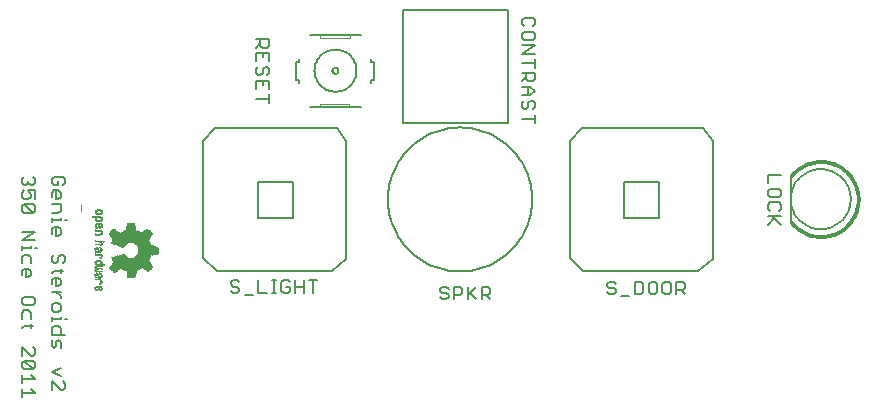
<source format=gto>
G75*
G70*
%OFA0B0*%
%FSLAX24Y24*%
%IPPOS*%
%LPD*%
%AMOC8*
5,1,8,0,0,1.08239X$1,22.5*
%
%ADD10C,0.0080*%
%ADD11C,0.0060*%
%ADD12C,0.0010*%
%ADD13C,0.0020*%
%ADD14C,0.0050*%
%ADD15C,0.0000*%
%ADD16R,0.0001X0.0012*%
%ADD17R,0.0001X0.0015*%
%ADD18R,0.0001X0.0018*%
%ADD19R,0.0001X0.0021*%
%ADD20R,0.0002X0.0026*%
%ADD21R,0.0001X0.0030*%
%ADD22R,0.0001X0.0036*%
%ADD23R,0.0001X0.0039*%
%ADD24R,0.0001X0.0041*%
%ADD25R,0.0001X0.0042*%
%ADD26R,0.0001X0.0044*%
%ADD27R,0.0001X0.0045*%
%ADD28R,0.0002X0.0045*%
%ADD29R,0.0001X0.0007*%
%ADD30R,0.0001X0.0001*%
%ADD31R,0.0001X0.0006*%
%ADD32R,0.0001X0.0004*%
%ADD33R,0.0001X0.0006*%
%ADD34R,0.0001X0.0002*%
%ADD35R,0.0001X0.0003*%
%ADD36R,0.0001X0.0005*%
%ADD37R,0.0001X0.0049*%
%ADD38R,0.0001X0.0046*%
%ADD39R,0.0001X0.0003*%
%ADD40R,0.0001X0.0048*%
%ADD41R,0.0002X0.0022*%
%ADD42R,0.0002X0.0019*%
%ADD43R,0.0002X0.0025*%
%ADD44R,0.0002X0.0006*%
%ADD45R,0.0002X0.0009*%
%ADD46R,0.0002X0.0055*%
%ADD47R,0.0002X0.0048*%
%ADD48R,0.0002X0.0054*%
%ADD49R,0.0002X0.0056*%
%ADD50R,0.0001X0.0032*%
%ADD51R,0.0001X0.0031*%
%ADD52R,0.0001X0.0010*%
%ADD53R,0.0001X0.0059*%
%ADD54R,0.0001X0.0060*%
%ADD55R,0.0001X0.0051*%
%ADD56R,0.0001X0.0051*%
%ADD57R,0.0001X0.0014*%
%ADD58R,0.0001X0.0038*%
%ADD59R,0.0001X0.0013*%
%ADD60R,0.0001X0.0063*%
%ADD61R,0.0001X0.0016*%
%ADD62R,0.0001X0.0066*%
%ADD63R,0.0001X0.0056*%
%ADD64R,0.0001X0.0063*%
%ADD65R,0.0001X0.0066*%
%ADD66R,0.0001X0.0011*%
%ADD67R,0.0001X0.0012*%
%ADD68R,0.0001X0.0018*%
%ADD69R,0.0001X0.0065*%
%ADD70R,0.0001X0.0019*%
%ADD71R,0.0001X0.0071*%
%ADD72R,0.0001X0.0068*%
%ADD73R,0.0001X0.0062*%
%ADD74R,0.0001X0.0061*%
%ADD75R,0.0001X0.0023*%
%ADD76R,0.0001X0.0079*%
%ADD77R,0.0001X0.0064*%
%ADD78R,0.0001X0.0021*%
%ADD79R,0.0001X0.0076*%
%ADD80R,0.0001X0.0074*%
%ADD81R,0.0001X0.0123*%
%ADD82R,0.0001X0.0072*%
%ADD83R,0.0001X0.0024*%
%ADD84R,0.0001X0.0026*%
%ADD85R,0.0001X0.0025*%
%ADD86R,0.0001X0.0075*%
%ADD87R,0.0001X0.0086*%
%ADD88R,0.0001X0.0027*%
%ADD89R,0.0001X0.0081*%
%ADD90R,0.0001X0.0126*%
%ADD91R,0.0001X0.0029*%
%ADD92R,0.0001X0.0028*%
%ADD93R,0.0001X0.0033*%
%ADD94R,0.0001X0.0090*%
%ADD95R,0.0001X0.0157*%
%ADD96R,0.0001X0.0078*%
%ADD97R,0.0001X0.0091*%
%ADD98R,0.0001X0.0085*%
%ADD99R,0.0001X0.0129*%
%ADD100R,0.0001X0.0033*%
%ADD101R,0.0001X0.0081*%
%ADD102R,0.0001X0.0034*%
%ADD103R,0.0001X0.0094*%
%ADD104R,0.0001X0.0160*%
%ADD105R,0.0001X0.0088*%
%ADD106R,0.0001X0.0131*%
%ADD107R,0.0001X0.0089*%
%ADD108R,0.0001X0.0035*%
%ADD109R,0.0001X0.0083*%
%ADD110R,0.0001X0.0098*%
%ADD111R,0.0001X0.0164*%
%ADD112R,0.0001X0.0092*%
%ADD113R,0.0001X0.0132*%
%ADD114R,0.0001X0.0037*%
%ADD115R,0.0001X0.0084*%
%ADD116R,0.0001X0.0036*%
%ADD117R,0.0001X0.0101*%
%ADD118R,0.0001X0.0166*%
%ADD119R,0.0001X0.0099*%
%ADD120R,0.0002X0.0096*%
%ADD121R,0.0002X0.0134*%
%ADD122R,0.0002X0.0041*%
%ADD123R,0.0002X0.0031*%
%ADD124R,0.0002X0.0030*%
%ADD125R,0.0002X0.0084*%
%ADD126R,0.0002X0.0036*%
%ADD127R,0.0002X0.0033*%
%ADD128R,0.0002X0.0104*%
%ADD129R,0.0002X0.0170*%
%ADD130R,0.0001X0.0102*%
%ADD131R,0.0001X0.0136*%
%ADD132R,0.0001X0.0108*%
%ADD133R,0.0001X0.0173*%
%ADD134R,0.0001X0.0106*%
%ADD135R,0.0001X0.0141*%
%ADD136R,0.0001X0.0087*%
%ADD137R,0.0001X0.0111*%
%ADD138R,0.0001X0.0176*%
%ADD139R,0.0001X0.0109*%
%ADD140R,0.0001X0.0112*%
%ADD141R,0.0001X0.0142*%
%ADD142R,0.0001X0.0114*%
%ADD143R,0.0001X0.0177*%
%ADD144R,0.0001X0.0115*%
%ADD145R,0.0001X0.0144*%
%ADD146R,0.0001X0.0048*%
%ADD147R,0.0001X0.0117*%
%ADD148R,0.0001X0.0179*%
%ADD149R,0.0001X0.0118*%
%ADD150R,0.0001X0.0146*%
%ADD151R,0.0001X0.0120*%
%ADD152R,0.0001X0.0180*%
%ADD153R,0.0001X0.0119*%
%ADD154R,0.0001X0.0122*%
%ADD155R,0.0001X0.0181*%
%ADD156R,0.0001X0.0125*%
%ADD157R,0.0001X0.0147*%
%ADD158R,0.0001X0.0121*%
%ADD159R,0.0001X0.0126*%
%ADD160R,0.0001X0.0149*%
%ADD161R,0.0001X0.0093*%
%ADD162R,0.0001X0.0129*%
%ADD163R,0.0001X0.0184*%
%ADD164R,0.0001X0.0151*%
%ADD165R,0.0001X0.0128*%
%ADD166R,0.0001X0.0093*%
%ADD167R,0.0001X0.0187*%
%ADD168R,0.0002X0.0132*%
%ADD169R,0.0002X0.0153*%
%ADD170R,0.0002X0.0131*%
%ADD171R,0.0002X0.0046*%
%ADD172R,0.0002X0.0048*%
%ADD173R,0.0002X0.0094*%
%ADD174R,0.0002X0.0034*%
%ADD175R,0.0002X0.0189*%
%ADD176R,0.0002X0.0091*%
%ADD177R,0.0001X0.0134*%
%ADD178R,0.0001X0.0154*%
%ADD179R,0.0001X0.0057*%
%ADD180R,0.0001X0.0027*%
%ADD181R,0.0001X0.0190*%
%ADD182R,0.0001X0.0054*%
%ADD183R,0.0001X0.0053*%
%ADD184R,0.0001X0.0054*%
%ADD185R,0.0001X0.0139*%
%ADD186R,0.0001X0.0156*%
%ADD187R,0.0001X0.0052*%
%ADD188R,0.0001X0.0043*%
%ADD189R,0.0001X0.0039*%
%ADD190R,0.0001X0.0040*%
%ADD191R,0.0001X0.0147*%
%ADD192R,0.0001X0.0159*%
%ADD193R,0.0001X0.0145*%
%ADD194R,0.0001X0.0042*%
%ADD195R,0.0001X0.0047*%
%ADD196R,0.0001X0.0150*%
%ADD197R,0.0001X0.0161*%
%ADD198R,0.0001X0.0162*%
%ADD199R,0.0002X0.0153*%
%ADD200R,0.0002X0.0164*%
%ADD201R,0.0002X0.0151*%
%ADD202R,0.0002X0.0042*%
%ADD203R,0.0002X0.0038*%
%ADD204R,0.0002X0.0040*%
%ADD205R,0.0001X0.0069*%
%ADD206R,0.0001X0.0067*%
%ADD207R,0.0001X0.0069*%
%ADD208R,0.0002X0.0054*%
%ADD209R,0.0002X0.0051*%
%ADD210R,0.0002X0.0052*%
%ADD211R,0.0002X0.0035*%
%ADD212R,0.0002X0.0036*%
%ADD213R,0.0002X0.0032*%
%ADD214R,0.0002X0.0037*%
%ADD215R,0.0002X0.0039*%
%ADD216R,0.0002X0.0059*%
%ADD217R,0.0002X0.0042*%
%ADD218R,0.0002X0.0060*%
%ADD219R,0.0002X0.0061*%
%ADD220R,0.0002X0.0012*%
%ADD221R,0.0001X0.0008*%
%ADD222R,0.0001X0.0070*%
%ADD223R,0.0001X0.0072*%
%ADD224R,0.0001X0.0078*%
%ADD225R,0.0001X0.0082*%
%ADD226R,0.0001X0.0024*%
%ADD227R,0.0002X0.0089*%
%ADD228R,0.0002X0.0018*%
%ADD229R,0.0002X0.0079*%
%ADD230R,0.0002X0.0076*%
%ADD231R,0.0001X0.0096*%
%ADD232R,0.0001X0.0097*%
%ADD233R,0.0001X0.0087*%
%ADD234R,0.0001X0.0105*%
%ADD235R,0.0001X0.0108*%
%ADD236R,0.0001X0.0110*%
%ADD237R,0.0001X0.0113*%
%ADD238R,0.0001X0.0116*%
%ADD239R,0.0001X0.0117*%
%ADD240R,0.0002X0.0124*%
%ADD241R,0.0002X0.0114*%
%ADD242R,0.0002X0.0112*%
%ADD243R,0.0002X0.0129*%
%ADD244R,0.0001X0.0127*%
%ADD245R,0.0001X0.0084*%
%ADD246R,0.0001X0.0103*%
%ADD247R,0.0001X0.0096*%
%ADD248R,0.0001X0.0153*%
%ADD249R,0.0002X0.0156*%
%ADD250R,0.0002X0.0080*%
%ADD251R,0.0002X0.0081*%
%ADD252R,0.0001X0.0165*%
%ADD253R,0.0001X0.0055*%
%ADD254R,0.0001X0.0100*%
%ADD255R,0.0001X0.0009*%
%ADD256R,0.0001X0.0022*%
%ADD257R,0.0002X0.0044*%
%ADD258R,0.0002X0.0029*%
%ADD259R,0.0002X0.0057*%
%ADD260R,0.0002X0.0033*%
%ADD261R,0.0002X0.0049*%
%ADD262R,0.0002X0.0039*%
%ADD263R,0.0002X0.0053*%
%ADD264R,0.0002X0.0043*%
%ADD265R,0.0001X0.0058*%
%ADD266R,0.0001X0.0124*%
%ADD267R,0.0001X0.0144*%
%ADD268R,0.0001X0.0152*%
%ADD269R,0.0001X0.0155*%
%ADD270R,0.0001X0.0123*%
%ADD271R,0.0001X0.0153*%
%ADD272R,0.0002X0.0150*%
%ADD273R,0.0002X0.0139*%
%ADD274R,0.0002X0.0119*%
%ADD275R,0.0002X0.0120*%
%ADD276R,0.0002X0.0141*%
%ADD277R,0.0002X0.0118*%
%ADD278R,0.0001X0.0138*%
%ADD279R,0.0001X0.0114*%
%ADD280R,0.0001X0.0133*%
%ADD281R,0.0001X0.0132*%
%ADD282R,0.0001X0.0130*%
%ADD283R,0.0001X0.0104*%
%ADD284R,0.0001X0.0099*%
%ADD285R,0.0001X0.0135*%
%ADD286R,0.0001X0.0095*%
%ADD287R,0.0002X0.0126*%
%ADD288R,0.0002X0.0128*%
%ADD289R,0.0002X0.0082*%
%ADD290R,0.0002X0.0121*%
%ADD291R,0.0002X0.0024*%
%ADD292R,0.0002X0.0024*%
%ADD293R,0.0002X0.0081*%
%ADD294R,0.0001X0.0020*%
%ADD295R,0.0001X0.0017*%
%ADD296R,0.0001X0.0057*%
%ADD297R,0.0002X0.0090*%
%ADD298R,0.0002X0.0006*%
%ADD299R,0.0001X0.0050*%
%ADD300R,0.0002X0.0075*%
%ADD301R,0.0002X0.0158*%
%ADD302R,0.0002X0.0109*%
%ADD303R,0.0001X0.0168*%
%ADD304R,0.0001X0.0171*%
%ADD305R,0.0001X0.0172*%
%ADD306R,0.0001X0.0175*%
%ADD307R,0.0001X0.0186*%
%ADD308R,0.0001X0.0191*%
%ADD309R,0.0001X0.0194*%
%ADD310R,0.0002X0.0196*%
%ADD311R,0.0002X0.0149*%
%ADD312R,0.0001X0.0199*%
%ADD313R,0.0001X0.0204*%
%ADD314R,0.0001X0.0207*%
%ADD315R,0.0001X0.0158*%
%ADD316R,0.0001X0.0211*%
%ADD317R,0.0001X0.0216*%
%ADD318R,0.0001X0.0219*%
%ADD319R,0.0001X0.0169*%
%ADD320R,0.0001X0.0222*%
%ADD321R,0.0001X0.0224*%
%ADD322R,0.0001X0.0228*%
%ADD323R,0.0002X0.0234*%
%ADD324R,0.0002X0.0183*%
%ADD325R,0.0001X0.0239*%
%ADD326R,0.0001X0.0189*%
%ADD327R,0.0001X0.0241*%
%ADD328R,0.0001X0.0192*%
%ADD329R,0.0001X0.0243*%
%ADD330R,0.0001X0.0246*%
%ADD331R,0.0001X0.0196*%
%ADD332R,0.0001X0.0250*%
%ADD333R,0.0001X0.0201*%
%ADD334R,0.0001X0.0254*%
%ADD335R,0.0001X0.0258*%
%ADD336R,0.0001X0.0209*%
%ADD337R,0.0001X0.0263*%
%ADD338R,0.0001X0.0213*%
%ADD339R,0.0001X0.0267*%
%ADD340R,0.0002X0.0270*%
%ADD341R,0.0002X0.0066*%
%ADD342R,0.0002X0.0219*%
%ADD343R,0.0001X0.0271*%
%ADD344R,0.0001X0.0220*%
%ADD345R,0.0001X0.0274*%
%ADD346R,0.0001X0.0223*%
%ADD347R,0.0001X0.0278*%
%ADD348R,0.0001X0.0282*%
%ADD349R,0.0001X0.0231*%
%ADD350R,0.0001X0.0288*%
%ADD351R,0.0001X0.0236*%
%ADD352R,0.0001X0.0289*%
%ADD353R,0.0001X0.0292*%
%ADD354R,0.0001X0.0297*%
%ADD355R,0.0001X0.0300*%
%ADD356R,0.0002X0.0305*%
%ADD357R,0.0002X0.0101*%
%ADD358R,0.0002X0.0078*%
%ADD359R,0.0002X0.0251*%
%ADD360R,0.0001X0.0309*%
%ADD361R,0.0001X0.0255*%
%ADD362R,0.0001X0.0314*%
%ADD363R,0.0001X0.0316*%
%ADD364R,0.0001X0.0262*%
%ADD365R,0.0001X0.0319*%
%ADD366R,0.0001X0.0266*%
%ADD367R,0.0001X0.0321*%
%ADD368R,0.0001X0.0324*%
%ADD369R,0.0001X0.0270*%
%ADD370R,0.0001X0.0329*%
%ADD371R,0.0001X0.0275*%
%ADD372R,0.0001X0.0333*%
%ADD373R,0.0001X0.0279*%
%ADD374R,0.0001X0.0336*%
%ADD375R,0.0001X0.0284*%
%ADD376R,0.0002X0.0339*%
%ADD377R,0.0002X0.0286*%
%ADD378R,0.0001X0.0342*%
%ADD379R,0.0001X0.0491*%
%ADD380R,0.0001X0.0492*%
%ADD381R,0.0001X0.0294*%
%ADD382R,0.0001X0.0495*%
%ADD383R,0.0001X0.0299*%
%ADD384R,0.0001X0.0496*%
%ADD385R,0.0001X0.0301*%
%ADD386R,0.0001X0.0498*%
%ADD387R,0.0001X0.0304*%
%ADD388R,0.0001X0.0501*%
%ADD389R,0.0001X0.0308*%
%ADD390R,0.0001X0.0311*%
%ADD391R,0.0001X0.0504*%
%ADD392R,0.0002X0.0504*%
%ADD393R,0.0002X0.0318*%
%ADD394R,0.0001X0.0507*%
%ADD395R,0.0001X0.0323*%
%ADD396R,0.0001X0.0326*%
%ADD397R,0.0001X0.0508*%
%ADD398R,0.0001X0.0330*%
%ADD399R,0.0001X0.0510*%
%ADD400R,0.0001X0.0494*%
%ADD401R,0.0001X0.0512*%
%ADD402R,0.0001X0.0500*%
%ADD403R,0.0001X0.0513*%
%ADD404R,0.0001X0.0501*%
%ADD405R,0.0002X0.0513*%
%ADD406R,0.0002X0.0501*%
%ADD407R,0.0001X0.0503*%
%ADD408R,0.0001X0.0504*%
%ADD409R,0.0001X0.0506*%
%ADD410R,0.0001X0.0513*%
%ADD411R,0.0001X0.0509*%
%ADD412R,0.0001X0.0511*%
%ADD413R,0.0001X0.0514*%
%ADD414R,0.0001X0.0516*%
%ADD415R,0.0002X0.0513*%
%ADD416R,0.0002X0.0519*%
%ADD417R,0.0001X0.0519*%
%ADD418R,0.0001X0.0520*%
%ADD419R,0.0001X0.0522*%
%ADD420R,0.0001X0.0507*%
%ADD421R,0.0002X0.0509*%
%ADD422R,0.0002X0.0520*%
%ADD423R,0.0001X0.0522*%
%ADD424R,0.0001X0.0505*%
%ADD425R,0.0001X0.0502*%
%ADD426R,0.0001X0.0521*%
%ADD427R,0.0002X0.0503*%
%ADD428R,0.0002X0.0519*%
%ADD429R,0.0001X0.0519*%
%ADD430R,0.0001X0.0499*%
%ADD431R,0.0001X0.0517*%
%ADD432R,0.0002X0.0495*%
%ADD433R,0.0002X0.0514*%
%ADD434R,0.0001X0.0515*%
%ADD435R,0.0001X0.0492*%
%ADD436R,0.0001X0.0490*%
%ADD437R,0.0002X0.0490*%
%ADD438R,0.0002X0.0511*%
%ADD439R,0.0001X0.0489*%
%ADD440R,0.0001X0.0489*%
%ADD441R,0.0001X0.0488*%
%ADD442R,0.0001X0.0485*%
%ADD443R,0.0001X0.0483*%
%ADD444R,0.0002X0.0483*%
%ADD445R,0.0002X0.0507*%
%ADD446R,0.0001X0.0483*%
%ADD447R,0.0001X0.0481*%
%ADD448R,0.0001X0.0480*%
%ADD449R,0.0002X0.0480*%
%ADD450R,0.0002X0.0501*%
%ADD451R,0.0001X0.0479*%
%ADD452R,0.0001X0.0477*%
%ADD453R,0.0001X0.0477*%
%ADD454R,0.0001X0.0475*%
%ADD455R,0.0001X0.0474*%
%ADD456R,0.0001X0.0472*%
%ADD457R,0.0002X0.0472*%
%ADD458R,0.0002X0.0498*%
%ADD459R,0.0001X0.0471*%
%ADD460R,0.0001X0.0473*%
%ADD461R,0.0001X0.0471*%
%ADD462R,0.0001X0.0470*%
%ADD463R,0.0001X0.0468*%
%ADD464R,0.0001X0.0469*%
%ADD465R,0.0002X0.0468*%
%ADD466R,0.0002X0.0491*%
%ADD467R,0.0001X0.0466*%
%ADD468R,0.0001X0.0465*%
%ADD469R,0.0001X0.0464*%
%ADD470R,0.0001X0.0462*%
%ADD471R,0.0002X0.0462*%
%ADD472R,0.0002X0.0489*%
%ADD473R,0.0001X0.0461*%
%ADD474R,0.0001X0.0460*%
%ADD475R,0.0001X0.0459*%
%ADD476R,0.0001X0.0484*%
%ADD477R,0.0001X0.0457*%
%ADD478R,0.0001X0.0459*%
%ADD479R,0.0002X0.0458*%
%ADD480R,0.0002X0.0484*%
%ADD481R,0.0001X0.0456*%
%ADD482R,0.0001X0.0455*%
%ADD483R,0.0001X0.0453*%
%ADD484R,0.0001X0.0451*%
%ADD485R,0.0001X0.0453*%
%ADD486R,0.0001X0.0450*%
%ADD487R,0.0002X0.0451*%
%ADD488R,0.0001X0.0478*%
%ADD489R,0.0001X0.0449*%
%ADD490R,0.0001X0.0476*%
%ADD491R,0.0001X0.0447*%
%ADD492R,0.0001X0.0474*%
%ADD493R,0.0002X0.0449*%
%ADD494R,0.0002X0.0476*%
%ADD495R,0.0001X0.0454*%
%ADD496R,0.0002X0.0469*%
%ADD497R,0.0001X0.0468*%
%ADD498R,0.0001X0.0467*%
%ADD499R,0.0002X0.0473*%
%ADD500R,0.0002X0.0468*%
%ADD501R,0.0002X0.0486*%
%ADD502R,0.0002X0.0474*%
%ADD503R,0.0001X0.0487*%
%ADD504R,0.0001X0.0497*%
%ADD505R,0.0001X0.0486*%
%ADD506R,0.0002X0.0500*%
%ADD507R,0.0002X0.0487*%
%ADD508R,0.0001X0.0498*%
%ADD509R,0.0002X0.0524*%
%ADD510R,0.0001X0.0524*%
%ADD511R,0.0001X0.0525*%
%ADD512R,0.0001X0.0528*%
%ADD513R,0.0001X0.0529*%
%ADD514R,0.0001X0.0533*%
%ADD515R,0.0001X0.0534*%
%ADD516R,0.0001X0.0523*%
%ADD517R,0.0001X0.0536*%
%ADD518R,0.0002X0.0537*%
%ADD519R,0.0002X0.0527*%
%ADD520R,0.0001X0.0537*%
%ADD521R,0.0001X0.0528*%
%ADD522R,0.0001X0.0539*%
%ADD523R,0.0001X0.0530*%
%ADD524R,0.0001X0.0540*%
%ADD525R,0.0001X0.0541*%
%ADD526R,0.0001X0.0531*%
%ADD527R,0.0001X0.0543*%
%ADD528R,0.0001X0.0544*%
%ADD529R,0.0002X0.0546*%
%ADD530R,0.0002X0.0536*%
%ADD531R,0.0001X0.0547*%
%ADD532R,0.0001X0.0551*%
%ADD533R,0.0001X0.0552*%
%ADD534R,0.0001X0.0554*%
%ADD535R,0.0001X0.0555*%
%ADD536R,0.0002X0.0555*%
%ADD537R,0.0002X0.0547*%
%ADD538R,0.0001X0.0549*%
%ADD539R,0.0001X0.0548*%
%ADD540R,0.0001X0.0538*%
%ADD541R,0.0001X0.0537*%
%ADD542R,0.0002X0.0533*%
%ADD543R,0.0001X0.0531*%
%ADD544R,0.0001X0.0526*%
%ADD545R,0.0001X0.0518*%
%ADD546R,0.0002X0.0498*%
%ADD547R,0.0002X0.0496*%
%ADD548R,0.0001X0.0486*%
%ADD549R,0.0002X0.0485*%
%ADD550R,0.0001X0.0482*%
%ADD551R,0.0002X0.0477*%
%ADD552R,0.0002X0.0530*%
%ADD553R,0.0002X0.0464*%
%ADD554R,0.0001X0.0561*%
%ADD555R,0.0001X0.0570*%
%ADD556R,0.0001X0.0576*%
%ADD557R,0.0001X0.0581*%
%ADD558R,0.0001X0.0585*%
%ADD559R,0.0001X0.0589*%
%ADD560R,0.0002X0.0600*%
%ADD561R,0.0001X0.0614*%
%ADD562R,0.0001X0.0623*%
%ADD563R,0.0001X0.0630*%
%ADD564R,0.0001X0.0633*%
%ADD565R,0.0001X0.0638*%
%ADD566R,0.0001X0.0645*%
%ADD567R,0.0001X0.0657*%
%ADD568R,0.0001X0.0556*%
%ADD569R,0.0001X0.0669*%
%ADD570R,0.0001X0.0674*%
%ADD571R,0.0001X0.0579*%
%ADD572R,0.0002X0.0676*%
%ADD573R,0.0002X0.0585*%
%ADD574R,0.0001X0.0678*%
%ADD575R,0.0001X0.0590*%
%ADD576R,0.0001X0.0679*%
%ADD577R,0.0001X0.0596*%
%ADD578R,0.0001X0.0681*%
%ADD579R,0.0001X0.0606*%
%ADD580R,0.0001X0.0620*%
%ADD581R,0.0001X0.0682*%
%ADD582R,0.0001X0.0633*%
%ADD583R,0.0001X0.0684*%
%ADD584R,0.0001X0.0639*%
%ADD585R,0.0001X0.0649*%
%ADD586R,0.0001X0.0684*%
%ADD587R,0.0001X0.0655*%
%ADD588R,0.0002X0.0683*%
%ADD589R,0.0002X0.0664*%
%ADD590R,0.0001X0.0683*%
%ADD591R,0.0001X0.0670*%
%ADD592R,0.0001X0.0671*%
%ADD593R,0.0001X0.0681*%
%ADD594R,0.0001X0.0672*%
%ADD595R,0.0001X0.0680*%
%ADD596R,0.0001X0.0675*%
%ADD597R,0.0001X0.0676*%
%ADD598R,0.0002X0.0680*%
%ADD599R,0.0002X0.0678*%
%ADD600R,0.0001X0.0678*%
%ADD601R,0.0002X0.0675*%
%ADD602R,0.0002X0.0672*%
%ADD603R,0.0001X0.0672*%
%ADD604R,0.0002X0.0671*%
%ADD605R,0.0002X0.0670*%
%ADD606R,0.0001X0.0669*%
%ADD607R,0.0001X0.0667*%
%ADD608R,0.0002X0.0669*%
%ADD609R,0.0002X0.0667*%
%ADD610R,0.0001X0.0668*%
%ADD611R,0.0001X0.0666*%
%ADD612R,0.0002X0.0668*%
%ADD613R,0.0002X0.0666*%
%ADD614R,0.0001X0.0666*%
%ADD615R,0.0001X0.0664*%
%ADD616R,0.0001X0.0663*%
%ADD617R,0.0002X0.0666*%
%ADD618R,0.0002X0.0663*%
%ADD619R,0.0001X0.0665*%
%ADD620R,0.0002X0.0674*%
%ADD621R,0.0001X0.0677*%
%ADD622R,0.0002X0.0678*%
%ADD623R,0.0002X0.0682*%
%ADD624R,0.0001X0.0686*%
%ADD625R,0.0002X0.0686*%
%ADD626R,0.0001X0.0687*%
%ADD627R,0.0001X0.0689*%
%ADD628R,0.0001X0.0653*%
%ADD629R,0.0001X0.0641*%
%ADD630R,0.0001X0.0626*%
%ADD631R,0.0001X0.0616*%
%ADD632R,0.0001X0.0687*%
%ADD633R,0.0001X0.0612*%
%ADD634R,0.0001X0.0688*%
%ADD635R,0.0001X0.0606*%
%ADD636R,0.0001X0.0601*%
%ADD637R,0.0002X0.0591*%
%ADD638R,0.0001X0.0567*%
%ADD639R,0.0001X0.0560*%
%ADD640R,0.0001X0.0659*%
%ADD641R,0.0001X0.0516*%
%ADD642R,0.0001X0.0639*%
%ADD643R,0.0002X0.0502*%
%ADD644R,0.0002X0.0633*%
%ADD645R,0.0001X0.0608*%
%ADD646R,0.0001X0.0582*%
%ADD647R,0.0001X0.0577*%
%ADD648R,0.0002X0.0569*%
%ADD649R,0.0001X0.0546*%
%ADD650R,0.0002X0.0486*%
%ADD651R,0.0001X0.0493*%
%ADD652R,0.0002X0.0516*%
%ADD653R,0.0001X0.0532*%
%ADD654R,0.0002X0.0534*%
%ADD655R,0.0002X0.0535*%
%ADD656R,0.0001X0.0543*%
%ADD657R,0.0001X0.0553*%
%ADD658R,0.0001X0.0559*%
%ADD659R,0.0001X0.0564*%
%ADD660R,0.0001X0.0564*%
%ADD661R,0.0001X0.0567*%
%ADD662R,0.0001X0.0569*%
%ADD663R,0.0002X0.0570*%
%ADD664R,0.0002X0.0571*%
%ADD665R,0.0001X0.0571*%
%ADD666R,0.0001X0.0573*%
%ADD667R,0.0001X0.0574*%
%ADD668R,0.0001X0.0576*%
%ADD669R,0.0001X0.0600*%
%ADD670R,0.0001X0.0611*%
%ADD671R,0.0001X0.0618*%
%ADD672R,0.0001X0.0621*%
%ADD673R,0.0001X0.1269*%
%ADD674R,0.0001X0.1267*%
%ADD675R,0.0001X0.1266*%
%ADD676R,0.0002X0.1266*%
%ADD677R,0.0001X0.1264*%
%ADD678R,0.0001X0.1261*%
%ADD679R,0.0001X0.1260*%
%ADD680R,0.0001X0.1259*%
%ADD681R,0.0001X0.1256*%
%ADD682R,0.0001X0.1254*%
%ADD683R,0.0001X0.1253*%
%ADD684R,0.0001X0.1251*%
%ADD685R,0.0002X0.1251*%
%ADD686R,0.0001X0.1248*%
%ADD687R,0.0001X0.1245*%
%ADD688R,0.0001X0.1244*%
%ADD689R,0.0001X0.1242*%
%ADD690R,0.0001X0.1239*%
%ADD691R,0.0001X0.1237*%
%ADD692R,0.0002X0.1236*%
%ADD693R,0.0001X0.1233*%
%ADD694R,0.0001X0.1230*%
%ADD695R,0.0001X0.1229*%
%ADD696R,0.0001X0.1227*%
%ADD697R,0.0001X0.1226*%
%ADD698R,0.0001X0.1224*%
%ADD699R,0.0002X0.1223*%
%ADD700R,0.0001X0.1219*%
%ADD701R,0.0001X0.1216*%
%ADD702R,0.0001X0.1215*%
%ADD703R,0.0001X0.1214*%
%ADD704R,0.0001X0.1212*%
%ADD705R,0.0001X0.1209*%
%ADD706R,0.0002X0.1207*%
%ADD707R,0.0001X0.1206*%
%ADD708R,0.0001X0.1204*%
%ADD709R,0.0001X0.1201*%
%ADD710R,0.0001X0.1200*%
%ADD711R,0.0001X0.1199*%
%ADD712R,0.0001X0.1196*%
%ADD713R,0.0001X0.1194*%
%ADD714R,0.0001X0.1193*%
%ADD715R,0.0001X0.1191*%
%ADD716R,0.0002X0.1191*%
%ADD717R,0.0001X0.1188*%
%ADD718R,0.0001X0.1185*%
%ADD719R,0.0001X0.1184*%
%ADD720R,0.0001X0.1181*%
%ADD721R,0.0001X0.1177*%
%ADD722R,0.0001X0.1176*%
%ADD723R,0.0001X0.1174*%
%ADD724R,0.0001X0.1173*%
%ADD725R,0.0002X0.1170*%
%ADD726R,0.0001X0.1170*%
%ADD727R,0.0001X0.1169*%
%ADD728R,0.0001X0.1166*%
%ADD729R,0.0001X0.1164*%
%ADD730R,0.0001X0.1163*%
%ADD731R,0.0002X0.1163*%
%ADD732R,0.0001X0.1167*%
%ADD733R,0.0001X0.1171*%
%ADD734R,0.0001X0.1179*%
%ADD735R,0.0001X0.1182*%
%ADD736R,0.0002X0.1182*%
%ADD737R,0.0001X0.1188*%
%ADD738R,0.0001X0.1190*%
%ADD739R,0.0001X0.1197*%
%ADD740R,0.0002X0.1204*%
%ADD741R,0.0001X0.1207*%
%ADD742R,0.0001X0.1210*%
%ADD743R,0.0001X0.1213*%
%ADD744R,0.0001X0.1217*%
%ADD745R,0.0001X0.1218*%
%ADD746R,0.0001X0.1220*%
%ADD747R,0.0001X0.1221*%
%ADD748R,0.0001X0.1223*%
%ADD749R,0.0002X0.1226*%
%ADD750R,0.0001X0.1236*%
%ADD751R,0.0001X0.1239*%
%ADD752R,0.0001X0.1240*%
%ADD753R,0.0001X0.1243*%
%ADD754R,0.0002X0.1248*%
%ADD755R,0.0001X0.1248*%
%ADD756R,0.0001X0.1251*%
%ADD757R,0.0001X0.1257*%
%ADD758R,0.0001X0.1263*%
%ADD759R,0.0002X0.1267*%
%ADD760R,0.0001X0.1270*%
%ADD761R,0.0001X0.1274*%
%ADD762R,0.0001X0.1275*%
%ADD763R,0.0001X0.1278*%
%ADD764R,0.0001X0.1280*%
%ADD765R,0.0001X0.1281*%
%ADD766R,0.0001X0.1284*%
%ADD767R,0.0001X0.1286*%
%ADD768R,0.0001X0.1289*%
%ADD769R,0.0002X0.1290*%
%ADD770R,0.0001X0.1291*%
%ADD771R,0.0001X0.1294*%
%ADD772R,0.0001X0.1296*%
%ADD773R,0.0001X0.1299*%
%ADD774R,0.0001X0.1300*%
%ADD775R,0.0001X0.1302*%
%ADD776R,0.0001X0.1304*%
%ADD777R,0.0001X0.1306*%
%ADD778R,0.0001X0.1308*%
%ADD779R,0.0002X0.1311*%
%ADD780R,0.0001X0.1313*%
%ADD781R,0.0001X0.1316*%
%ADD782R,0.0001X0.1317*%
%ADD783R,0.0001X0.1320*%
%ADD784R,0.0001X0.1323*%
%ADD785R,0.0001X0.1326*%
%ADD786R,0.0001X0.1329*%
%ADD787R,0.0002X0.1332*%
%ADD788R,0.0001X0.1335*%
%ADD789R,0.0001X0.1336*%
%ADD790R,0.0001X0.1340*%
%ADD791R,0.0001X0.1343*%
%ADD792R,0.0001X0.1346*%
%ADD793R,0.0001X0.1347*%
%ADD794R,0.0001X0.1350*%
%ADD795R,0.0002X0.1353*%
%ADD796R,0.0001X0.1356*%
%ADD797R,0.0001X0.1357*%
%ADD798R,0.0001X0.1360*%
%ADD799R,0.0001X0.1364*%
%ADD800R,0.0001X0.1365*%
%ADD801R,0.0001X0.1368*%
%ADD802R,0.0001X0.1369*%
%ADD803R,0.0001X0.1373*%
%ADD804R,0.0002X0.1374*%
%ADD805R,0.0001X0.1377*%
%ADD806R,0.0001X0.1379*%
%ADD807R,0.0001X0.1380*%
%ADD808R,0.0001X0.1383*%
%ADD809R,0.0001X0.1386*%
%ADD810R,0.0001X0.1387*%
%ADD811R,0.0001X0.1391*%
%ADD812R,0.0001X0.1394*%
%ADD813R,0.0002X0.1395*%
%ADD814R,0.0001X0.1398*%
%ADD815R,0.0001X0.1401*%
%ADD816R,0.0001X0.1403*%
%ADD817R,0.0001X0.1406*%
%ADD818R,0.0001X0.1407*%
%ADD819R,0.0001X0.1409*%
%ADD820R,0.0001X0.1411*%
%ADD821R,0.0001X0.1414*%
%ADD822R,0.0002X0.1416*%
%ADD823R,0.0001X0.1419*%
%ADD824R,0.0001X0.1421*%
%ADD825R,0.0001X0.1422*%
%ADD826R,0.0001X0.1424*%
%ADD827R,0.0001X0.1426*%
%ADD828R,0.0001X0.1428*%
%ADD829R,0.0002X0.1429*%
%ADD830R,0.0001X0.1429*%
%ADD831R,0.0001X0.1425*%
%ADD832R,0.0002X0.1421*%
%ADD833R,0.0001X0.1418*%
%ADD834R,0.0001X0.1416*%
%ADD835R,0.0001X0.1413*%
%ADD836R,0.0001X0.1410*%
%ADD837R,0.0001X0.1404*%
%ADD838R,0.0001X0.1401*%
%ADD839R,0.0001X0.0346*%
%ADD840R,0.0001X0.1044*%
%ADD841R,0.0002X0.0342*%
%ADD842R,0.0002X0.1040*%
%ADD843R,0.0001X0.0337*%
%ADD844R,0.0001X0.1034*%
%ADD845R,0.0001X0.0357*%
%ADD846R,0.0001X0.0660*%
%ADD847R,0.0001X0.0353*%
%ADD848R,0.0001X0.0327*%
%ADD849R,0.0001X0.0349*%
%ADD850R,0.0001X0.0321*%
%ADD851R,0.0001X0.0648*%
%ADD852R,0.0001X0.0344*%
%ADD853R,0.0001X0.0317*%
%ADD854R,0.0001X0.0339*%
%ADD855R,0.0001X0.0312*%
%ADD856R,0.0001X0.0631*%
%ADD857R,0.0001X0.0334*%
%ADD858R,0.0001X0.0309*%
%ADD859R,0.0002X0.0307*%
%ADD860R,0.0002X0.0623*%
%ADD861R,0.0002X0.0327*%
%ADD862R,0.0001X0.0618*%
%ADD863R,0.0001X0.0297*%
%ADD864R,0.0001X0.0607*%
%ADD865R,0.0001X0.0320*%
%ADD866R,0.0001X0.0293*%
%ADD867R,0.0001X0.0599*%
%ADD868R,0.0001X0.0313*%
%ADD869R,0.0001X0.0285*%
%ADD870R,0.0001X0.0584*%
%ADD871R,0.0001X0.0303*%
%ADD872R,0.0001X0.0281*%
%ADD873R,0.0002X0.0273*%
%ADD874R,0.0002X0.0563*%
%ADD875R,0.0002X0.0293*%
%ADD876R,0.0001X0.0264*%
%ADD877R,0.0001X0.0259*%
%ADD878R,0.0001X0.0256*%
%ADD879R,0.0001X0.0276*%
%ADD880R,0.0001X0.0252*%
%ADD881R,0.0001X0.0273*%
%ADD882R,0.0001X0.0248*%
%ADD883R,0.0001X0.0269*%
%ADD884R,0.0001X0.0245*%
%ADD885R,0.0001X0.0240*%
%ADD886R,0.0002X0.0237*%
%ADD887R,0.0002X0.0256*%
%ADD888R,0.0001X0.0234*%
%ADD889R,0.0001X0.0232*%
%ADD890R,0.0001X0.0251*%
%ADD891R,0.0001X0.0228*%
%ADD892R,0.0001X0.0246*%
%ADD893R,0.0001X0.0456*%
%ADD894R,0.0001X0.0219*%
%ADD895R,0.0001X0.0444*%
%ADD896R,0.0001X0.0237*%
%ADD897R,0.0001X0.0214*%
%ADD898R,0.0001X0.0436*%
%ADD899R,0.0001X0.0432*%
%ADD900R,0.0001X0.0231*%
%ADD901R,0.0001X0.0210*%
%ADD902R,0.0001X0.0426*%
%ADD903R,0.0001X0.0420*%
%ADD904R,0.0001X0.0226*%
%ADD905R,0.0002X0.0204*%
%ADD906R,0.0002X0.0409*%
%ADD907R,0.0002X0.0222*%
%ADD908R,0.0001X0.0391*%
%ADD909R,0.0001X0.0217*%
%ADD910R,0.0001X0.0376*%
%ADD911R,0.0001X0.0368*%
%ADD912R,0.0001X0.0189*%
%ADD913R,0.0001X0.0361*%
%ADD914R,0.0001X0.0206*%
%ADD915R,0.0001X0.0186*%
%ADD916R,0.0001X0.0356*%
%ADD917R,0.0001X0.0345*%
%ADD918R,0.0001X0.0331*%
%ADD919R,0.0001X0.0168*%
%ADD920R,0.0002X0.0165*%
%ADD921R,0.0001X0.0162*%
%ADD922R,0.0001X0.0324*%
%ADD923R,0.0001X0.0174*%
%ADD924R,0.0001X0.0167*%
%ADD925R,0.0001X0.0163*%
%ADD926R,0.0001X0.0141*%
%ADD927R,0.0001X0.0140*%
%ADD928R,0.0001X0.0137*%
%ADD929R,0.0002X0.0129*%
%ADD930R,0.0002X0.0321*%
%ADD931R,0.0002X0.0146*%
%ADD932R,0.0001X0.0111*%
%ADD933R,0.0001X0.0318*%
%ADD934R,0.0001X0.0315*%
%ADD935R,0.0002X0.0315*%
%ADD936R,0.0002X0.0105*%
%ADD937R,0.0002X0.0311*%
%ADD938R,0.0002X0.0066*%
%ADD939R,0.0001X0.0307*%
%ADD940R,0.0001X0.0306*%
%ADD941R,0.0002X0.0300*%
%ADD942R,0.0001X0.0296*%
%ADD943R,0.0002X0.0294*%
%ADD944R,0.0001X0.0294*%
%ADD945R,0.0001X0.0291*%
%ADD946R,0.0002X0.0291*%
%ADD947R,0.0001X0.0286*%
%ADD948R,0.0002X0.0281*%
%ADD949R,0.0001X0.0277*%
%ADD950R,0.0001X0.0276*%
%ADD951R,0.0002X0.0266*%
%ADD952R,0.0001X0.0264*%
%ADD953R,0.0001X0.0261*%
%ADD954R,0.0002X0.0259*%
%ADD955R,0.0002X0.0254*%
%ADD956R,0.0002X0.0248*%
%ADD957R,0.0002X0.0218*%
D10*
X002546Y019770D02*
X002546Y020050D01*
X002546Y019910D02*
X002966Y019910D01*
X002826Y020050D01*
X002546Y020230D02*
X002546Y020510D01*
X002546Y020370D02*
X002966Y020370D01*
X002826Y020510D01*
X002896Y020691D02*
X002616Y020971D01*
X002546Y020901D01*
X002546Y020761D01*
X002616Y020691D01*
X002896Y020691D01*
X002966Y020761D01*
X002966Y020901D01*
X002896Y020971D01*
X002616Y020971D01*
X002546Y021151D02*
X002546Y021431D01*
X002826Y021151D01*
X002896Y021151D01*
X002966Y021221D01*
X002966Y021361D01*
X002896Y021431D01*
X002826Y022058D02*
X002826Y022198D01*
X002896Y022128D02*
X002616Y022128D01*
X002546Y022058D01*
X002546Y022378D02*
X002546Y022589D01*
X002616Y022659D01*
X002756Y022659D01*
X002826Y022589D01*
X002826Y022378D01*
X003546Y022369D02*
X003826Y022369D01*
X003826Y022439D01*
X003966Y022369D02*
X004036Y022369D01*
X003756Y022132D02*
X003826Y022062D01*
X003826Y021852D01*
X003966Y021852D02*
X003546Y021852D01*
X003546Y022062D01*
X003616Y022132D01*
X003756Y022132D01*
X003546Y022299D02*
X003546Y022439D01*
X003616Y022619D02*
X003756Y022619D01*
X003826Y022689D01*
X003826Y022829D01*
X003756Y022899D01*
X003616Y022899D01*
X003546Y022829D01*
X003546Y022689D01*
X003616Y022619D01*
X003826Y023073D02*
X003826Y023143D01*
X003686Y023283D01*
X003546Y023283D02*
X003826Y023283D01*
X003756Y023463D02*
X003686Y023463D01*
X003686Y023743D01*
X003756Y023743D02*
X003826Y023673D01*
X003826Y023533D01*
X003756Y023463D01*
X003546Y023533D02*
X003546Y023673D01*
X003616Y023743D01*
X003756Y023743D01*
X003826Y023910D02*
X003826Y024050D01*
X003896Y023980D02*
X003616Y023980D01*
X003546Y023910D01*
X003616Y024230D02*
X003546Y024300D01*
X003546Y024440D01*
X003616Y024510D01*
X003756Y024440D02*
X003756Y024300D01*
X003686Y024230D01*
X003616Y024230D01*
X003756Y024440D02*
X003826Y024510D01*
X003896Y024510D01*
X003966Y024440D01*
X003966Y024300D01*
X003896Y024230D01*
X003036Y024747D02*
X002966Y024747D01*
X002826Y024747D02*
X002546Y024747D01*
X002546Y024817D02*
X002546Y024677D01*
X002616Y024510D02*
X002546Y024440D01*
X002546Y024230D01*
X002616Y024050D02*
X002756Y024050D01*
X002826Y023980D01*
X002826Y023840D01*
X002756Y023770D01*
X002686Y023770D01*
X002686Y024050D01*
X002616Y024050D02*
X002546Y023980D01*
X002546Y023840D01*
X002826Y024230D02*
X002826Y024440D01*
X002756Y024510D01*
X002616Y024510D01*
X002826Y024747D02*
X002826Y024817D01*
X002966Y024997D02*
X002546Y024997D01*
X002966Y025278D01*
X002546Y025278D01*
X002616Y025918D02*
X002546Y025988D01*
X002546Y026128D01*
X002616Y026198D01*
X002896Y025918D01*
X002616Y025918D01*
X002896Y025918D02*
X002966Y025988D01*
X002966Y026128D01*
X002896Y026198D01*
X002616Y026198D01*
X002616Y026378D02*
X002546Y026449D01*
X002546Y026589D01*
X002616Y026659D01*
X002756Y026659D02*
X002826Y026519D01*
X002826Y026449D01*
X002756Y026378D01*
X002616Y026378D01*
X002756Y026659D02*
X002966Y026659D01*
X002966Y026378D01*
X003546Y026449D02*
X003546Y026589D01*
X003616Y026659D01*
X003756Y026659D01*
X003826Y026589D01*
X003826Y026449D01*
X003756Y026378D01*
X003686Y026378D01*
X003686Y026659D01*
X003616Y026839D02*
X003756Y026839D01*
X003756Y026979D01*
X003896Y027119D02*
X003966Y027049D01*
X003966Y026909D01*
X003896Y026839D01*
X003896Y027119D02*
X003616Y027119D01*
X003546Y027049D01*
X003546Y026909D01*
X003616Y026839D01*
X002966Y026909D02*
X002896Y026839D01*
X002826Y026839D01*
X002756Y026909D01*
X002686Y026839D01*
X002616Y026839D01*
X002546Y026909D01*
X002546Y027049D01*
X002616Y027119D01*
X002756Y026979D02*
X002756Y026909D01*
X002966Y026909D02*
X002966Y027049D01*
X002896Y027119D01*
X003546Y026198D02*
X003826Y026198D01*
X003826Y025988D01*
X003756Y025918D01*
X003546Y025918D01*
X003546Y025738D02*
X003546Y025598D01*
X003546Y025668D02*
X003826Y025668D01*
X003826Y025738D01*
X003966Y025668D02*
X004036Y025668D01*
X003756Y025431D02*
X003826Y025361D01*
X003826Y025221D01*
X003756Y025151D01*
X003686Y025151D01*
X003686Y025431D01*
X003616Y025431D02*
X003756Y025431D01*
X003616Y025431D02*
X003546Y025361D01*
X003546Y025221D01*
X002896Y023119D02*
X002616Y023119D01*
X002546Y023049D01*
X002546Y022909D01*
X002616Y022839D01*
X002896Y022839D01*
X002966Y022909D01*
X002966Y023049D01*
X002896Y023119D01*
X003546Y021672D02*
X003546Y021461D01*
X003616Y021391D01*
X003686Y021461D01*
X003686Y021602D01*
X003756Y021672D01*
X003826Y021602D01*
X003826Y021391D01*
X003826Y020751D02*
X003546Y020611D01*
X003826Y020471D01*
X003896Y020291D02*
X003966Y020220D01*
X003966Y020080D01*
X003896Y020010D01*
X003826Y020010D01*
X003546Y020291D01*
X003546Y020010D01*
X008589Y024411D02*
X009025Y023975D01*
X009727Y023975D01*
X012214Y023975D01*
X012876Y023975D01*
X013351Y024372D01*
X013351Y025169D01*
X013351Y027536D01*
X013351Y027543D02*
X013351Y028301D01*
X013033Y028737D01*
X012214Y028737D01*
X009727Y028737D01*
X008986Y028737D01*
X008589Y028301D01*
X008589Y027543D01*
X008589Y027548D02*
X008589Y025169D01*
X008589Y024411D01*
X009499Y023595D02*
X009499Y023525D01*
X009569Y023455D01*
X009709Y023455D01*
X009779Y023385D01*
X009779Y023315D01*
X009709Y023245D01*
X009569Y023245D01*
X009499Y023315D01*
X009499Y023595D02*
X009569Y023665D01*
X009709Y023665D01*
X009779Y023595D01*
X009959Y023175D02*
X010239Y023175D01*
X010420Y023245D02*
X010700Y023245D01*
X010880Y023245D02*
X011020Y023245D01*
X010950Y023245D02*
X010950Y023665D01*
X010880Y023665D02*
X011020Y023665D01*
X011187Y023595D02*
X011187Y023315D01*
X011257Y023245D01*
X011397Y023245D01*
X011467Y023315D01*
X011467Y023455D01*
X011327Y023455D01*
X011467Y023595D02*
X011397Y023665D01*
X011257Y023665D01*
X011187Y023595D01*
X011647Y023665D02*
X011647Y023245D01*
X011647Y023455D02*
X011927Y023455D01*
X011927Y023665D02*
X011927Y023245D01*
X012248Y023245D02*
X012248Y023665D01*
X012388Y023665D02*
X012107Y023665D01*
X010420Y023665D02*
X010420Y023245D01*
X010396Y025745D02*
X011584Y025745D01*
X011581Y025781D02*
X011581Y026891D01*
X011584Y026926D02*
X010396Y026926D01*
X010400Y026891D02*
X010400Y025781D01*
X010768Y029577D02*
X010768Y029857D01*
X010768Y029717D02*
X010348Y029717D01*
X010348Y030037D02*
X010348Y030317D01*
X010768Y030317D01*
X010768Y030037D01*
X010558Y030177D02*
X010558Y030317D01*
X010488Y030497D02*
X010418Y030497D01*
X010348Y030567D01*
X010348Y030707D01*
X010418Y030777D01*
X010558Y030707D02*
X010558Y030567D01*
X010488Y030497D01*
X010698Y030497D02*
X010768Y030567D01*
X010768Y030707D01*
X010698Y030777D01*
X010628Y030777D01*
X010558Y030707D01*
X010768Y030958D02*
X010768Y031238D01*
X010348Y031238D01*
X010348Y030958D01*
X010558Y031098D02*
X010558Y031238D01*
X010558Y031418D02*
X010488Y031488D01*
X010488Y031698D01*
X010488Y031558D02*
X010348Y031418D01*
X010558Y031418D02*
X010698Y031418D01*
X010768Y031488D01*
X010768Y031698D01*
X010348Y031698D01*
X019209Y031741D02*
X019279Y031671D01*
X019559Y031671D01*
X019629Y031741D01*
X019629Y031881D01*
X019559Y031951D01*
X019279Y031951D01*
X019209Y031881D01*
X019209Y031741D01*
X019209Y031491D02*
X019629Y031491D01*
X019209Y031211D01*
X019629Y031211D01*
X019629Y031031D02*
X019629Y030750D01*
X019629Y030890D02*
X019209Y030890D01*
X019209Y030570D02*
X019629Y030570D01*
X019629Y030360D01*
X019559Y030290D01*
X019419Y030290D01*
X019349Y030360D01*
X019349Y030570D01*
X019349Y030430D02*
X019209Y030290D01*
X019209Y030110D02*
X019489Y030110D01*
X019629Y029970D01*
X019489Y029830D01*
X019209Y029830D01*
X019279Y029649D02*
X019209Y029579D01*
X019209Y029439D01*
X019279Y029369D01*
X019349Y029369D01*
X019419Y029439D01*
X019419Y029579D01*
X019489Y029649D01*
X019559Y029649D01*
X019629Y029579D01*
X019629Y029439D01*
X019559Y029369D01*
X019629Y029189D02*
X019629Y028909D01*
X019629Y029049D02*
X019209Y029049D01*
X019419Y029830D02*
X019419Y030110D01*
X021191Y028737D02*
X021932Y028737D01*
X024419Y028737D01*
X025239Y028737D01*
X025557Y028301D01*
X025557Y027543D01*
X025557Y027536D02*
X025557Y025169D01*
X025557Y024372D01*
X025081Y023975D01*
X024419Y023975D01*
X021932Y023975D01*
X021231Y023975D01*
X020795Y024411D01*
X020795Y025169D01*
X020795Y027548D01*
X020795Y027543D02*
X020795Y028301D01*
X021191Y028737D01*
X022601Y026926D02*
X023790Y026926D01*
X023787Y026891D02*
X023787Y025781D01*
X023790Y025745D02*
X022601Y025745D01*
X022606Y025781D02*
X022606Y026891D01*
X022259Y023621D02*
X022119Y023621D01*
X022049Y023551D01*
X022049Y023480D01*
X022119Y023410D01*
X022259Y023410D01*
X022329Y023340D01*
X022329Y023270D01*
X022259Y023200D01*
X022119Y023200D01*
X022049Y023270D01*
X022329Y023551D02*
X022259Y023621D01*
X022509Y023130D02*
X022789Y023130D01*
X022970Y023200D02*
X022970Y023621D01*
X023180Y023621D01*
X023250Y023551D01*
X023250Y023270D01*
X023180Y023200D01*
X022970Y023200D01*
X023430Y023270D02*
X023430Y023551D01*
X023500Y023621D01*
X023640Y023621D01*
X023710Y023551D01*
X023710Y023270D01*
X023640Y023200D01*
X023500Y023200D01*
X023430Y023270D01*
X023890Y023270D02*
X023890Y023551D01*
X023960Y023621D01*
X024100Y023621D01*
X024170Y023551D01*
X024170Y023270D01*
X024100Y023200D01*
X023960Y023200D01*
X023890Y023270D01*
X024351Y023200D02*
X024351Y023621D01*
X024561Y023621D01*
X024631Y023551D01*
X024631Y023410D01*
X024561Y023340D01*
X024351Y023340D01*
X024491Y023340D02*
X024631Y023200D01*
X027413Y025518D02*
X027623Y025729D01*
X027553Y025799D02*
X027834Y025518D01*
X027834Y025799D02*
X027413Y025799D01*
X027483Y025979D02*
X027413Y026049D01*
X027413Y026189D01*
X027483Y026259D01*
X027763Y026259D01*
X027834Y026189D01*
X027834Y026049D01*
X027763Y025979D01*
X028163Y025620D02*
X028163Y027120D01*
X027834Y027180D02*
X027413Y027180D01*
X027413Y026899D01*
X027483Y026719D02*
X027413Y026649D01*
X027413Y026509D01*
X027483Y026439D01*
X027763Y026439D01*
X027834Y026509D01*
X027834Y026649D01*
X027763Y026719D01*
X027483Y026719D01*
X019629Y032201D02*
X019629Y032342D01*
X019559Y032412D01*
X019279Y032412D01*
X019209Y032342D01*
X019209Y032201D01*
X019279Y032131D01*
X019559Y032131D02*
X019629Y032201D01*
X018070Y023455D02*
X018140Y023385D01*
X018140Y023245D01*
X018070Y023175D01*
X017860Y023175D01*
X018000Y023175D02*
X018140Y023035D01*
X017860Y023035D02*
X017860Y023455D01*
X018070Y023455D01*
X017680Y023455D02*
X017400Y023175D01*
X017470Y023245D02*
X017680Y023035D01*
X017400Y023035D02*
X017400Y023455D01*
X017219Y023385D02*
X017219Y023245D01*
X017149Y023175D01*
X016939Y023175D01*
X016939Y023035D02*
X016939Y023455D01*
X017149Y023455D01*
X017219Y023385D01*
X016759Y023385D02*
X016689Y023455D01*
X016549Y023455D01*
X016479Y023385D01*
X016479Y023315D01*
X016549Y023245D01*
X016689Y023245D01*
X016759Y023175D01*
X016759Y023105D01*
X016689Y023035D01*
X016549Y023035D01*
X016479Y023105D01*
D11*
X014741Y026356D02*
X014744Y026474D01*
X014753Y026591D01*
X014767Y026708D01*
X014787Y026824D01*
X014813Y026939D01*
X014844Y027053D01*
X014881Y027165D01*
X014924Y027274D01*
X014971Y027382D01*
X015024Y027487D01*
X015082Y027590D01*
X015145Y027689D01*
X015213Y027786D01*
X015286Y027879D01*
X015363Y027968D01*
X015444Y028053D01*
X015529Y028134D01*
X015618Y028211D01*
X015711Y028284D01*
X015808Y028352D01*
X015907Y028415D01*
X016010Y028473D01*
X016115Y028526D01*
X016223Y028573D01*
X016332Y028616D01*
X016444Y028653D01*
X016558Y028684D01*
X016673Y028710D01*
X016789Y028730D01*
X016906Y028744D01*
X017023Y028753D01*
X017141Y028756D01*
X017259Y028753D01*
X017376Y028744D01*
X017493Y028730D01*
X017609Y028710D01*
X017724Y028684D01*
X017838Y028653D01*
X017950Y028616D01*
X018059Y028573D01*
X018167Y028526D01*
X018272Y028473D01*
X018375Y028415D01*
X018474Y028352D01*
X018571Y028284D01*
X018664Y028211D01*
X018753Y028134D01*
X018838Y028053D01*
X018919Y027968D01*
X018996Y027879D01*
X019069Y027786D01*
X019137Y027689D01*
X019200Y027590D01*
X019258Y027487D01*
X019311Y027382D01*
X019358Y027274D01*
X019401Y027165D01*
X019438Y027053D01*
X019469Y026939D01*
X019495Y026824D01*
X019515Y026708D01*
X019529Y026591D01*
X019538Y026474D01*
X019541Y026356D01*
X019538Y026238D01*
X019529Y026121D01*
X019515Y026004D01*
X019495Y025888D01*
X019469Y025773D01*
X019438Y025659D01*
X019401Y025547D01*
X019358Y025438D01*
X019311Y025330D01*
X019258Y025225D01*
X019200Y025122D01*
X019137Y025023D01*
X019069Y024926D01*
X018996Y024833D01*
X018919Y024744D01*
X018838Y024659D01*
X018753Y024578D01*
X018664Y024501D01*
X018571Y024428D01*
X018474Y024360D01*
X018375Y024297D01*
X018272Y024239D01*
X018167Y024186D01*
X018059Y024139D01*
X017950Y024096D01*
X017838Y024059D01*
X017724Y024028D01*
X017609Y024002D01*
X017493Y023982D01*
X017376Y023968D01*
X017259Y023959D01*
X017141Y023956D01*
X017023Y023959D01*
X016906Y023968D01*
X016789Y023982D01*
X016673Y024002D01*
X016558Y024028D01*
X016444Y024059D01*
X016332Y024096D01*
X016223Y024139D01*
X016115Y024186D01*
X016010Y024239D01*
X015907Y024297D01*
X015808Y024360D01*
X015711Y024428D01*
X015618Y024501D01*
X015529Y024578D01*
X015444Y024659D01*
X015363Y024744D01*
X015286Y024833D01*
X015213Y024926D01*
X015145Y025023D01*
X015082Y025122D01*
X015024Y025225D01*
X014971Y025330D01*
X014924Y025438D01*
X014881Y025547D01*
X014844Y025659D01*
X014813Y025773D01*
X014787Y025888D01*
X014767Y026004D01*
X014753Y026121D01*
X014744Y026238D01*
X014741Y026356D01*
X013839Y029450D02*
X013439Y029450D01*
X012489Y029450D01*
X012139Y029450D01*
X011789Y030250D02*
X011789Y030350D01*
X011689Y030350D01*
X011689Y030950D01*
X011789Y030950D01*
X011789Y031050D01*
X012139Y031850D02*
X012489Y031850D01*
X013489Y031850D01*
X013839Y031850D01*
X014189Y031050D02*
X014189Y030950D01*
X014289Y030950D01*
X014289Y030350D01*
X014189Y030350D01*
X014189Y030250D01*
X012889Y030650D02*
X012891Y030670D01*
X012897Y030688D01*
X012906Y030706D01*
X012918Y030721D01*
X012933Y030733D01*
X012951Y030742D01*
X012969Y030748D01*
X012989Y030750D01*
X013009Y030748D01*
X013027Y030742D01*
X013045Y030733D01*
X013060Y030721D01*
X013072Y030706D01*
X013081Y030688D01*
X013087Y030670D01*
X013089Y030650D01*
X013087Y030630D01*
X013081Y030612D01*
X013072Y030594D01*
X013060Y030579D01*
X013045Y030567D01*
X013027Y030558D01*
X013009Y030552D01*
X012989Y030550D01*
X012969Y030552D01*
X012951Y030558D01*
X012933Y030567D01*
X012918Y030579D01*
X012906Y030594D01*
X012897Y030612D01*
X012891Y030630D01*
X012889Y030650D01*
X012289Y030650D02*
X012291Y030702D01*
X012297Y030754D01*
X012307Y030806D01*
X012320Y030856D01*
X012337Y030906D01*
X012358Y030954D01*
X012383Y031000D01*
X012411Y031044D01*
X012442Y031086D01*
X012476Y031126D01*
X012513Y031163D01*
X012553Y031197D01*
X012595Y031228D01*
X012639Y031256D01*
X012685Y031281D01*
X012733Y031302D01*
X012783Y031319D01*
X012833Y031332D01*
X012885Y031342D01*
X012937Y031348D01*
X012989Y031350D01*
X013041Y031348D01*
X013093Y031342D01*
X013145Y031332D01*
X013195Y031319D01*
X013245Y031302D01*
X013293Y031281D01*
X013339Y031256D01*
X013383Y031228D01*
X013425Y031197D01*
X013465Y031163D01*
X013502Y031126D01*
X013536Y031086D01*
X013567Y031044D01*
X013595Y031000D01*
X013620Y030954D01*
X013641Y030906D01*
X013658Y030856D01*
X013671Y030806D01*
X013681Y030754D01*
X013687Y030702D01*
X013689Y030650D01*
X013687Y030598D01*
X013681Y030546D01*
X013671Y030494D01*
X013658Y030444D01*
X013641Y030394D01*
X013620Y030346D01*
X013595Y030300D01*
X013567Y030256D01*
X013536Y030214D01*
X013502Y030174D01*
X013465Y030137D01*
X013425Y030103D01*
X013383Y030072D01*
X013339Y030044D01*
X013293Y030019D01*
X013245Y029998D01*
X013195Y029981D01*
X013145Y029968D01*
X013093Y029958D01*
X013041Y029952D01*
X012989Y029950D01*
X012937Y029952D01*
X012885Y029958D01*
X012833Y029968D01*
X012783Y029981D01*
X012733Y029998D01*
X012685Y030019D01*
X012639Y030044D01*
X012595Y030072D01*
X012553Y030103D01*
X012513Y030137D01*
X012476Y030174D01*
X012442Y030214D01*
X012411Y030256D01*
X012383Y030300D01*
X012358Y030346D01*
X012337Y030394D01*
X012320Y030444D01*
X012307Y030494D01*
X012297Y030546D01*
X012291Y030598D01*
X012289Y030650D01*
X028163Y026370D02*
X028165Y026433D01*
X028171Y026495D01*
X028181Y026557D01*
X028194Y026619D01*
X028212Y026679D01*
X028233Y026738D01*
X028258Y026796D01*
X028287Y026852D01*
X028319Y026906D01*
X028354Y026958D01*
X028392Y027007D01*
X028434Y027055D01*
X028478Y027099D01*
X028526Y027141D01*
X028575Y027179D01*
X028627Y027214D01*
X028681Y027246D01*
X028737Y027275D01*
X028795Y027300D01*
X028854Y027321D01*
X028914Y027339D01*
X028976Y027352D01*
X029038Y027362D01*
X029100Y027368D01*
X029163Y027370D01*
X029226Y027368D01*
X029288Y027362D01*
X029350Y027352D01*
X029412Y027339D01*
X029472Y027321D01*
X029531Y027300D01*
X029589Y027275D01*
X029645Y027246D01*
X029699Y027214D01*
X029751Y027179D01*
X029800Y027141D01*
X029848Y027099D01*
X029892Y027055D01*
X029934Y027007D01*
X029972Y026958D01*
X030007Y026906D01*
X030039Y026852D01*
X030068Y026796D01*
X030093Y026738D01*
X030114Y026679D01*
X030132Y026619D01*
X030145Y026557D01*
X030155Y026495D01*
X030161Y026433D01*
X030163Y026370D01*
X030161Y026307D01*
X030155Y026245D01*
X030145Y026183D01*
X030132Y026121D01*
X030114Y026061D01*
X030093Y026002D01*
X030068Y025944D01*
X030039Y025888D01*
X030007Y025834D01*
X029972Y025782D01*
X029934Y025733D01*
X029892Y025685D01*
X029848Y025641D01*
X029800Y025599D01*
X029751Y025561D01*
X029699Y025526D01*
X029645Y025494D01*
X029589Y025465D01*
X029531Y025440D01*
X029472Y025419D01*
X029412Y025401D01*
X029350Y025388D01*
X029288Y025378D01*
X029226Y025372D01*
X029163Y025370D01*
X029100Y025372D01*
X029038Y025378D01*
X028976Y025388D01*
X028914Y025401D01*
X028854Y025419D01*
X028795Y025440D01*
X028737Y025465D01*
X028681Y025494D01*
X028627Y025526D01*
X028575Y025561D01*
X028526Y025599D01*
X028478Y025641D01*
X028434Y025685D01*
X028392Y025733D01*
X028354Y025782D01*
X028319Y025834D01*
X028287Y025888D01*
X028258Y025944D01*
X028233Y026002D01*
X028212Y026061D01*
X028194Y026121D01*
X028181Y026183D01*
X028171Y026245D01*
X028165Y026307D01*
X028163Y026370D01*
D12*
X028131Y025590D02*
X028203Y025644D01*
X028202Y025643D02*
X028245Y025590D01*
X028290Y025539D01*
X028339Y025491D01*
X028390Y025446D01*
X028444Y025403D01*
X028500Y025364D01*
X028558Y025328D01*
X028618Y025295D01*
X028679Y025266D01*
X028743Y025241D01*
X028807Y025219D01*
X028873Y025200D01*
X028940Y025186D01*
X029007Y025175D01*
X029075Y025168D01*
X029143Y025165D01*
X029212Y025166D01*
X029280Y025171D01*
X029348Y025179D01*
X029415Y025192D01*
X029481Y025208D01*
X029546Y025228D01*
X029611Y025251D01*
X029673Y025278D01*
X029734Y025309D01*
X029793Y025343D01*
X029851Y025380D01*
X029906Y025421D01*
X029958Y025465D01*
X030008Y025511D01*
X030055Y025560D01*
X030100Y025612D01*
X030141Y025666D01*
X030180Y025723D01*
X030215Y025782D01*
X030246Y025842D01*
X030274Y025904D01*
X030299Y025968D01*
X030320Y026033D01*
X030337Y026099D01*
X030351Y026166D01*
X030360Y026234D01*
X030366Y026302D01*
X030368Y026370D01*
X030366Y026438D01*
X030360Y026506D01*
X030351Y026574D01*
X030337Y026641D01*
X030320Y026707D01*
X030299Y026772D01*
X030274Y026836D01*
X030246Y026898D01*
X030215Y026958D01*
X030180Y027017D01*
X030141Y027074D01*
X030100Y027128D01*
X030055Y027180D01*
X030008Y027229D01*
X029958Y027275D01*
X029906Y027319D01*
X029851Y027360D01*
X029793Y027397D01*
X029734Y027431D01*
X029673Y027462D01*
X029611Y027489D01*
X029546Y027512D01*
X029481Y027532D01*
X029415Y027548D01*
X029348Y027561D01*
X029280Y027569D01*
X029212Y027574D01*
X029143Y027575D01*
X029075Y027572D01*
X029007Y027565D01*
X028940Y027554D01*
X028873Y027540D01*
X028807Y027521D01*
X028743Y027499D01*
X028679Y027474D01*
X028618Y027445D01*
X028558Y027412D01*
X028500Y027376D01*
X028444Y027337D01*
X028390Y027294D01*
X028339Y027249D01*
X028290Y027201D01*
X028245Y027150D01*
X028202Y027097D01*
X028131Y027150D01*
X028130Y027151D01*
X028174Y027206D01*
X028222Y027259D01*
X028272Y027310D01*
X028325Y027357D01*
X028380Y027401D01*
X028438Y027443D01*
X028498Y027481D01*
X028559Y027516D01*
X028623Y027547D01*
X028688Y027575D01*
X028755Y027599D01*
X028823Y027620D01*
X028892Y027636D01*
X028962Y027649D01*
X029032Y027658D01*
X029103Y027664D01*
X029174Y027665D01*
X029245Y027662D01*
X029316Y027656D01*
X029386Y027646D01*
X029455Y027632D01*
X029524Y027614D01*
X029592Y027592D01*
X029658Y027567D01*
X029723Y027538D01*
X029786Y027505D01*
X029847Y027469D01*
X029906Y027430D01*
X029963Y027388D01*
X030018Y027343D01*
X030070Y027294D01*
X030119Y027243D01*
X030166Y027190D01*
X030209Y027133D01*
X030249Y027075D01*
X030286Y027014D01*
X030320Y026952D01*
X030350Y026888D01*
X030377Y026822D01*
X030400Y026755D01*
X030419Y026686D01*
X030434Y026617D01*
X030446Y026547D01*
X030454Y026476D01*
X030458Y026405D01*
X030458Y026335D01*
X030454Y026264D01*
X030446Y026193D01*
X030434Y026123D01*
X030419Y026054D01*
X030400Y025985D01*
X030377Y025918D01*
X030350Y025852D01*
X030320Y025788D01*
X030286Y025726D01*
X030249Y025665D01*
X030209Y025607D01*
X030166Y025550D01*
X030119Y025497D01*
X030070Y025446D01*
X030018Y025397D01*
X029963Y025352D01*
X029906Y025310D01*
X029847Y025271D01*
X029786Y025235D01*
X029723Y025202D01*
X029658Y025173D01*
X029592Y025148D01*
X029524Y025126D01*
X029455Y025108D01*
X029386Y025094D01*
X029316Y025084D01*
X029245Y025078D01*
X029174Y025075D01*
X029103Y025076D01*
X029032Y025082D01*
X028962Y025091D01*
X028892Y025104D01*
X028823Y025120D01*
X028755Y025141D01*
X028688Y025165D01*
X028623Y025193D01*
X028559Y025224D01*
X028498Y025259D01*
X028438Y025297D01*
X028380Y025339D01*
X028325Y025383D01*
X028272Y025430D01*
X028222Y025481D01*
X028174Y025534D01*
X028130Y025589D01*
X028137Y025594D01*
X028182Y025539D01*
X028229Y025486D01*
X028280Y025435D01*
X028333Y025388D01*
X028389Y025343D01*
X028447Y025302D01*
X028507Y025264D01*
X028569Y025229D01*
X028633Y025198D01*
X028699Y025171D01*
X028766Y025147D01*
X028835Y025127D01*
X028904Y025110D01*
X028974Y025098D01*
X029045Y025089D01*
X029116Y025085D01*
X029187Y025084D01*
X029258Y025088D01*
X029329Y025095D01*
X029400Y025106D01*
X029469Y025121D01*
X029538Y025140D01*
X029606Y025163D01*
X029672Y025189D01*
X029737Y025219D01*
X029799Y025253D01*
X029860Y025289D01*
X029919Y025330D01*
X029976Y025373D01*
X030030Y025420D01*
X030081Y025469D01*
X030129Y025522D01*
X030175Y025576D01*
X030217Y025634D01*
X030256Y025693D01*
X030292Y025755D01*
X030325Y025818D01*
X030353Y025883D01*
X030379Y025950D01*
X030400Y026018D01*
X030418Y026087D01*
X030431Y026157D01*
X030441Y026228D01*
X030447Y026299D01*
X030449Y026370D01*
X030447Y026441D01*
X030441Y026512D01*
X030431Y026583D01*
X030418Y026653D01*
X030400Y026722D01*
X030379Y026790D01*
X030353Y026857D01*
X030325Y026922D01*
X030292Y026985D01*
X030256Y027047D01*
X030217Y027106D01*
X030175Y027164D01*
X030129Y027218D01*
X030081Y027271D01*
X030030Y027320D01*
X029976Y027367D01*
X029919Y027410D01*
X029860Y027451D01*
X029799Y027487D01*
X029737Y027521D01*
X029672Y027551D01*
X029606Y027577D01*
X029538Y027600D01*
X029469Y027619D01*
X029400Y027634D01*
X029329Y027645D01*
X029258Y027652D01*
X029187Y027656D01*
X029116Y027655D01*
X029045Y027651D01*
X028974Y027642D01*
X028904Y027630D01*
X028835Y027613D01*
X028766Y027593D01*
X028699Y027569D01*
X028633Y027542D01*
X028569Y027511D01*
X028507Y027476D01*
X028447Y027438D01*
X028389Y027397D01*
X028333Y027352D01*
X028280Y027305D01*
X028229Y027254D01*
X028182Y027201D01*
X028137Y027146D01*
X028144Y027140D01*
X028189Y027195D01*
X028236Y027248D01*
X028286Y027298D01*
X028339Y027345D01*
X028394Y027389D01*
X028452Y027431D01*
X028511Y027468D01*
X028573Y027503D01*
X028637Y027534D01*
X028702Y027561D01*
X028769Y027585D01*
X028837Y027605D01*
X028906Y027621D01*
X028975Y027633D01*
X029046Y027642D01*
X029116Y027646D01*
X029187Y027647D01*
X029258Y027643D01*
X029328Y027636D01*
X029398Y027625D01*
X029467Y027610D01*
X029535Y027591D01*
X029603Y027569D01*
X029668Y027543D01*
X029733Y027513D01*
X029795Y027480D01*
X029855Y027443D01*
X029914Y027403D01*
X029970Y027360D01*
X030024Y027314D01*
X030074Y027264D01*
X030123Y027213D01*
X030168Y027158D01*
X030210Y027101D01*
X030249Y027042D01*
X030284Y026981D01*
X030317Y026918D01*
X030345Y026853D01*
X030370Y026787D01*
X030391Y026719D01*
X030409Y026651D01*
X030422Y026581D01*
X030432Y026511D01*
X030438Y026441D01*
X030440Y026370D01*
X030438Y026299D01*
X030432Y026229D01*
X030422Y026159D01*
X030409Y026089D01*
X030391Y026021D01*
X030370Y025953D01*
X030345Y025887D01*
X030317Y025822D01*
X030284Y025759D01*
X030249Y025698D01*
X030210Y025639D01*
X030168Y025582D01*
X030123Y025527D01*
X030074Y025476D01*
X030024Y025426D01*
X029970Y025380D01*
X029914Y025337D01*
X029855Y025297D01*
X029795Y025260D01*
X029733Y025227D01*
X029668Y025197D01*
X029603Y025171D01*
X029535Y025149D01*
X029467Y025130D01*
X029398Y025115D01*
X029328Y025104D01*
X029258Y025097D01*
X029187Y025093D01*
X029116Y025094D01*
X029046Y025098D01*
X028975Y025107D01*
X028906Y025119D01*
X028837Y025135D01*
X028769Y025155D01*
X028702Y025179D01*
X028637Y025206D01*
X028573Y025237D01*
X028511Y025272D01*
X028452Y025309D01*
X028394Y025351D01*
X028339Y025395D01*
X028286Y025442D01*
X028236Y025492D01*
X028189Y025545D01*
X028144Y025600D01*
X028152Y025605D01*
X028196Y025550D01*
X028244Y025497D01*
X028294Y025447D01*
X028347Y025399D01*
X028403Y025355D01*
X028461Y025314D01*
X028521Y025277D01*
X028583Y025242D01*
X028647Y025212D01*
X028713Y025185D01*
X028780Y025161D01*
X028848Y025142D01*
X028918Y025126D01*
X028988Y025114D01*
X029058Y025106D01*
X029129Y025102D01*
X029200Y025103D01*
X029271Y025107D01*
X029342Y025115D01*
X029412Y025127D01*
X029481Y025143D01*
X029549Y025162D01*
X029617Y025186D01*
X029682Y025213D01*
X029746Y025244D01*
X029808Y025278D01*
X029868Y025316D01*
X029926Y025358D01*
X029982Y025402D01*
X030035Y025449D01*
X030085Y025500D01*
X030132Y025553D01*
X030177Y025608D01*
X030218Y025666D01*
X030255Y025726D01*
X030290Y025789D01*
X030321Y025853D01*
X030348Y025918D01*
X030371Y025985D01*
X030391Y026054D01*
X030407Y026123D01*
X030419Y026193D01*
X030427Y026264D01*
X030431Y026334D01*
X030431Y026406D01*
X030427Y026476D01*
X030419Y026547D01*
X030407Y026617D01*
X030391Y026686D01*
X030371Y026755D01*
X030348Y026822D01*
X030321Y026887D01*
X030290Y026951D01*
X030255Y027014D01*
X030218Y027074D01*
X030177Y027132D01*
X030132Y027187D01*
X030085Y027240D01*
X030035Y027291D01*
X029982Y027338D01*
X029926Y027382D01*
X029868Y027424D01*
X029808Y027462D01*
X029746Y027496D01*
X029682Y027527D01*
X029617Y027554D01*
X029549Y027578D01*
X029481Y027597D01*
X029412Y027613D01*
X029342Y027625D01*
X029271Y027633D01*
X029200Y027637D01*
X029129Y027638D01*
X029058Y027634D01*
X028988Y027626D01*
X028918Y027614D01*
X028848Y027598D01*
X028780Y027579D01*
X028713Y027555D01*
X028647Y027528D01*
X028583Y027498D01*
X028521Y027463D01*
X028461Y027426D01*
X028403Y027385D01*
X028347Y027341D01*
X028294Y027293D01*
X028244Y027243D01*
X028196Y027190D01*
X028152Y027135D01*
X028159Y027129D01*
X028203Y027184D01*
X028250Y027237D01*
X028300Y027287D01*
X028353Y027334D01*
X028408Y027378D01*
X028466Y027418D01*
X028525Y027456D01*
X028587Y027490D01*
X028651Y027520D01*
X028716Y027547D01*
X028783Y027570D01*
X028851Y027590D01*
X028919Y027605D01*
X028989Y027617D01*
X029059Y027625D01*
X029130Y027629D01*
X029200Y027628D01*
X029271Y027624D01*
X029341Y027616D01*
X029410Y027604D01*
X029479Y027589D01*
X029547Y027569D01*
X029613Y027546D01*
X029678Y027519D01*
X029742Y027488D01*
X029804Y027454D01*
X029863Y027416D01*
X029921Y027375D01*
X029976Y027331D01*
X030029Y027284D01*
X030078Y027234D01*
X030125Y027182D01*
X030169Y027126D01*
X030210Y027069D01*
X030248Y027009D01*
X030282Y026947D01*
X030312Y026884D01*
X030339Y026819D01*
X030363Y026752D01*
X030382Y026684D01*
X030398Y026615D01*
X030410Y026546D01*
X030418Y026476D01*
X030422Y026405D01*
X030422Y026335D01*
X030418Y026264D01*
X030410Y026194D01*
X030398Y026125D01*
X030382Y026056D01*
X030363Y025988D01*
X030339Y025921D01*
X030312Y025856D01*
X030282Y025793D01*
X030248Y025731D01*
X030210Y025671D01*
X030169Y025614D01*
X030125Y025558D01*
X030078Y025506D01*
X030029Y025456D01*
X029976Y025409D01*
X029921Y025365D01*
X029863Y025324D01*
X029804Y025286D01*
X029742Y025252D01*
X029678Y025221D01*
X029613Y025194D01*
X029547Y025171D01*
X029479Y025151D01*
X029410Y025136D01*
X029341Y025124D01*
X029271Y025116D01*
X029200Y025112D01*
X029130Y025111D01*
X029059Y025115D01*
X028989Y025123D01*
X028919Y025135D01*
X028851Y025150D01*
X028783Y025170D01*
X028716Y025193D01*
X028651Y025220D01*
X028587Y025250D01*
X028525Y025284D01*
X028466Y025322D01*
X028408Y025362D01*
X028353Y025406D01*
X028300Y025453D01*
X028250Y025503D01*
X028203Y025556D01*
X028159Y025611D01*
X028166Y025616D01*
X028210Y025561D01*
X028257Y025509D01*
X028306Y025460D01*
X028359Y025413D01*
X028413Y025370D01*
X028471Y025329D01*
X028530Y025292D01*
X028591Y025258D01*
X028655Y025228D01*
X028719Y025201D01*
X028786Y025178D01*
X028853Y025159D01*
X028921Y025144D01*
X028990Y025132D01*
X029060Y025124D01*
X029130Y025120D01*
X029200Y025121D01*
X029270Y025125D01*
X029339Y025133D01*
X029408Y025144D01*
X029477Y025160D01*
X029544Y025179D01*
X029610Y025203D01*
X029675Y025230D01*
X029738Y025260D01*
X029799Y025294D01*
X029858Y025331D01*
X029916Y025372D01*
X029970Y025416D01*
X030022Y025462D01*
X030072Y025512D01*
X030119Y025564D01*
X030162Y025619D01*
X030203Y025676D01*
X030240Y025735D01*
X030274Y025797D01*
X030304Y025860D01*
X030331Y025925D01*
X030354Y025991D01*
X030373Y026058D01*
X030389Y026126D01*
X030401Y026195D01*
X030409Y026265D01*
X030413Y026335D01*
X030413Y026405D01*
X030409Y026475D01*
X030401Y026545D01*
X030389Y026614D01*
X030373Y026682D01*
X030354Y026749D01*
X030331Y026815D01*
X030304Y026880D01*
X030274Y026943D01*
X030240Y027005D01*
X030203Y027064D01*
X030162Y027121D01*
X030119Y027176D01*
X030072Y027228D01*
X030022Y027278D01*
X029970Y027324D01*
X029916Y027368D01*
X029858Y027409D01*
X029799Y027446D01*
X029738Y027480D01*
X029675Y027510D01*
X029610Y027537D01*
X029544Y027561D01*
X029477Y027580D01*
X029408Y027596D01*
X029339Y027607D01*
X029270Y027615D01*
X029200Y027619D01*
X029130Y027620D01*
X029060Y027616D01*
X028990Y027608D01*
X028921Y027596D01*
X028853Y027581D01*
X028786Y027562D01*
X028719Y027539D01*
X028655Y027512D01*
X028591Y027482D01*
X028530Y027448D01*
X028471Y027411D01*
X028413Y027370D01*
X028359Y027327D01*
X028306Y027280D01*
X028257Y027231D01*
X028210Y027179D01*
X028166Y027124D01*
X028173Y027119D01*
X028217Y027173D01*
X028263Y027225D01*
X028312Y027274D01*
X028364Y027320D01*
X028419Y027363D01*
X028476Y027403D01*
X028535Y027440D01*
X028596Y027474D01*
X028658Y027504D01*
X028723Y027530D01*
X028788Y027553D01*
X028855Y027572D01*
X028923Y027588D01*
X028992Y027599D01*
X029061Y027607D01*
X029130Y027611D01*
X029200Y027610D01*
X029269Y027606D01*
X029338Y027599D01*
X029407Y027587D01*
X029474Y027571D01*
X029541Y027552D01*
X029607Y027529D01*
X029671Y027502D01*
X029734Y027472D01*
X029795Y027438D01*
X029853Y027401D01*
X029910Y027361D01*
X029964Y027318D01*
X030016Y027271D01*
X030065Y027222D01*
X030112Y027170D01*
X030155Y027116D01*
X030195Y027059D01*
X030232Y027000D01*
X030266Y026939D01*
X030296Y026876D01*
X030323Y026812D01*
X030346Y026747D01*
X030365Y026680D01*
X030380Y026612D01*
X030392Y026543D01*
X030400Y026474D01*
X030404Y026405D01*
X030404Y026335D01*
X030400Y026266D01*
X030392Y026197D01*
X030380Y026128D01*
X030365Y026060D01*
X030346Y025993D01*
X030323Y025928D01*
X030296Y025864D01*
X030266Y025801D01*
X030232Y025740D01*
X030195Y025681D01*
X030155Y025624D01*
X030112Y025570D01*
X030065Y025518D01*
X030016Y025469D01*
X029964Y025422D01*
X029910Y025379D01*
X029853Y025339D01*
X029795Y025302D01*
X029734Y025268D01*
X029671Y025238D01*
X029607Y025211D01*
X029541Y025188D01*
X029474Y025169D01*
X029407Y025153D01*
X029338Y025141D01*
X029269Y025134D01*
X029200Y025130D01*
X029130Y025129D01*
X029061Y025133D01*
X028992Y025141D01*
X028923Y025152D01*
X028855Y025168D01*
X028788Y025187D01*
X028723Y025210D01*
X028658Y025236D01*
X028596Y025266D01*
X028535Y025300D01*
X028476Y025337D01*
X028419Y025377D01*
X028364Y025420D01*
X028312Y025466D01*
X028263Y025515D01*
X028217Y025567D01*
X028173Y025621D01*
X028180Y025627D01*
X028224Y025573D01*
X028270Y025522D01*
X028319Y025473D01*
X028370Y025427D01*
X028424Y025384D01*
X028481Y025344D01*
X028539Y025308D01*
X028600Y025274D01*
X028662Y025244D01*
X028726Y025218D01*
X028791Y025196D01*
X028857Y025177D01*
X028925Y025161D01*
X028993Y025150D01*
X029061Y025142D01*
X029130Y025138D01*
X029199Y025139D01*
X029268Y025143D01*
X029337Y025150D01*
X029405Y025162D01*
X029472Y025177D01*
X029539Y025197D01*
X029604Y025220D01*
X029667Y025246D01*
X029730Y025276D01*
X029790Y025309D01*
X029848Y025346D01*
X029905Y025386D01*
X029959Y025429D01*
X030010Y025475D01*
X030059Y025524D01*
X030105Y025576D01*
X030148Y025630D01*
X030188Y025686D01*
X030224Y025745D01*
X030258Y025805D01*
X030288Y025867D01*
X030314Y025931D01*
X030337Y025996D01*
X030356Y026063D01*
X030371Y026130D01*
X030383Y026198D01*
X030391Y026267D01*
X030395Y026335D01*
X030395Y026405D01*
X030391Y026473D01*
X030383Y026542D01*
X030371Y026610D01*
X030356Y026677D01*
X030337Y026744D01*
X030314Y026809D01*
X030288Y026873D01*
X030258Y026935D01*
X030224Y026995D01*
X030188Y027054D01*
X030148Y027110D01*
X030105Y027164D01*
X030059Y027216D01*
X030010Y027265D01*
X029959Y027311D01*
X029905Y027354D01*
X029848Y027394D01*
X029790Y027431D01*
X029730Y027464D01*
X029667Y027494D01*
X029604Y027520D01*
X029539Y027543D01*
X029472Y027563D01*
X029405Y027578D01*
X029337Y027590D01*
X029268Y027597D01*
X029199Y027601D01*
X029130Y027602D01*
X029061Y027598D01*
X028993Y027590D01*
X028925Y027579D01*
X028857Y027563D01*
X028791Y027544D01*
X028726Y027522D01*
X028662Y027496D01*
X028600Y027466D01*
X028539Y027432D01*
X028481Y027396D01*
X028424Y027356D01*
X028370Y027313D01*
X028319Y027267D01*
X028270Y027218D01*
X028224Y027167D01*
X028180Y027113D01*
X028188Y027108D01*
X028231Y027162D01*
X028277Y027213D01*
X028327Y027262D01*
X028378Y027308D01*
X028433Y027351D01*
X028490Y027391D01*
X028548Y027427D01*
X028609Y027461D01*
X028672Y027490D01*
X028736Y027516D01*
X028802Y027538D01*
X028869Y027557D01*
X028936Y027572D01*
X029005Y027583D01*
X029074Y027590D01*
X029143Y027593D01*
X029212Y027592D01*
X029282Y027587D01*
X029350Y027579D01*
X029418Y027566D01*
X029486Y027550D01*
X029552Y027529D01*
X029617Y027506D01*
X029681Y027478D01*
X029743Y027447D01*
X029803Y027412D01*
X029861Y027374D01*
X029917Y027333D01*
X029970Y027289D01*
X030021Y027242D01*
X030069Y027192D01*
X030114Y027139D01*
X030156Y027084D01*
X030195Y027027D01*
X030230Y026967D01*
X030262Y026906D01*
X030291Y026843D01*
X030316Y026778D01*
X030337Y026712D01*
X030355Y026645D01*
X030368Y026577D01*
X030378Y026508D01*
X030384Y026439D01*
X030386Y026370D01*
X030384Y026301D01*
X030378Y026232D01*
X030368Y026163D01*
X030355Y026095D01*
X030337Y026028D01*
X030316Y025962D01*
X030291Y025897D01*
X030262Y025834D01*
X030230Y025773D01*
X030195Y025713D01*
X030156Y025656D01*
X030114Y025601D01*
X030069Y025548D01*
X030021Y025498D01*
X029970Y025451D01*
X029917Y025407D01*
X029861Y025366D01*
X029803Y025328D01*
X029743Y025293D01*
X029681Y025262D01*
X029617Y025234D01*
X029552Y025211D01*
X029486Y025190D01*
X029418Y025174D01*
X029350Y025161D01*
X029282Y025153D01*
X029212Y025148D01*
X029143Y025147D01*
X029074Y025150D01*
X029005Y025157D01*
X028936Y025168D01*
X028869Y025183D01*
X028802Y025202D01*
X028736Y025224D01*
X028672Y025250D01*
X028609Y025279D01*
X028548Y025313D01*
X028490Y025349D01*
X028433Y025389D01*
X028378Y025432D01*
X028327Y025478D01*
X028277Y025527D01*
X028231Y025578D01*
X028188Y025632D01*
X028195Y025638D01*
X028238Y025584D01*
X028284Y025533D01*
X028333Y025484D01*
X028384Y025439D01*
X028438Y025396D01*
X028495Y025357D01*
X028553Y025320D01*
X028613Y025287D01*
X028676Y025258D01*
X028739Y025232D01*
X028805Y025210D01*
X028871Y025192D01*
X028938Y025177D01*
X029006Y025166D01*
X029075Y025159D01*
X029143Y025156D01*
X029212Y025157D01*
X029281Y025162D01*
X029349Y025170D01*
X029417Y025183D01*
X029483Y025199D01*
X029549Y025219D01*
X029614Y025243D01*
X029677Y025270D01*
X029738Y025301D01*
X029798Y025335D01*
X029856Y025373D01*
X029911Y025414D01*
X029964Y025458D01*
X030014Y025505D01*
X030062Y025554D01*
X030107Y025606D01*
X030149Y025661D01*
X030187Y025718D01*
X030222Y025777D01*
X030254Y025838D01*
X030283Y025901D01*
X030307Y025965D01*
X030329Y026031D01*
X030346Y026097D01*
X030359Y026165D01*
X030369Y026233D01*
X030375Y026301D01*
X030377Y026370D01*
X030375Y026439D01*
X030369Y026507D01*
X030359Y026575D01*
X030346Y026643D01*
X030329Y026709D01*
X030307Y026775D01*
X030283Y026839D01*
X030254Y026902D01*
X030222Y026963D01*
X030187Y027022D01*
X030149Y027079D01*
X030107Y027134D01*
X030062Y027186D01*
X030014Y027235D01*
X029964Y027282D01*
X029911Y027326D01*
X029856Y027367D01*
X029798Y027405D01*
X029738Y027439D01*
X029677Y027470D01*
X029614Y027497D01*
X029549Y027521D01*
X029483Y027541D01*
X029417Y027557D01*
X029349Y027570D01*
X029281Y027578D01*
X029212Y027583D01*
X029143Y027584D01*
X029075Y027581D01*
X029006Y027574D01*
X028938Y027563D01*
X028871Y027548D01*
X028805Y027530D01*
X028739Y027508D01*
X028676Y027482D01*
X028613Y027453D01*
X028553Y027420D01*
X028495Y027383D01*
X028438Y027344D01*
X028384Y027301D01*
X028333Y027256D01*
X028284Y027207D01*
X028238Y027156D01*
X028195Y027102D01*
D13*
X013439Y029450D02*
X013439Y029550D01*
X012489Y029550D01*
X012489Y029450D01*
X012489Y031750D02*
X013489Y031750D01*
X013489Y031850D01*
X012489Y031850D02*
X012489Y031750D01*
D14*
X015256Y032659D02*
X018756Y032659D01*
X018756Y028909D01*
X015256Y028909D01*
X015256Y032659D01*
D15*
X004503Y026157D02*
X004501Y026157D01*
X004501Y026158D01*
X004502Y026158D01*
X004503Y026158D01*
X004503Y026157D01*
X004502Y026156D02*
X004503Y026156D01*
X004502Y026156D01*
X004501Y026156D01*
X004501Y026156D01*
X004500Y026156D01*
X004499Y026156D01*
X004499Y026154D01*
X004502Y026154D01*
X004502Y026155D02*
X004502Y026155D01*
X004501Y026154D01*
X004501Y026156D01*
X004502Y026156D01*
X004501Y026155D01*
X004501Y026155D01*
X004503Y026155D01*
X004503Y026154D02*
X004502Y026155D01*
X004503Y026154D02*
X004503Y026153D01*
X004503Y026152D01*
X004502Y026152D01*
X004502Y026152D01*
X004501Y026152D01*
X004500Y026152D01*
X004499Y026153D01*
X004500Y026153D01*
X004501Y026153D01*
X004501Y026154D01*
X004501Y026153D02*
X004503Y026153D01*
X004502Y026153D01*
X004502Y026152D01*
X004503Y026152D01*
X004503Y026151D01*
X004502Y026151D01*
X004502Y026151D01*
X004501Y026151D01*
X004499Y026151D01*
X004499Y026152D01*
X004500Y026152D01*
X004501Y026152D02*
X004501Y026151D01*
X004500Y026151D01*
X004499Y026150D01*
X004499Y026149D01*
X004498Y026149D02*
X004501Y026149D01*
X004502Y026149D01*
X004503Y026149D01*
X004503Y026150D01*
X004501Y026150D01*
X004501Y026151D01*
X004501Y026150D02*
X004501Y026149D01*
X004501Y026150D01*
X004502Y026149D02*
X004502Y026149D01*
X004502Y026148D02*
X004502Y026148D01*
X004503Y026148D01*
X004503Y026147D01*
X004502Y026147D01*
X004502Y026147D01*
X004501Y026147D01*
X004501Y026148D01*
X004501Y026148D01*
X004501Y026147D01*
X004501Y026147D01*
X004501Y026148D01*
X004502Y026148D01*
X004503Y026146D02*
X004503Y026145D01*
X004501Y026145D01*
X004501Y026145D01*
X004501Y026146D01*
X004501Y026146D01*
X004500Y026146D01*
X004499Y026146D01*
X004499Y026145D01*
X004500Y026145D01*
X004501Y026145D01*
X004503Y026145D01*
X004502Y026144D01*
X004503Y026143D01*
X004501Y026143D01*
X004503Y026143D01*
X004502Y026143D02*
X004502Y026143D01*
X004502Y026144D01*
X004499Y026144D01*
X004499Y026142D01*
X004500Y026142D01*
X004501Y026142D01*
X004501Y026144D01*
X004502Y026143D02*
X004502Y026142D01*
X004503Y026142D02*
X004501Y026142D01*
X004501Y026142D01*
X004501Y026141D02*
X004501Y026141D01*
X004500Y026141D01*
X004499Y026141D01*
X004499Y026140D01*
X004500Y026139D01*
X004501Y026139D01*
X004501Y026139D01*
X004502Y026139D01*
X004503Y026139D01*
X004503Y026138D01*
X004502Y026138D01*
X004501Y026138D01*
X004501Y026138D01*
X004501Y026136D01*
X004498Y026136D01*
X004501Y026136D01*
X004500Y026135D01*
X004501Y026134D01*
X004498Y026134D01*
X004498Y026133D02*
X004501Y026133D01*
X004501Y026133D01*
X004501Y026132D01*
X004502Y026131D01*
X004502Y026130D01*
X004502Y026130D01*
X004503Y026130D01*
X004503Y026131D01*
X004502Y026131D01*
X004501Y026131D01*
X004498Y026131D01*
X004499Y026130D02*
X004498Y026130D01*
X004498Y026129D01*
X004499Y026128D01*
X004500Y026129D01*
X004500Y026130D01*
X004501Y026130D01*
X004501Y026129D01*
X004501Y026128D01*
X004503Y026128D01*
X004503Y026129D01*
X004502Y026128D02*
X004502Y026128D01*
X004501Y026127D02*
X004501Y026127D01*
X004501Y026126D01*
X004501Y026126D01*
X004499Y026126D01*
X004498Y026126D01*
X004498Y026127D01*
X004499Y026127D01*
X004501Y026127D01*
X004503Y026126D01*
X004503Y026125D02*
X004503Y026124D01*
X004502Y026124D01*
X004502Y026124D01*
X004502Y026125D01*
X004503Y026125D01*
X004502Y026125D02*
X004501Y026125D01*
X004501Y026124D01*
X004500Y026123D02*
X004501Y026123D01*
X004498Y026125D01*
X004499Y026128D02*
X004499Y026128D01*
X004501Y026129D02*
X004501Y026128D01*
X004501Y026130D02*
X004501Y026130D01*
X004501Y026131D01*
X004502Y026131D02*
X004502Y026131D01*
X004503Y026132D01*
X004503Y026132D01*
X004503Y026133D01*
X004503Y026134D01*
X004503Y026133D02*
X004501Y026133D01*
X004503Y026133D01*
X004503Y026132D01*
X004502Y026134D02*
X004502Y026134D01*
X004502Y026136D01*
X004502Y026136D01*
X004501Y026135D01*
X004501Y026135D01*
X004502Y026134D01*
X004503Y026135D01*
X004503Y026135D01*
X004503Y026136D02*
X004501Y026137D01*
X004501Y026138D02*
X004501Y026139D01*
X004501Y026140D01*
X004501Y026140D01*
X004501Y026140D01*
X004501Y026141D01*
X004501Y026141D01*
X004501Y026140D01*
X004502Y026140D01*
X004502Y026141D01*
X004502Y026141D01*
X004502Y026141D01*
X004503Y026141D01*
X004503Y026140D01*
X004502Y026140D01*
X004500Y026133D02*
X004500Y026131D01*
X004500Y026130D02*
X004500Y026130D01*
X004501Y026123D02*
X004503Y026123D01*
X004503Y026124D01*
X004503Y026122D02*
X004503Y026121D01*
X004502Y026121D01*
X004502Y026121D01*
X004501Y026121D01*
X004501Y026120D01*
X004500Y026120D01*
X004500Y026122D01*
X004500Y026122D01*
X004499Y026122D01*
X004499Y026121D01*
X004500Y026120D01*
X004501Y026121D02*
X004501Y026122D01*
X004503Y026122D01*
X004501Y026121D02*
X004501Y026122D01*
X004501Y026123D02*
X004501Y026123D01*
X004502Y026121D02*
X004502Y026121D01*
X004502Y026119D01*
X004502Y026119D01*
X004503Y026120D01*
X004503Y026120D01*
X004503Y026119D02*
X004501Y026119D01*
X004501Y026118D01*
X004501Y026119D01*
X004498Y026119D01*
X004498Y026118D01*
X004499Y026118D02*
X004499Y026116D01*
X004500Y026116D01*
X004501Y026116D01*
X004501Y026118D01*
X004501Y026117D01*
X004503Y026116D01*
X004502Y026117D02*
X004502Y026117D01*
X004502Y026118D01*
X004499Y026118D01*
X004501Y026117D02*
X004503Y026117D01*
X004501Y026116D02*
X004501Y026116D01*
X004501Y026115D02*
X004501Y026115D01*
X004501Y026113D01*
X004500Y026113D01*
X004500Y026115D01*
X004501Y026115D01*
X004502Y026114D01*
X004502Y026112D01*
X004501Y026113D01*
X004501Y026113D01*
X004502Y026114D01*
X004502Y026114D01*
X004503Y026114D02*
X004501Y026114D01*
X004501Y026113D02*
X004501Y026113D01*
X004501Y026112D02*
X004501Y026110D01*
X004498Y026110D01*
X004498Y026112D01*
X004499Y026113D02*
X004499Y026114D01*
X004500Y026115D01*
X004502Y026112D02*
X004502Y026112D01*
X004503Y026113D01*
X004503Y026113D01*
X004503Y026112D02*
X004503Y026111D01*
X004502Y026111D01*
X004502Y026111D01*
X004501Y026111D01*
X004501Y026112D01*
X004503Y026112D01*
X004502Y026110D02*
X004503Y026110D01*
X004503Y026109D02*
X004501Y026109D01*
X004501Y026110D01*
X004502Y026110D01*
X004502Y026108D02*
X004501Y026108D01*
X004501Y026107D01*
X004501Y026105D01*
X004501Y026105D01*
X004503Y026105D01*
X004502Y026106D01*
X004503Y026106D01*
X004501Y026106D01*
X004500Y026107D02*
X004501Y026107D01*
X004498Y026109D01*
X004500Y026110D02*
X004500Y026111D01*
X004502Y026108D02*
X004502Y026108D01*
X004503Y026108D01*
X004503Y026107D01*
X004502Y026107D01*
X004502Y026107D01*
X004501Y026107D01*
X004500Y026107D02*
X004500Y026105D01*
X004501Y026105D01*
X004501Y026104D01*
X004501Y026103D01*
X004500Y026103D01*
X004499Y026103D02*
X004499Y026103D01*
X004501Y026103D01*
X004503Y026103D01*
X004503Y026103D01*
X004502Y026102D02*
X004503Y026102D01*
X004503Y026101D01*
X004501Y026101D01*
X004501Y026102D01*
X004501Y026101D01*
X004501Y026100D01*
X004500Y026100D01*
X004499Y026101D01*
X004499Y026102D01*
X004498Y026102D02*
X004501Y026102D01*
X004501Y026102D01*
X004501Y026102D01*
X004502Y026102D01*
X004502Y026102D01*
X004502Y026102D01*
X004502Y026101D01*
X004503Y026100D02*
X004501Y026100D01*
X004501Y026099D02*
X004503Y026100D01*
X004503Y026099D02*
X004501Y026099D01*
X004501Y026098D01*
X004501Y026097D01*
X004498Y026097D01*
X004499Y026096D01*
X004498Y026095D01*
X004501Y026095D01*
X004501Y026094D01*
X004502Y026094D01*
X004503Y026094D01*
X004502Y026095D02*
X004503Y026095D01*
X004503Y026096D02*
X004503Y026096D01*
X004502Y026097D01*
X004502Y026096D01*
X004502Y026096D01*
X004502Y026096D01*
X004501Y026096D01*
X004501Y026097D01*
X004500Y026097D01*
X004500Y026099D01*
X004500Y026099D01*
X004499Y026099D01*
X004499Y026098D01*
X004500Y026097D01*
X004501Y026099D02*
X004503Y026097D01*
X004501Y026095D02*
X004502Y026095D01*
X004501Y026094D02*
X004501Y026093D01*
X004503Y026093D01*
X004503Y026092D02*
X004503Y026091D01*
X004502Y026091D01*
X004502Y026092D01*
X004502Y026092D01*
X004501Y026092D01*
X004498Y026094D01*
X004499Y026091D02*
X004499Y026091D01*
X004500Y026090D01*
X004501Y026090D02*
X004499Y026090D01*
X004500Y026089D02*
X004500Y026089D01*
X004500Y026087D01*
X004499Y026087D01*
X004499Y026089D01*
X004500Y026089D01*
X004501Y026089D02*
X004501Y026087D01*
X004500Y026087D01*
X004501Y026087D02*
X004501Y026087D01*
X004502Y026087D01*
X004503Y026087D01*
X004503Y026088D01*
X004501Y026088D01*
X004501Y026089D02*
X004501Y026089D01*
X004503Y026089D01*
X004502Y026090D02*
X004503Y026090D01*
X004502Y026090D01*
X004501Y026090D01*
X004502Y026090D01*
X004501Y026089D01*
X004502Y026091D02*
X004501Y026091D01*
X004501Y026092D01*
X004502Y026091D02*
X004502Y026091D01*
X004503Y026087D02*
X004503Y026086D01*
X004502Y026085D01*
X004502Y026085D01*
X004501Y026084D01*
X004500Y026084D01*
X004499Y026085D01*
X004499Y026086D01*
X004498Y026086D02*
X004501Y026086D01*
X004501Y026085D01*
X004501Y026084D01*
X004502Y026083D01*
X004501Y026083D01*
X004501Y026083D01*
X004501Y026082D01*
X004499Y026082D01*
X004499Y026083D01*
X004500Y026084D01*
X004501Y026084D01*
X004501Y026084D01*
X004502Y026083D02*
X004502Y026083D01*
X004503Y026083D01*
X004503Y026082D01*
X004501Y026082D01*
X004501Y026081D02*
X004503Y026080D01*
X004503Y026079D02*
X004503Y026079D01*
X004503Y026079D01*
X004501Y026079D01*
X004501Y026079D01*
X004500Y026079D01*
X004499Y026079D01*
X004499Y026080D01*
X004500Y026081D01*
X004501Y026081D01*
X004501Y026080D01*
X004501Y026079D01*
X004501Y026078D02*
X004498Y026078D01*
X004498Y026076D02*
X004501Y026076D01*
X004500Y026077D01*
X004501Y026078D01*
X004502Y026078D01*
X004503Y026078D01*
X004503Y026079D01*
X004502Y026078D02*
X004502Y026076D01*
X004501Y026077D01*
X004502Y026078D01*
X004502Y026078D01*
X004503Y026077D02*
X004503Y026077D01*
X004502Y026076D01*
X004502Y026076D01*
X004503Y026075D02*
X004503Y026076D01*
X004503Y026075D02*
X004501Y026075D01*
X004501Y026075D01*
X004501Y026075D01*
X004499Y026075D01*
X004499Y026074D01*
X004499Y026073D02*
X004501Y026073D01*
X004501Y026074D01*
X004501Y026075D01*
X004503Y026075D01*
X004503Y026074D01*
X004502Y026073D01*
X004502Y026072D01*
X004502Y026071D01*
X004503Y026071D01*
X004503Y026072D02*
X004502Y026071D01*
X004501Y026071D01*
X004501Y026070D01*
X004498Y026070D01*
X004498Y026071D01*
X004499Y026072D01*
X004500Y026071D01*
X004500Y026070D01*
X004501Y026070D02*
X004503Y026070D01*
X004503Y026069D02*
X004503Y026068D01*
X004502Y026068D01*
X004502Y026069D01*
X004502Y026069D01*
X004501Y026069D01*
X004498Y026069D01*
X004498Y026067D02*
X004501Y026069D01*
X004501Y026068D01*
X004502Y026068D01*
X004502Y026068D01*
X004503Y026067D02*
X004503Y026066D01*
X004502Y026066D01*
X004502Y026066D01*
X004501Y026066D01*
X004501Y026067D01*
X004498Y026067D01*
X004498Y026066D02*
X004501Y026064D01*
X004500Y026063D01*
X004500Y026062D01*
X004500Y026062D01*
X004499Y026062D01*
X004499Y026064D01*
X004501Y026063D02*
X004501Y026064D01*
X004501Y026063D01*
X004501Y026062D01*
X004502Y026062D01*
X004502Y026061D01*
X004502Y026061D01*
X004503Y026061D01*
X004503Y026062D01*
X004502Y026063D02*
X004503Y026063D01*
X004503Y026064D01*
X004502Y026064D01*
X004502Y026064D01*
X004501Y026064D01*
X004503Y026064D01*
X004502Y026064D02*
X004501Y026065D01*
X004501Y026065D01*
X004501Y026063D02*
X004502Y026063D01*
X004502Y026063D01*
X004502Y026062D02*
X004502Y026062D01*
X004501Y026061D02*
X004501Y026062D01*
X004502Y026061D02*
X004501Y026061D01*
X004501Y026060D01*
X004499Y026060D01*
X004499Y026061D01*
X004500Y026059D02*
X004501Y026059D01*
X004502Y026059D01*
X004503Y026059D01*
X004503Y026060D01*
X004503Y026060D01*
X004503Y026060D01*
X004501Y026060D01*
X004501Y026059D01*
X004503Y026057D01*
X004503Y026056D02*
X004502Y026057D01*
X004502Y026056D01*
X004502Y026055D01*
X004501Y026056D01*
X004501Y026055D01*
X004501Y026054D01*
X004500Y026054D01*
X004500Y026056D01*
X004500Y026056D01*
X004499Y026056D01*
X004499Y026055D01*
X004500Y026054D01*
X004499Y026053D01*
X004500Y026053D01*
X004501Y026053D01*
X004502Y026053D01*
X004502Y026052D01*
X004502Y026052D01*
X004503Y026052D01*
X004503Y026053D01*
X004503Y026054D02*
X004501Y026054D01*
X004500Y026054D01*
X004500Y026053D02*
X004499Y026052D01*
X004499Y026052D01*
X004501Y026052D01*
X004501Y026051D01*
X004499Y026051D01*
X004499Y026049D02*
X004501Y026049D01*
X004501Y026049D01*
X004501Y026051D01*
X004502Y026050D01*
X004501Y026050D01*
X004502Y026051D02*
X004502Y026050D01*
X004503Y026049D01*
X004503Y026049D01*
X004502Y026049D01*
X004501Y026049D01*
X004501Y026048D02*
X004501Y026047D01*
X004501Y026046D01*
X004500Y026046D01*
X004499Y026047D01*
X004499Y026048D01*
X004501Y026048D02*
X004503Y026047D01*
X004501Y026045D02*
X004501Y026046D01*
X004500Y026046D01*
X004499Y026045D01*
X004499Y026044D01*
X004500Y026044D01*
X004501Y026044D01*
X004501Y026044D01*
X004501Y026045D01*
X004501Y026043D02*
X004499Y026043D01*
X004498Y026042D01*
X004498Y026041D01*
X004501Y026041D01*
X004501Y026042D01*
X004501Y026043D01*
X004498Y026040D02*
X004501Y026038D01*
X004501Y026037D02*
X004501Y026036D01*
X004501Y026035D01*
X004499Y026035D01*
X004500Y026035D02*
X004500Y026035D01*
X004500Y026033D01*
X004499Y026033D01*
X004499Y026034D01*
X004500Y026035D01*
X004501Y026034D02*
X004501Y026033D01*
X004501Y026033D01*
X004500Y026033D01*
X004501Y026032D02*
X004501Y026031D01*
X004498Y026031D01*
X004498Y026031D01*
X004498Y026030D02*
X004501Y026030D01*
X004501Y026029D01*
X004501Y026028D01*
X004500Y026028D01*
X004499Y026029D01*
X004499Y026030D01*
X004500Y026027D02*
X004501Y026027D01*
X004501Y026026D01*
X004501Y026025D01*
X004500Y026025D01*
X004499Y026024D01*
X004499Y026023D01*
X004500Y026023D01*
X004500Y026022D02*
X004500Y026020D01*
X004499Y026020D01*
X004499Y026021D01*
X004500Y026022D01*
X004500Y026022D01*
X004501Y026021D02*
X004501Y026020D01*
X004500Y026020D01*
X004501Y026020D02*
X004501Y026020D01*
X004501Y026019D02*
X004501Y026018D01*
X004501Y026017D01*
X004500Y026017D01*
X004499Y026018D01*
X004499Y026019D01*
X004502Y026019D01*
X004502Y026019D01*
X004502Y026018D01*
X004501Y026015D02*
X004499Y026015D01*
X004500Y026014D02*
X004499Y026014D01*
X004499Y026013D01*
X004500Y026012D01*
X004501Y026012D01*
X004501Y026013D01*
X004501Y026014D01*
X004501Y026014D01*
X004500Y026014D01*
X004500Y026015D02*
X004499Y026016D01*
X004499Y026016D01*
X004500Y026012D02*
X004500Y026012D01*
X004500Y026010D01*
X004499Y026010D01*
X004499Y026011D01*
X004500Y026012D01*
X004501Y026011D02*
X004501Y026010D01*
X004501Y026010D01*
X004500Y026010D01*
X004499Y026009D02*
X004499Y026007D01*
X004500Y026007D01*
X004501Y026007D01*
X004501Y026009D01*
X004502Y026009D02*
X004499Y026009D01*
X004502Y026008D02*
X004502Y026009D01*
X004502Y026008D02*
X004502Y026008D01*
X004501Y026007D02*
X004501Y026007D01*
X004501Y026004D02*
X004498Y026006D01*
X004499Y026003D02*
X004499Y026002D01*
X004500Y026001D01*
X004500Y026002D01*
X004500Y026003D01*
X004501Y026003D01*
X004501Y026003D01*
X004501Y026001D01*
X004499Y026000D02*
X004499Y026001D01*
X004499Y026000D02*
X004500Y025999D01*
X004500Y025998D02*
X004500Y025996D01*
X004499Y025997D01*
X004499Y025998D01*
X004500Y025998D01*
X004500Y025998D01*
X004501Y025998D02*
X004501Y025997D01*
X004501Y025996D01*
X004500Y025995D01*
X004500Y025994D01*
X004500Y025994D01*
X004499Y025994D01*
X004499Y025996D01*
X004500Y025996D02*
X004501Y025996D01*
X004501Y025995D01*
X004501Y025994D01*
X004501Y025993D02*
X004498Y025993D01*
X004498Y025991D02*
X004501Y025991D01*
X004501Y025991D01*
X004501Y025992D01*
X004501Y025993D01*
X004498Y025990D02*
X004501Y025988D01*
X004501Y025999D02*
X004499Y025999D01*
X004498Y026023D02*
X004501Y026023D01*
X004501Y026025D02*
X004500Y026026D01*
X004500Y026027D01*
X004499Y026027D01*
X004499Y026026D01*
X004502Y026036D02*
X004502Y026037D01*
X004502Y026037D01*
X004499Y026037D01*
X004503Y026050D02*
X004503Y026051D01*
X004502Y026052D01*
X004501Y026052D01*
X004501Y026053D01*
X004502Y026053D02*
X004502Y026053D01*
X004502Y026054D02*
X004501Y026055D01*
X004501Y026055D01*
X004501Y026056D02*
X004501Y026057D01*
X004499Y026057D01*
X004499Y026059D01*
X004500Y026059D01*
X004502Y026059D02*
X004502Y026059D01*
X004502Y026056D02*
X004502Y026056D01*
X004503Y026055D02*
X004503Y026056D01*
X004502Y026052D02*
X004502Y026051D01*
X004502Y026051D01*
X004503Y026067D02*
X004503Y026067D01*
X004501Y026067D01*
X004503Y026067D02*
X004503Y026067D01*
X004502Y026070D02*
X004501Y026070D01*
X004501Y026071D01*
X004501Y026072D01*
X004500Y026072D01*
X004500Y026071D01*
X004499Y026072D02*
X004499Y026072D01*
X004499Y026073D02*
X004499Y026073D01*
X004498Y026073D02*
X004498Y026073D01*
X004501Y026074D02*
X004502Y026073D01*
X004502Y026073D01*
X004503Y026073D01*
X004503Y026072D01*
X004502Y026073D02*
X004501Y026072D01*
X004501Y026072D01*
X004501Y026077D02*
X004501Y026077D01*
X004502Y026083D02*
X004503Y026084D01*
X004503Y026084D01*
X004502Y026085D01*
X004502Y026085D01*
X004501Y026086D01*
X004501Y026087D01*
X004501Y026103D02*
X004501Y026103D01*
X004501Y026104D02*
X004502Y026104D01*
X004503Y026105D01*
X004500Y026107D02*
X004499Y026106D01*
X004499Y026105D01*
X004498Y026103D02*
X004498Y026103D01*
X004502Y026119D02*
X004501Y026120D01*
X004502Y026121D01*
X004501Y026120D02*
X004501Y026120D01*
X004503Y026149D02*
X004503Y026150D01*
X004503Y026150D01*
X004502Y026158D02*
X004502Y026158D01*
D16*
X004912Y025776D03*
X005100Y025398D03*
X004995Y024832D03*
X004995Y024619D03*
X004995Y024532D03*
X005551Y024394D03*
X006910Y025204D03*
D17*
X005553Y024394D03*
X005481Y024075D03*
X005307Y024172D03*
X005221Y024105D03*
X005223Y024021D03*
X005223Y023938D03*
X005137Y023889D03*
X004996Y023761D03*
X004996Y023674D03*
X005229Y023601D03*
X005229Y023389D03*
X004996Y024531D03*
X005229Y024670D03*
X004914Y025776D03*
D18*
X004915Y025776D03*
X005139Y024744D03*
X004998Y024529D03*
X005220Y024106D03*
X005139Y023887D03*
X005026Y023809D03*
X005080Y023316D03*
X006916Y024111D03*
D19*
X005556Y024393D03*
X005305Y024174D03*
X004999Y024528D03*
X004999Y024828D03*
X004917Y025774D03*
X005079Y023317D03*
D20*
X004918Y025774D03*
D21*
X004920Y025771D03*
X005094Y025405D03*
X005004Y024951D03*
X005007Y024823D03*
X005005Y024823D03*
X005010Y024823D03*
X005011Y024823D03*
X005013Y024823D03*
X005001Y024612D03*
X005004Y024523D03*
X005149Y024396D03*
X005299Y024178D03*
X005215Y024112D03*
X005215Y024028D03*
X005214Y023946D03*
X005146Y023881D03*
X005145Y023881D03*
X005007Y023754D03*
X005005Y023754D03*
X005004Y023754D03*
X005004Y023667D03*
X005002Y023667D03*
X005076Y023322D03*
X005487Y024075D03*
X005550Y024901D03*
X005298Y024948D03*
X006912Y024112D03*
D22*
X005292Y024181D03*
X005290Y024181D03*
X005289Y024181D03*
X005287Y024181D03*
X005286Y024181D03*
X005284Y024181D03*
X005275Y024181D03*
X005272Y024181D03*
X005266Y024181D03*
X005260Y024181D03*
X005256Y024181D03*
X005254Y024181D03*
X005251Y024181D03*
X005247Y024181D03*
X005242Y024181D03*
X005235Y024181D03*
X005232Y024181D03*
X005230Y024181D03*
X005229Y024181D03*
X005227Y024181D03*
X005226Y024181D03*
X005224Y024181D03*
X005166Y024181D03*
X005164Y024181D03*
X005163Y024181D03*
X005161Y024181D03*
X005160Y024181D03*
X005157Y024181D03*
X005155Y024181D03*
X005154Y024181D03*
X005152Y024181D03*
X005145Y024181D03*
X005136Y024181D03*
X005125Y024181D03*
X005122Y024181D03*
X005118Y024181D03*
X005115Y024181D03*
X005107Y024181D03*
X005097Y024181D03*
X005094Y024181D03*
X005086Y024181D03*
X005085Y024181D03*
X005082Y024181D03*
X005079Y024181D03*
X005074Y024181D03*
X005065Y024181D03*
X005064Y024181D03*
X005062Y024181D03*
X005061Y024181D03*
X005059Y024181D03*
X005058Y024181D03*
X005056Y024181D03*
X005052Y024183D03*
X005049Y024303D03*
X005169Y024303D03*
X005163Y024520D03*
X005161Y024520D03*
X005160Y024520D03*
X005157Y024520D03*
X005155Y024520D03*
X005161Y024610D03*
X005163Y024610D03*
X005164Y024610D03*
X005167Y024732D03*
X005169Y024732D03*
X005167Y024826D03*
X005170Y024828D03*
X005167Y024948D03*
X005166Y024948D03*
X005164Y024948D03*
X005221Y024948D03*
X005062Y024735D03*
X005061Y024735D03*
X005047Y024735D03*
X005046Y024735D03*
X005005Y025318D03*
X005089Y025408D03*
X004921Y025768D03*
X005052Y024031D03*
X005064Y024031D03*
X005065Y024031D03*
X005070Y024031D03*
X005076Y024031D03*
X005079Y024031D03*
X005080Y024031D03*
X005088Y024031D03*
X005094Y024031D03*
X005095Y024031D03*
X005100Y024031D03*
X005101Y024031D03*
X005160Y023878D03*
X005161Y023878D03*
X005169Y023757D03*
X005170Y023757D03*
X005167Y023755D03*
X005146Y023755D03*
X005107Y023755D03*
X005052Y023328D03*
X005152Y023325D03*
X005166Y023328D03*
X005167Y023328D03*
D23*
X005149Y023326D03*
X005179Y023442D03*
X005178Y023443D03*
X005176Y023445D03*
X005178Y023547D03*
X005046Y023446D03*
X005176Y023760D03*
X005178Y023760D03*
X005067Y023878D03*
X005065Y023878D03*
X005043Y023878D03*
X005040Y023877D03*
X005043Y024030D03*
X005044Y024030D03*
X005041Y024030D03*
X005043Y024300D03*
X005044Y024301D03*
X005046Y024301D03*
X005041Y024300D03*
X005176Y024300D03*
X005178Y024300D03*
X005178Y024402D03*
X005175Y024615D03*
X005176Y024616D03*
X005040Y024732D03*
X005172Y024946D03*
X004923Y025767D03*
D24*
X004924Y025766D03*
X004996Y025700D03*
X004996Y025927D03*
X005242Y025475D03*
X005179Y024832D03*
X005178Y024728D03*
X005179Y024727D03*
X005179Y024619D03*
X005178Y024617D03*
X005146Y024611D03*
X005178Y024514D03*
X005179Y024512D03*
X005176Y024401D03*
X005172Y024184D03*
X005220Y024184D03*
X005040Y024190D03*
X005029Y024107D03*
X004992Y023989D03*
X005032Y023951D03*
X005181Y023869D03*
X005178Y023659D03*
X005181Y023441D03*
X005182Y023440D03*
X005227Y023389D03*
X005178Y023332D03*
X005037Y023336D03*
X005073Y023449D03*
X005074Y023449D03*
X005035Y024730D03*
X005034Y024730D03*
X005037Y024731D03*
X005070Y024731D03*
X005554Y024904D03*
D25*
X005227Y024886D03*
X005181Y024832D03*
X005181Y024726D03*
X005182Y024724D03*
X005184Y024723D03*
X005182Y024621D03*
X005181Y024619D03*
X005145Y024612D03*
X005106Y024612D03*
X005074Y024729D03*
X005073Y024729D03*
X005071Y024730D03*
X005032Y024729D03*
X005181Y024511D03*
X005227Y024459D03*
X005181Y024297D03*
X005037Y024297D03*
X005037Y024192D03*
X004992Y024072D03*
X005037Y023875D03*
X005035Y023874D03*
X005034Y023874D03*
X005032Y023872D03*
X005031Y023871D03*
X005070Y023875D03*
X005182Y023868D03*
X005181Y023763D03*
X005179Y023656D03*
X005184Y023551D03*
X005184Y023439D03*
X005115Y023448D03*
X005037Y023440D03*
X005035Y023337D03*
X005179Y023332D03*
X005082Y025411D03*
X005080Y025411D03*
X005079Y025411D03*
X005077Y025411D03*
X005076Y025411D03*
X005142Y025539D03*
X005145Y025539D03*
X005146Y025539D03*
X005148Y025539D03*
X005149Y025539D03*
X005151Y025539D03*
X005152Y025539D03*
X005154Y025539D03*
X004926Y025765D03*
X006901Y025204D03*
D26*
X005556Y024905D03*
X005184Y024835D03*
X005182Y024833D03*
X005185Y024722D03*
X005187Y024721D03*
X005227Y024673D03*
X005184Y024622D03*
X005076Y024728D03*
X005031Y024728D03*
X005029Y024727D03*
X005187Y024410D03*
X005185Y024409D03*
X005184Y024407D03*
X005182Y024406D03*
X005182Y024296D03*
X005175Y024185D03*
X005035Y024193D03*
X005035Y024031D03*
X005071Y023875D03*
X005073Y023873D03*
X005076Y023872D03*
X005077Y023870D03*
X005184Y023867D03*
X005185Y023866D03*
X005227Y023816D03*
X005182Y023764D03*
X005181Y023656D03*
X005185Y023552D03*
X005185Y023438D03*
X005187Y023437D03*
X005076Y023447D03*
X005035Y023438D03*
X005029Y023342D03*
X005031Y023341D03*
X005148Y023329D03*
X005490Y024076D03*
X005562Y024386D03*
X005242Y025249D03*
X005074Y025412D03*
X005073Y025412D03*
X005010Y025315D03*
X005010Y025187D03*
X005137Y025538D03*
X005139Y025538D03*
X005140Y025538D03*
X005155Y025538D03*
X005157Y025538D03*
X005160Y025538D03*
X005242Y025700D03*
X005242Y025927D03*
X004929Y025765D03*
X004927Y025765D03*
D27*
X004930Y025764D03*
X004932Y025764D03*
X004935Y025764D03*
X004936Y025764D03*
X004938Y025764D03*
X004939Y025764D03*
X004941Y025764D03*
X004942Y025764D03*
X004944Y025764D03*
X004945Y025764D03*
X004947Y025764D03*
X004950Y025764D03*
X004951Y025764D03*
X004953Y025764D03*
X004954Y025764D03*
X004956Y025764D03*
X004957Y025764D03*
X004959Y025764D03*
X004960Y025764D03*
X004962Y025764D03*
X004965Y025764D03*
X004966Y025764D03*
X004968Y025764D03*
X004969Y025764D03*
X004971Y025764D03*
X004972Y025764D03*
X004974Y025764D03*
X004975Y025764D03*
X004977Y025764D03*
X004980Y025764D03*
X004981Y025764D03*
X004983Y025764D03*
X004984Y025764D03*
X004986Y025764D03*
X004987Y025764D03*
X004989Y025764D03*
X004990Y025764D03*
X004992Y025764D03*
X005073Y025764D03*
X005074Y025764D03*
X005076Y025764D03*
X005077Y025764D03*
X005079Y025764D03*
X005080Y025764D03*
X005082Y025764D03*
X005085Y025764D03*
X005086Y025764D03*
X005088Y025764D03*
X005089Y025764D03*
X005091Y025764D03*
X005092Y025764D03*
X005094Y025764D03*
X005095Y025764D03*
X005097Y025764D03*
X005100Y025764D03*
X005101Y025764D03*
X005103Y025764D03*
X005104Y025764D03*
X005106Y025764D03*
X005107Y025764D03*
X005109Y025764D03*
X005110Y025764D03*
X005112Y025764D03*
X005115Y025764D03*
X005116Y025764D03*
X005118Y025764D03*
X005119Y025764D03*
X005121Y025764D03*
X005122Y025764D03*
X005124Y025764D03*
X005125Y025764D03*
X005127Y025764D03*
X005130Y025764D03*
X005131Y025764D03*
X005133Y025764D03*
X005134Y025764D03*
X005136Y025764D03*
X005137Y025764D03*
X005139Y025764D03*
X005140Y025764D03*
X005142Y025764D03*
X005145Y025764D03*
X005146Y025764D03*
X005148Y025764D03*
X005149Y025764D03*
X005151Y025764D03*
X005152Y025764D03*
X005154Y025764D03*
X005155Y025764D03*
X005157Y025764D03*
X005160Y025764D03*
X005161Y025764D03*
X005163Y025764D03*
X005164Y025764D03*
X005166Y025764D03*
X005161Y025636D03*
X005160Y025636D03*
X005157Y025636D03*
X005155Y025636D03*
X005154Y025636D03*
X005152Y025636D03*
X005151Y025636D03*
X005149Y025636D03*
X005148Y025636D03*
X005146Y025636D03*
X005145Y025636D03*
X005142Y025636D03*
X005140Y025636D03*
X005139Y025636D03*
X005137Y025636D03*
X005136Y025636D03*
X005134Y025636D03*
X005133Y025636D03*
X005131Y025636D03*
X005130Y025636D03*
X005127Y025636D03*
X005125Y025636D03*
X005124Y025636D03*
X005122Y025636D03*
X005121Y025636D03*
X005119Y025636D03*
X005118Y025636D03*
X005116Y025636D03*
X005115Y025636D03*
X005112Y025636D03*
X005110Y025636D03*
X005109Y025636D03*
X005107Y025636D03*
X005106Y025636D03*
X005104Y025636D03*
X005103Y025636D03*
X005101Y025636D03*
X005100Y025636D03*
X005097Y025636D03*
X005095Y025636D03*
X005094Y025636D03*
X005092Y025636D03*
X005091Y025636D03*
X005089Y025636D03*
X005088Y025636D03*
X005086Y025636D03*
X005085Y025636D03*
X005082Y025636D03*
X005080Y025636D03*
X005079Y025636D03*
X005077Y025636D03*
X005076Y025636D03*
X005136Y025537D03*
X005161Y025537D03*
X005163Y025537D03*
X005071Y025413D03*
X005070Y025413D03*
X005013Y025314D03*
X005011Y025314D03*
X005167Y025312D03*
X005179Y024943D03*
X005187Y024837D03*
X005185Y024835D03*
X005190Y024717D03*
X005187Y024624D03*
X005185Y024622D03*
X005142Y024613D03*
X005185Y024508D03*
X005187Y024507D03*
X005184Y024295D03*
X005185Y024294D03*
X005227Y024244D03*
X005178Y024186D03*
X005176Y024186D03*
X005032Y024195D03*
X005028Y024105D03*
X005035Y024295D03*
X005074Y023872D03*
X005029Y023869D03*
X005140Y023760D03*
X005184Y023764D03*
X005185Y023766D03*
X005187Y023865D03*
X005184Y023653D03*
X005185Y023652D03*
X005187Y023650D03*
X005227Y023602D03*
X005187Y023553D03*
X005077Y023446D03*
X005034Y023437D03*
X005181Y023334D03*
X005182Y023335D03*
X005187Y023338D03*
X006907Y024112D03*
X005167Y025989D03*
X005166Y025989D03*
X005164Y025990D03*
X005163Y025990D03*
X005161Y025990D03*
X005160Y025990D03*
X005157Y025990D03*
X005155Y025990D03*
X005154Y025990D03*
X005152Y025990D03*
X005151Y025990D03*
X005149Y025990D03*
X005148Y025990D03*
X005146Y025990D03*
X005145Y025990D03*
X005142Y025990D03*
X005140Y025990D03*
X005139Y025990D03*
X005137Y025990D03*
X005136Y025990D03*
X005134Y025990D03*
X005133Y025990D03*
X005131Y025990D03*
X005130Y025990D03*
X005127Y025990D03*
X005125Y025990D03*
X005124Y025990D03*
X005122Y025990D03*
X005121Y025990D03*
X005119Y025990D03*
X005118Y025990D03*
X005116Y025990D03*
X005115Y025990D03*
X005112Y025990D03*
X005110Y025990D03*
X005109Y025990D03*
X005107Y025990D03*
X005106Y025990D03*
X005104Y025990D03*
X005103Y025990D03*
X005101Y025990D03*
X005100Y025990D03*
X005097Y025990D03*
X005095Y025990D03*
X005094Y025990D03*
X005092Y025990D03*
X005091Y025990D03*
X005089Y025990D03*
X005088Y025990D03*
X005086Y025990D03*
X005085Y025990D03*
X005082Y025990D03*
X005080Y025990D03*
X005079Y025990D03*
X005077Y025990D03*
X005076Y025990D03*
X005074Y025990D03*
X005073Y025989D03*
X005071Y025989D03*
D28*
X005083Y025990D03*
X005098Y025990D03*
X005113Y025990D03*
X005128Y025990D03*
X005143Y025990D03*
X005158Y025990D03*
X005158Y025764D03*
X005143Y025764D03*
X005128Y025764D03*
X005113Y025764D03*
X005098Y025764D03*
X005083Y025764D03*
X004993Y025764D03*
X004978Y025764D03*
X004963Y025764D03*
X004948Y025764D03*
X004933Y025764D03*
X005083Y025636D03*
X005098Y025636D03*
X005113Y025636D03*
X005128Y025636D03*
X005143Y025636D03*
X005158Y025636D03*
X005188Y024838D03*
X005188Y024411D03*
X005563Y024385D03*
X005188Y023863D03*
X005188Y023649D03*
X005188Y023554D03*
D29*
X005226Y024104D03*
X004990Y024691D03*
X005134Y024746D03*
X005542Y024896D03*
D30*
X004990Y024683D03*
X004990Y024251D03*
X004990Y024245D03*
D31*
X004990Y023980D03*
X005134Y023892D03*
X005028Y023806D03*
X004992Y023763D03*
X004990Y023400D03*
X005028Y024663D03*
X004990Y024676D03*
D32*
X004990Y024670D03*
X004990Y024238D03*
X004990Y023830D03*
X004990Y023387D03*
X004990Y023380D03*
X005479Y024076D03*
X005550Y024394D03*
X005463Y025214D03*
X005101Y025397D03*
D33*
X004996Y025324D03*
X004990Y024079D03*
X005226Y024019D03*
D34*
X004990Y024067D03*
X004990Y023392D03*
D35*
X004990Y023818D03*
X004990Y023824D03*
D36*
X004992Y024533D03*
X004992Y024833D03*
D37*
X004992Y024680D03*
X005184Y024941D03*
X005176Y025187D03*
X005178Y025189D03*
X005179Y025307D03*
X005176Y025309D03*
X005178Y025415D03*
X005176Y025415D03*
X005175Y025415D03*
X005164Y025415D03*
X005163Y025415D03*
X005241Y025475D03*
X005181Y025534D03*
X005179Y025534D03*
X005176Y025535D03*
X005175Y025535D03*
X005079Y025535D03*
X005062Y025535D03*
X005059Y025534D03*
X005058Y025534D03*
X005064Y025639D03*
X005061Y025640D03*
X005059Y025642D03*
X005175Y025639D03*
X005178Y025640D03*
X005179Y025642D03*
X005182Y025643D03*
X005241Y025700D03*
X005178Y025760D03*
X005176Y025762D03*
X005179Y025867D03*
X005181Y025985D03*
X005182Y025985D03*
X005061Y025985D03*
X005059Y025985D03*
X004998Y025927D03*
X005059Y025867D03*
X005062Y025762D03*
X005056Y025417D03*
X005059Y025415D03*
X005029Y024290D03*
X004992Y024245D03*
X005182Y024188D03*
X005026Y023959D03*
X005028Y023867D03*
X005139Y023762D03*
X005190Y023771D03*
X005190Y023647D03*
X005190Y023434D03*
X005145Y023332D03*
X005029Y023434D03*
X006904Y024113D03*
D38*
X006900Y025204D03*
X005170Y025186D03*
X005169Y025186D03*
X005172Y025312D03*
X005170Y025312D03*
X005169Y025312D03*
X005166Y025313D03*
X005164Y025313D03*
X005163Y025313D03*
X005161Y025313D03*
X005160Y025313D03*
X005157Y025313D03*
X005155Y025313D03*
X005154Y025313D03*
X005152Y025313D03*
X005151Y025313D03*
X005149Y025313D03*
X005148Y025313D03*
X005146Y025313D03*
X005145Y025313D03*
X005142Y025313D03*
X005140Y025313D03*
X005139Y025313D03*
X005137Y025313D03*
X005136Y025313D03*
X005134Y025313D03*
X005133Y025313D03*
X005131Y025313D03*
X005130Y025313D03*
X005127Y025313D03*
X005125Y025313D03*
X005124Y025313D03*
X005122Y025313D03*
X005121Y025313D03*
X005119Y025313D03*
X005118Y025313D03*
X005116Y025313D03*
X005115Y025313D03*
X005112Y025313D03*
X005110Y025313D03*
X005109Y025313D03*
X005107Y025313D03*
X005106Y025313D03*
X005104Y025313D03*
X005103Y025313D03*
X005101Y025313D03*
X005100Y025313D03*
X005097Y025313D03*
X005095Y025313D03*
X005094Y025313D03*
X005092Y025313D03*
X005091Y025313D03*
X005089Y025313D03*
X005088Y025313D03*
X005086Y025313D03*
X005085Y025313D03*
X005082Y025313D03*
X005080Y025313D03*
X005079Y025313D03*
X005077Y025313D03*
X005076Y025313D03*
X005074Y025313D03*
X005073Y025313D03*
X005071Y025313D03*
X005070Y025313D03*
X005067Y025313D03*
X005065Y025313D03*
X005064Y025313D03*
X005062Y025313D03*
X005061Y025313D03*
X005059Y025313D03*
X005058Y025313D03*
X005056Y025313D03*
X005055Y025313D03*
X005052Y025313D03*
X005050Y025313D03*
X005049Y025313D03*
X005047Y025313D03*
X005046Y025313D03*
X005044Y025313D03*
X005043Y025313D03*
X005041Y025313D03*
X005040Y025313D03*
X005037Y025313D03*
X005035Y025313D03*
X005034Y025313D03*
X005032Y025313D03*
X005031Y025313D03*
X005029Y025313D03*
X005028Y025313D03*
X005026Y025313D03*
X005025Y025313D03*
X005022Y025313D03*
X005020Y025313D03*
X005019Y025313D03*
X005017Y025313D03*
X005016Y025313D03*
X005014Y025313D03*
X005065Y025414D03*
X005067Y025414D03*
X005070Y025537D03*
X005071Y025537D03*
X005073Y025537D03*
X005074Y025537D03*
X005134Y025537D03*
X005164Y025537D03*
X005166Y025537D03*
X005167Y025537D03*
X005169Y025637D03*
X005170Y025637D03*
X005167Y025637D03*
X005166Y025637D03*
X005164Y025637D03*
X005163Y025637D03*
X005074Y025637D03*
X005073Y025637D03*
X005071Y025637D03*
X005070Y025637D03*
X005071Y025763D03*
X005070Y025763D03*
X005067Y025763D03*
X004996Y025763D03*
X004995Y025763D03*
X005070Y025864D03*
X005071Y025864D03*
X005073Y025864D03*
X005074Y025864D03*
X005076Y025864D03*
X005077Y025864D03*
X005079Y025864D03*
X005080Y025864D03*
X005082Y025864D03*
X005085Y025864D03*
X005086Y025864D03*
X005088Y025864D03*
X005089Y025864D03*
X005091Y025864D03*
X005092Y025864D03*
X005094Y025864D03*
X005095Y025864D03*
X005097Y025864D03*
X005100Y025864D03*
X005101Y025864D03*
X005103Y025864D03*
X005104Y025864D03*
X005106Y025864D03*
X005107Y025864D03*
X005109Y025864D03*
X005110Y025864D03*
X005112Y025864D03*
X005115Y025864D03*
X005116Y025864D03*
X005118Y025864D03*
X005119Y025864D03*
X005121Y025864D03*
X005122Y025864D03*
X005124Y025864D03*
X005125Y025864D03*
X005127Y025864D03*
X005130Y025864D03*
X005131Y025864D03*
X005133Y025864D03*
X005134Y025864D03*
X005136Y025864D03*
X005137Y025864D03*
X005139Y025864D03*
X005140Y025864D03*
X005142Y025864D03*
X005145Y025864D03*
X005146Y025864D03*
X005148Y025864D03*
X005149Y025864D03*
X005151Y025864D03*
X005152Y025864D03*
X005154Y025864D03*
X005155Y025864D03*
X005157Y025864D03*
X005160Y025864D03*
X005161Y025864D03*
X005163Y025864D03*
X005164Y025864D03*
X005166Y025864D03*
X005167Y025864D03*
X005169Y025763D03*
X005170Y025763D03*
X005172Y025763D03*
X005167Y025763D03*
X005170Y025988D03*
X005169Y025988D03*
X005172Y025988D03*
X005070Y025988D03*
X005013Y025186D03*
X005011Y025186D03*
X005181Y024943D03*
X005077Y024727D03*
X005034Y024295D03*
X005032Y024293D03*
X005187Y024293D03*
X005179Y024187D03*
X005026Y024103D03*
X005034Y024031D03*
X005028Y023956D03*
X005079Y023869D03*
X004992Y023824D03*
X005187Y023767D03*
X005032Y023437D03*
X005031Y023435D03*
X005146Y023330D03*
X005184Y023336D03*
X005185Y023338D03*
X005491Y024076D03*
D39*
X004992Y023676D03*
D40*
X005190Y023556D03*
X005190Y023343D03*
X005028Y023344D03*
X004992Y023386D03*
X005190Y023860D03*
X005032Y024031D03*
X005031Y024196D03*
X005029Y024198D03*
X005031Y024292D03*
X005190Y024289D03*
X005181Y024187D03*
X005190Y024414D03*
X005190Y024504D03*
X005079Y024724D03*
X005028Y024724D03*
X005190Y024841D03*
X005182Y024942D03*
X005175Y025186D03*
X005172Y025186D03*
X005178Y025308D03*
X005175Y025309D03*
X005172Y025414D03*
X005170Y025414D03*
X005169Y025414D03*
X005167Y025414D03*
X005166Y025414D03*
X005064Y025414D03*
X005062Y025414D03*
X005061Y025414D03*
X004998Y025474D03*
X005061Y025534D03*
X005064Y025536D03*
X005065Y025536D03*
X005067Y025536D03*
X005076Y025536D03*
X005077Y025536D03*
X005169Y025536D03*
X005170Y025536D03*
X005172Y025536D03*
X005178Y025534D03*
X005172Y025638D03*
X005176Y025639D03*
X005067Y025638D03*
X005065Y025638D03*
X005062Y025639D03*
X005064Y025762D03*
X005065Y025762D03*
X004998Y025762D03*
X005061Y025866D03*
X005062Y025866D03*
X005064Y025866D03*
X005065Y025864D03*
X005067Y025864D03*
X005169Y025864D03*
X005170Y025864D03*
X005172Y025864D03*
X005175Y025866D03*
X005176Y025866D03*
X005178Y025866D03*
X005175Y025762D03*
X005179Y025986D03*
X005178Y025986D03*
X005176Y025986D03*
X005175Y025987D03*
X005067Y025987D03*
X005065Y025986D03*
X005064Y025986D03*
X005062Y025986D03*
X005557Y024906D03*
X005565Y024385D03*
X006906Y024112D03*
D41*
X005143Y024398D03*
X004993Y025927D03*
D42*
X004993Y025700D03*
D43*
X004993Y025475D03*
X006913Y024112D03*
X005143Y023543D03*
D44*
X005308Y024940D03*
X004993Y024961D03*
D45*
X004993Y024832D03*
X004993Y024621D03*
X004993Y024532D03*
X004993Y023763D03*
X004993Y023676D03*
D46*
X004993Y024245D03*
X004993Y024680D03*
X005188Y024938D03*
D47*
X005173Y025186D03*
X005173Y025536D03*
X005173Y025638D03*
X005173Y025762D03*
X005173Y025864D03*
X005068Y025864D03*
X005068Y025987D03*
X005173Y025987D03*
X005068Y025536D03*
X004993Y024072D03*
X004993Y023989D03*
D48*
X004993Y023824D03*
D49*
X004993Y023387D03*
X005188Y025303D03*
X005188Y025529D03*
X005053Y025759D03*
X005188Y025871D03*
D50*
X004995Y025927D03*
X005055Y023947D03*
X005056Y023947D03*
X005058Y023947D03*
X005059Y023947D03*
X005061Y023947D03*
X005062Y023947D03*
X005064Y023947D03*
X005065Y023947D03*
X005067Y023947D03*
X005070Y023947D03*
X005071Y023947D03*
X005073Y023947D03*
X005074Y023947D03*
X005076Y023947D03*
X005077Y023947D03*
X005079Y023947D03*
X005080Y023947D03*
X005082Y023947D03*
X005085Y023947D03*
X005086Y023947D03*
X005088Y023947D03*
X005089Y023947D03*
X005091Y023947D03*
X005092Y023947D03*
X005094Y023947D03*
X005095Y023947D03*
X005097Y023947D03*
X005100Y023947D03*
X005101Y023947D03*
X005103Y023947D03*
X005104Y023947D03*
X005106Y023947D03*
X005107Y023947D03*
X005109Y023947D03*
X005110Y023947D03*
X005112Y023947D03*
X005115Y023947D03*
X005116Y023947D03*
X005118Y023947D03*
X005119Y023947D03*
X005121Y023947D03*
X005122Y023947D03*
X005124Y023947D03*
X005125Y023947D03*
X005127Y023947D03*
X005130Y023947D03*
X005131Y023947D03*
X005133Y023947D03*
X005134Y023947D03*
X005136Y023947D03*
X005137Y023947D03*
X005139Y023947D03*
X005140Y023947D03*
X005142Y023947D03*
X005145Y023947D03*
X005146Y023947D03*
X005148Y023947D03*
X005149Y023947D03*
X005151Y023947D03*
X005152Y023947D03*
X005154Y023947D03*
X005155Y023947D03*
X005157Y023947D03*
X005160Y023947D03*
X005161Y023947D03*
X005163Y023947D03*
X005164Y023947D03*
X005166Y023947D03*
X005167Y023947D03*
X005169Y023947D03*
X005170Y023947D03*
X005172Y023947D03*
X005175Y023947D03*
X005176Y023947D03*
X005178Y023947D03*
X005179Y023947D03*
X005181Y023947D03*
X005182Y023947D03*
X005184Y023947D03*
X005185Y023947D03*
X005187Y023947D03*
X005190Y023947D03*
X005191Y023947D03*
X005193Y023947D03*
X005194Y023947D03*
X005196Y023947D03*
X005197Y023947D03*
X005199Y023947D03*
X005200Y023947D03*
X005202Y023947D03*
X005205Y023947D03*
X005206Y023947D03*
X005208Y023947D03*
X005209Y023947D03*
X005211Y023947D03*
X005212Y023947D03*
D51*
X005214Y024029D03*
X005214Y024113D03*
X005212Y024113D03*
X005211Y024113D03*
X005148Y023881D03*
X005152Y023753D03*
X005154Y023753D03*
X005155Y023753D03*
X005157Y023753D03*
X005100Y023753D03*
X005097Y023753D03*
X005095Y023753D03*
X005094Y023753D03*
X005092Y023753D03*
X005091Y023753D03*
X005089Y023753D03*
X005088Y023753D03*
X005086Y023753D03*
X005085Y023753D03*
X005082Y023753D03*
X005080Y023753D03*
X005079Y023753D03*
X005077Y023753D03*
X005076Y023753D03*
X005074Y023753D03*
X005073Y023753D03*
X005071Y023753D03*
X005070Y023753D03*
X005067Y023753D03*
X005065Y023753D03*
X005064Y023753D03*
X005062Y023753D03*
X005061Y023753D03*
X005059Y023753D03*
X005058Y023753D03*
X005056Y023753D03*
X005055Y023753D03*
X005052Y023753D03*
X005050Y023753D03*
X005049Y023753D03*
X005047Y023753D03*
X005046Y023753D03*
X005044Y023753D03*
X005043Y023753D03*
X005041Y023753D03*
X005040Y023753D03*
X005037Y023753D03*
X005035Y023753D03*
X005034Y023753D03*
X005032Y023753D03*
X005031Y023753D03*
X005029Y023753D03*
X005028Y023753D03*
X005026Y023753D03*
X005025Y023753D03*
X005022Y023753D03*
X005020Y023753D03*
X005019Y023753D03*
X005017Y023753D03*
X005016Y023753D03*
X005014Y023753D03*
X005013Y023753D03*
X005011Y023753D03*
X005010Y023753D03*
X005011Y023666D03*
X005010Y023666D03*
X005013Y023666D03*
X005014Y023666D03*
X005016Y023666D03*
X005017Y023666D03*
X005019Y023666D03*
X005020Y023666D03*
X005022Y023666D03*
X005025Y023666D03*
X005026Y023666D03*
X005028Y023666D03*
X005029Y023666D03*
X005031Y023666D03*
X005032Y023666D03*
X005034Y023666D03*
X005035Y023666D03*
X005037Y023666D03*
X005040Y023666D03*
X005041Y023666D03*
X005043Y023666D03*
X005044Y023666D03*
X005046Y023666D03*
X005047Y023666D03*
X005049Y023666D03*
X005050Y023666D03*
X005052Y023666D03*
X005055Y023666D03*
X005056Y023666D03*
X005058Y023666D03*
X005059Y023666D03*
X005061Y023666D03*
X005062Y023666D03*
X005064Y023666D03*
X005065Y023666D03*
X005067Y023666D03*
X005070Y023666D03*
X005071Y023666D03*
X005073Y023666D03*
X005074Y023666D03*
X005076Y023666D03*
X005077Y023666D03*
X005079Y023666D03*
X005080Y023666D03*
X005082Y023666D03*
X005085Y023666D03*
X005086Y023666D03*
X005088Y023666D03*
X005089Y023666D03*
X005091Y023666D03*
X005092Y023666D03*
X005094Y023666D03*
X005095Y023666D03*
X005097Y023666D03*
X005100Y023666D03*
X005101Y023666D03*
X005103Y023666D03*
X005104Y023666D03*
X005106Y023666D03*
X005107Y023666D03*
X005109Y023666D03*
X005110Y023666D03*
X005112Y023666D03*
X005115Y023666D03*
X005116Y023666D03*
X005118Y023666D03*
X005119Y023666D03*
X005121Y023666D03*
X005122Y023666D03*
X005124Y023666D03*
X005125Y023666D03*
X005127Y023666D03*
X005130Y023666D03*
X005131Y023666D03*
X005133Y023666D03*
X005134Y023666D03*
X005136Y023666D03*
X005137Y023666D03*
X005139Y023666D03*
X005140Y023666D03*
X005142Y023666D03*
X005145Y023666D03*
X005146Y023666D03*
X005148Y023666D03*
X005149Y023666D03*
X005151Y023666D03*
X005152Y023666D03*
X005154Y023666D03*
X005160Y023665D03*
X005148Y023540D03*
X005007Y023666D03*
X005005Y023666D03*
X005073Y023323D03*
X005074Y023323D03*
X005151Y024395D03*
X005152Y024395D03*
X005154Y024395D03*
X005005Y024523D03*
X005145Y024737D03*
X005146Y024737D03*
X005148Y024737D03*
X005155Y024736D03*
X005157Y024736D03*
X005148Y024823D03*
X005146Y024823D03*
X005145Y024823D03*
X005142Y024823D03*
X005140Y024823D03*
X005139Y024823D03*
X005137Y024823D03*
X005136Y024823D03*
X005134Y024823D03*
X005133Y024823D03*
X005131Y024823D03*
X005130Y024823D03*
X005127Y024823D03*
X005125Y024823D03*
X005124Y024823D03*
X005122Y024823D03*
X005121Y024823D03*
X005119Y024823D03*
X005118Y024823D03*
X005116Y024823D03*
X005115Y024823D03*
X005112Y024823D03*
X005110Y024823D03*
X005109Y024823D03*
X005107Y024823D03*
X005106Y024823D03*
X005104Y024823D03*
X005103Y024823D03*
X005101Y024823D03*
X005100Y024823D03*
X005097Y024823D03*
X005095Y024823D03*
X005094Y024823D03*
X005092Y024823D03*
X005091Y024823D03*
X005089Y024823D03*
X005088Y024823D03*
X005086Y024823D03*
X005085Y024823D03*
X005082Y024823D03*
X005080Y024823D03*
X005079Y024823D03*
X005077Y024823D03*
X005076Y024823D03*
X005074Y024823D03*
X005073Y024823D03*
X005071Y024823D03*
X005070Y024823D03*
X005067Y024823D03*
X005065Y024823D03*
X005064Y024823D03*
X005062Y024823D03*
X005061Y024823D03*
X005059Y024823D03*
X005058Y024823D03*
X005056Y024823D03*
X005055Y024823D03*
X005052Y024823D03*
X005050Y024823D03*
X005049Y024823D03*
X005047Y024823D03*
X005046Y024823D03*
X005044Y024823D03*
X005043Y024823D03*
X005041Y024823D03*
X005040Y024823D03*
X005037Y024823D03*
X005035Y024823D03*
X005034Y024823D03*
X005032Y024823D03*
X005031Y024823D03*
X005029Y024823D03*
X005028Y024823D03*
X005026Y024823D03*
X005025Y024823D03*
X005022Y024823D03*
X005020Y024823D03*
X005019Y024823D03*
X005017Y024823D03*
X005016Y024823D03*
X005014Y024823D03*
X005011Y024950D03*
X005010Y024950D03*
X005007Y024950D03*
X005005Y024950D03*
X005296Y024949D03*
X005092Y025406D03*
X004995Y025475D03*
X004995Y025700D03*
D52*
X005464Y025214D03*
X004995Y024961D03*
X005224Y024104D03*
D53*
X005194Y024281D03*
X005194Y024421D03*
X005137Y024620D03*
X005193Y024632D03*
X004995Y024680D03*
X005224Y024886D03*
X005191Y025198D03*
X005193Y025199D03*
X005191Y025300D03*
X005190Y025421D03*
X005191Y025423D03*
X005191Y025526D03*
X005046Y025426D03*
X005044Y025427D03*
X005047Y025649D03*
X005050Y025757D03*
X005047Y025978D03*
X005049Y025979D03*
X005191Y025979D03*
X005479Y025213D03*
X005560Y024911D03*
X005569Y024380D03*
X005085Y023860D03*
X004995Y023824D03*
X005082Y023440D03*
X005026Y023428D03*
X005025Y023351D03*
X005194Y023426D03*
X005224Y023389D03*
D54*
X005196Y023424D03*
X005194Y023350D03*
X004995Y023388D03*
X005194Y023640D03*
X005194Y023779D03*
X005224Y023815D03*
X005196Y023850D03*
X005136Y023767D03*
X005086Y023859D03*
X004998Y023989D03*
X004998Y024072D03*
X004995Y024244D03*
X005190Y024193D03*
X005224Y024244D03*
X005196Y024279D03*
X005194Y024634D03*
X005224Y024672D03*
X005085Y024717D03*
X005194Y025200D03*
X005239Y025249D03*
X005193Y025299D03*
X005085Y025530D03*
X005047Y025527D03*
X004999Y025474D03*
X005046Y025650D03*
X005193Y025650D03*
X005194Y025651D03*
X005239Y025699D03*
X005194Y025749D03*
X005193Y025750D03*
X005193Y025876D03*
X005193Y025977D03*
X005047Y025875D03*
X006895Y025203D03*
X005497Y024076D03*
D55*
X005191Y024286D03*
X004995Y024072D03*
X005080Y023866D03*
X005028Y023431D03*
X005190Y024627D03*
X005185Y025305D03*
X005184Y025305D03*
X005182Y025306D03*
X005181Y025306D03*
D56*
X005241Y025249D03*
X005182Y025191D03*
X005179Y025189D03*
X005179Y025416D03*
X005161Y025416D03*
X005058Y025416D03*
X005055Y025417D03*
X005056Y025533D03*
X005058Y025642D03*
X005056Y025642D03*
X005055Y025644D03*
X004998Y025701D03*
X004999Y025761D03*
X005061Y025761D03*
X005058Y025867D03*
X005058Y025984D03*
X005184Y025984D03*
X005185Y025983D03*
X005181Y025867D03*
X005179Y025759D03*
X005182Y025758D03*
X005184Y025644D03*
X005185Y025644D03*
X005181Y025642D03*
X005182Y025533D03*
X005185Y024940D03*
X005191Y024844D03*
X005191Y024714D03*
X005566Y024384D03*
X005184Y024189D03*
X004995Y023989D03*
X005191Y023857D03*
D57*
X005224Y024020D03*
X005229Y024245D03*
X005140Y024401D03*
X005229Y024460D03*
X005137Y024745D03*
X004996Y024832D03*
X005545Y024896D03*
X004995Y023762D03*
X004995Y023675D03*
X005082Y023315D03*
D58*
X005050Y023329D03*
X005047Y023330D03*
X005046Y023330D03*
X005044Y023330D03*
X005041Y023332D03*
X005050Y023449D03*
X005052Y023449D03*
X005055Y023450D03*
X005056Y023450D03*
X005058Y023450D03*
X005070Y023450D03*
X005118Y023450D03*
X005119Y023450D03*
X005161Y023450D03*
X005163Y023450D03*
X005169Y023449D03*
X005170Y023449D03*
X005166Y023540D03*
X005164Y023540D03*
X005163Y023540D03*
X005169Y023542D03*
X005170Y023542D03*
X005172Y023542D03*
X005172Y023660D03*
X005176Y023872D03*
X005043Y023950D03*
X005041Y023950D03*
X005040Y023950D03*
X005040Y024110D03*
X005037Y024110D03*
X005035Y024110D03*
X005047Y024185D03*
X005046Y024187D03*
X005170Y024400D03*
X005172Y024400D03*
X005172Y024518D03*
X005170Y024518D03*
X005167Y024520D03*
X005166Y024520D03*
X005164Y024520D03*
X005160Y024610D03*
X005149Y024610D03*
X005101Y024610D03*
X005100Y024610D03*
X005175Y024730D03*
X005172Y024829D03*
X005176Y024830D03*
X005553Y024904D03*
X005244Y025249D03*
X005007Y025190D03*
X004996Y025475D03*
X005169Y023329D03*
X005170Y023329D03*
D59*
X005223Y024104D03*
X004996Y024959D03*
D60*
X005088Y024712D03*
X004996Y024681D03*
X005136Y024622D03*
X005196Y024637D03*
X005196Y025296D03*
X005194Y025297D03*
X005044Y025522D03*
X005197Y025747D03*
X005041Y025881D03*
X005197Y025972D03*
X005224Y023602D03*
D61*
X005140Y023546D03*
X004998Y023674D03*
X005221Y024022D03*
X004996Y024619D03*
X004998Y024830D03*
X005307Y024943D03*
X004999Y025324D03*
D62*
X005197Y025294D03*
X005197Y025429D03*
X005197Y025654D03*
X005041Y025654D03*
X005041Y025971D03*
X005089Y024709D03*
X005134Y024624D03*
X005221Y024244D03*
X004996Y024244D03*
X004999Y023989D03*
X005089Y023854D03*
X005223Y023602D03*
X005086Y023436D03*
D63*
X005082Y023863D03*
X005194Y023852D03*
X004996Y023989D03*
X005029Y024031D03*
X004996Y024073D03*
X005496Y024076D03*
X005190Y025196D03*
X005190Y025301D03*
X005187Y025420D03*
X005049Y025421D03*
X005050Y025529D03*
X005052Y025531D03*
X005082Y025532D03*
X005055Y025759D03*
X005052Y025871D03*
X005052Y025981D03*
X005190Y025873D03*
X005190Y025753D03*
D64*
X005196Y025653D03*
X005043Y025653D03*
X005086Y025528D03*
X005194Y025426D03*
X005197Y025203D03*
X005191Y024934D03*
X005562Y024912D03*
X005223Y024244D03*
X005223Y023815D03*
X005134Y023769D03*
X004996Y023824D03*
X006894Y025203D03*
X005196Y025879D03*
X005196Y025974D03*
X005043Y025879D03*
D65*
X005223Y024672D03*
X005572Y024378D03*
X005133Y023770D03*
X004996Y023388D03*
X005137Y023340D03*
X006892Y025203D03*
D66*
X005544Y024896D03*
X005229Y024887D03*
X005136Y024746D03*
X004998Y025325D03*
X005136Y023891D03*
X005229Y023816D03*
D67*
X005224Y023938D03*
X005139Y023548D03*
X004998Y025198D03*
D68*
X004998Y024958D03*
X005547Y024898D03*
X004998Y023760D03*
D69*
X005085Y023437D03*
X005025Y023423D03*
X005223Y024458D03*
X004998Y024682D03*
X005040Y025432D03*
X005041Y025520D03*
X005043Y025522D03*
X005197Y025520D03*
X005197Y025882D03*
X005043Y025973D03*
D70*
X004999Y025196D03*
X005026Y024665D03*
X004998Y024617D03*
X005142Y024400D03*
X005220Y024023D03*
X005554Y024394D03*
D71*
X005193Y024199D03*
X004998Y024244D03*
X005131Y024626D03*
X004999Y024683D03*
X004999Y023827D03*
X005221Y023603D03*
X005136Y023342D03*
X004998Y023389D03*
X005199Y025658D03*
X005043Y025751D03*
D72*
X005040Y025883D03*
X005199Y025744D03*
X004998Y023825D03*
X005221Y023389D03*
D73*
X005196Y023782D03*
X005088Y023857D03*
X005196Y025522D03*
X005239Y025927D03*
X004999Y025927D03*
D74*
X005044Y025879D03*
X005046Y025877D03*
X005046Y025976D03*
X005194Y025976D03*
X005194Y025879D03*
X005196Y025748D03*
X005049Y025756D03*
X004999Y025700D03*
X005044Y025652D03*
X005046Y025525D03*
X005041Y025430D03*
X005043Y025429D03*
X005193Y025424D03*
X005239Y025475D03*
X005194Y025523D03*
X005193Y025525D03*
X005196Y025201D03*
X005196Y024851D03*
X005196Y024707D03*
X005086Y024715D03*
X005194Y024496D03*
X005224Y024458D03*
X005196Y024422D03*
X005025Y024280D03*
X005025Y024208D03*
X005028Y024031D03*
X005196Y023638D03*
X005194Y023564D03*
X005196Y023353D03*
X005139Y023338D03*
X006900Y024113D03*
D75*
X005304Y024944D03*
X004999Y024956D03*
X004999Y024616D03*
X005467Y025214D03*
X004999Y023758D03*
D76*
X005004Y023830D03*
X004999Y024244D03*
X005002Y024686D03*
X005092Y025520D03*
X006888Y025202D03*
D77*
X005481Y025213D03*
X005196Y025427D03*
X005157Y025423D03*
X005088Y025528D03*
X005047Y025754D03*
X005044Y025975D03*
X005223Y024886D03*
X005196Y024493D03*
X005191Y024196D03*
X004999Y024073D03*
X005196Y023567D03*
X005223Y023389D03*
X005499Y024077D03*
X005571Y024379D03*
D78*
X004999Y023671D03*
D79*
X005097Y023842D03*
X005095Y023843D03*
X005001Y023992D03*
X004999Y023389D03*
X005130Y023348D03*
X005097Y024698D03*
X005095Y024700D03*
X005568Y024917D03*
X005487Y025213D03*
X005149Y025429D03*
D80*
X005151Y025427D03*
X005238Y025475D03*
X005238Y025250D03*
X005485Y025213D03*
X005238Y025700D03*
X005041Y025750D03*
X005001Y025927D03*
X005238Y025927D03*
X005220Y024458D03*
X005220Y024245D03*
X005194Y024200D03*
X005001Y024071D03*
X005026Y024031D03*
X005220Y023816D03*
X005220Y023389D03*
X005133Y023345D03*
X005131Y023347D03*
D81*
X005017Y024244D03*
X005217Y024904D03*
X005220Y025249D03*
X005505Y025209D03*
X005001Y025725D03*
X006870Y025200D03*
X006877Y024117D03*
D82*
X006897Y024114D03*
X005502Y024078D03*
X005089Y023433D03*
X005134Y023344D03*
X005001Y025474D03*
X005199Y025885D03*
D83*
X005001Y025321D03*
X005484Y024075D03*
D84*
X005302Y024176D03*
X005142Y023884D03*
X005001Y023756D03*
X005001Y024526D03*
X005001Y024826D03*
X005302Y024946D03*
X005245Y025247D03*
X005001Y025195D03*
D85*
X005001Y024953D03*
X005146Y024397D03*
D86*
X005130Y024628D03*
X005094Y024702D03*
X005001Y024684D03*
X005220Y024672D03*
X005196Y024928D03*
X005091Y025522D03*
X005577Y024375D03*
X005092Y023847D03*
X005094Y023845D03*
X005001Y023829D03*
X005220Y023602D03*
X006895Y024114D03*
X006889Y025203D03*
D87*
X005490Y025211D03*
X005235Y025249D03*
X005097Y025517D03*
X005010Y024692D03*
X005103Y024685D03*
X005001Y024244D03*
X005010Y023834D03*
X005001Y023389D03*
X005115Y023380D03*
X005508Y024079D03*
D88*
X005485Y024075D03*
X005301Y024177D03*
X005217Y024027D03*
X005217Y023944D03*
X005001Y023668D03*
X005077Y023320D03*
X005557Y024391D03*
X005301Y024946D03*
X005002Y024825D03*
X005095Y025404D03*
D89*
X005094Y025519D03*
X005002Y025474D03*
X005236Y025249D03*
X005236Y025701D03*
X005002Y025926D03*
X005569Y024919D03*
X005506Y024078D03*
X005127Y023778D03*
X005005Y023830D03*
X006892Y024114D03*
D90*
X006876Y024117D03*
X005199Y023815D03*
X005020Y023388D03*
X005215Y024903D03*
X005002Y025723D03*
D91*
X005002Y025321D03*
X005002Y025193D03*
X005004Y024824D03*
X005142Y024739D03*
X005002Y024524D03*
X005299Y024947D03*
X005469Y025214D03*
X005215Y023945D03*
X005002Y023755D03*
X006907Y025205D03*
D92*
X005148Y024397D03*
X005217Y024112D03*
X005146Y023542D03*
X005002Y024952D03*
D93*
X005013Y024949D03*
X005014Y024949D03*
X005016Y024949D03*
X005017Y024949D03*
X005019Y024949D03*
X005020Y024949D03*
X005022Y024949D03*
X005025Y024949D03*
X005026Y024949D03*
X005028Y024949D03*
X005029Y024949D03*
X005031Y024949D03*
X005032Y024949D03*
X005034Y024949D03*
X005035Y024949D03*
X005037Y024949D03*
X005040Y024949D03*
X005041Y024949D03*
X005043Y024949D03*
X005044Y024949D03*
X005046Y024949D03*
X005047Y024949D03*
X005049Y024949D03*
X005050Y024949D03*
X005052Y024949D03*
X005055Y024949D03*
X005056Y024949D03*
X005058Y024949D03*
X005059Y024949D03*
X005061Y024949D03*
X005062Y024949D03*
X005064Y024949D03*
X005065Y024949D03*
X005067Y024949D03*
X005070Y024949D03*
X005071Y024949D03*
X005073Y024949D03*
X005074Y024949D03*
X005076Y024949D03*
X005077Y024949D03*
X005079Y024949D03*
X005080Y024949D03*
X005082Y024949D03*
X005085Y024949D03*
X005086Y024949D03*
X005088Y024949D03*
X005089Y024949D03*
X005091Y024949D03*
X005092Y024949D03*
X005094Y024949D03*
X005095Y024949D03*
X005097Y024949D03*
X005100Y024949D03*
X005101Y024949D03*
X005103Y024949D03*
X005104Y024949D03*
X005106Y024949D03*
X005107Y024949D03*
X005109Y024949D03*
X005110Y024949D03*
X005112Y024949D03*
X005115Y024949D03*
X005116Y024949D03*
X005118Y024949D03*
X005119Y024949D03*
X005121Y024949D03*
X005122Y024949D03*
X005124Y024949D03*
X005125Y024949D03*
X005127Y024949D03*
X005130Y024949D03*
X005131Y024949D03*
X005133Y024949D03*
X005134Y024949D03*
X005136Y024949D03*
X005137Y024949D03*
X005139Y024949D03*
X005140Y024949D03*
X005142Y024949D03*
X005145Y024949D03*
X005146Y024949D03*
X005148Y024949D03*
X005149Y024949D03*
X005151Y024949D03*
X005152Y024949D03*
X005224Y024949D03*
X005226Y024949D03*
X005227Y024949D03*
X005229Y024949D03*
X005230Y024949D03*
X005232Y024949D03*
X005235Y024949D03*
X005236Y024949D03*
X005238Y024949D03*
X005239Y024949D03*
X005241Y024949D03*
X005242Y024949D03*
X005244Y024949D03*
X005245Y024949D03*
X005247Y024949D03*
X005250Y024949D03*
X005251Y024949D03*
X005253Y024949D03*
X005254Y024949D03*
X005256Y024949D03*
X005257Y024949D03*
X005259Y024949D03*
X005260Y024949D03*
X005262Y024949D03*
X005265Y024949D03*
X005266Y024949D03*
X005268Y024949D03*
X005269Y024949D03*
X005271Y024949D03*
X005272Y024949D03*
X005274Y024949D03*
X005275Y024949D03*
X005277Y024949D03*
X005280Y024949D03*
X005281Y024949D03*
X005283Y024949D03*
X005284Y024949D03*
X005286Y024949D03*
X005287Y024949D03*
X005290Y024949D03*
X005292Y024949D03*
X005295Y024949D03*
X005164Y024825D03*
X005160Y024823D03*
X005157Y024823D03*
X005155Y024823D03*
X005154Y024823D03*
X005152Y024823D03*
X005151Y024823D03*
X005149Y024823D03*
X005151Y024736D03*
X005152Y024736D03*
X005154Y024736D03*
X005149Y024736D03*
X005160Y024735D03*
X005161Y024735D03*
X005163Y024733D03*
X005164Y024733D03*
X005056Y024736D03*
X005055Y024736D03*
X005052Y024736D03*
X005002Y024610D03*
X005007Y024522D03*
X005010Y024522D03*
X005155Y024394D03*
X005157Y024394D03*
X005298Y024180D03*
X005209Y024114D03*
X005208Y024114D03*
X005206Y024114D03*
X005205Y024114D03*
X005202Y024114D03*
X005200Y024114D03*
X005199Y024114D03*
X005197Y024114D03*
X005196Y024114D03*
X005194Y024114D03*
X005193Y024114D03*
X005191Y024114D03*
X005190Y024114D03*
X005187Y024114D03*
X005185Y024114D03*
X005184Y024114D03*
X005182Y024114D03*
X005181Y024114D03*
X005179Y024114D03*
X005178Y024114D03*
X005176Y024114D03*
X005175Y024114D03*
X005172Y024114D03*
X005170Y024114D03*
X005169Y024114D03*
X005167Y024114D03*
X005166Y024114D03*
X005164Y024114D03*
X005163Y024114D03*
X005161Y024114D03*
X005160Y024114D03*
X005157Y024114D03*
X005155Y024114D03*
X005154Y024114D03*
X005152Y024114D03*
X005151Y024114D03*
X005149Y024114D03*
X005148Y024114D03*
X005146Y024114D03*
X005145Y024114D03*
X005142Y024114D03*
X005140Y024114D03*
X005139Y024114D03*
X005137Y024114D03*
X005136Y024114D03*
X005134Y024114D03*
X005133Y024114D03*
X005131Y024114D03*
X005130Y024114D03*
X005127Y024114D03*
X005125Y024114D03*
X005124Y024114D03*
X005122Y024114D03*
X005121Y024114D03*
X005119Y024114D03*
X005118Y024114D03*
X005116Y024114D03*
X005115Y024114D03*
X005112Y024114D03*
X005110Y024114D03*
X005109Y024114D03*
X005107Y024114D03*
X005106Y024114D03*
X005104Y024114D03*
X005103Y024114D03*
X005101Y024114D03*
X005100Y024114D03*
X005097Y024114D03*
X005095Y024114D03*
X005094Y024114D03*
X005092Y024114D03*
X005091Y024114D03*
X005089Y024114D03*
X005088Y024114D03*
X005086Y024114D03*
X005085Y024114D03*
X005082Y024114D03*
X005080Y024114D03*
X005079Y024114D03*
X005077Y024114D03*
X005076Y024114D03*
X005074Y024114D03*
X005073Y024114D03*
X005071Y024114D03*
X005070Y024114D03*
X005067Y024114D03*
X005065Y024114D03*
X005064Y024114D03*
X005062Y024114D03*
X005061Y024114D03*
X005059Y024114D03*
X005058Y024114D03*
X005056Y024114D03*
X005055Y024114D03*
X005052Y024114D03*
X005119Y024030D03*
X005121Y024030D03*
X005122Y024030D03*
X005124Y024030D03*
X005125Y024030D03*
X005127Y024030D03*
X005130Y024030D03*
X005131Y024030D03*
X005133Y024030D03*
X005134Y024030D03*
X005136Y024030D03*
X005137Y024030D03*
X005139Y024030D03*
X005140Y024030D03*
X005142Y024030D03*
X005145Y024030D03*
X005146Y024030D03*
X005148Y024030D03*
X005149Y024030D03*
X005151Y024030D03*
X005152Y024030D03*
X005154Y024030D03*
X005155Y024030D03*
X005157Y024030D03*
X005160Y024030D03*
X005161Y024030D03*
X005163Y024030D03*
X005164Y024030D03*
X005166Y024030D03*
X005167Y024030D03*
X005169Y024030D03*
X005170Y024030D03*
X005172Y024030D03*
X005175Y024030D03*
X005176Y024030D03*
X005178Y024030D03*
X005179Y024030D03*
X005181Y024030D03*
X005182Y024030D03*
X005184Y024030D03*
X005185Y024030D03*
X005187Y024030D03*
X005190Y024030D03*
X005191Y024030D03*
X005193Y024030D03*
X005194Y024030D03*
X005196Y024030D03*
X005197Y024030D03*
X005199Y024030D03*
X005200Y024030D03*
X005202Y024030D03*
X005205Y024030D03*
X005206Y024030D03*
X005208Y024030D03*
X005209Y024030D03*
X005211Y024030D03*
X005212Y024030D03*
X005151Y023880D03*
X005149Y023880D03*
X005151Y023754D03*
X005149Y023754D03*
X005160Y023754D03*
X005161Y023754D03*
X005163Y023754D03*
X005104Y023754D03*
X005103Y023754D03*
X005101Y023754D03*
X005155Y023665D03*
X005157Y023665D03*
X005161Y023664D03*
X005163Y023664D03*
X005151Y023539D03*
X005149Y023539D03*
X005161Y023326D03*
X005157Y023325D03*
X005155Y023325D03*
X005071Y023323D03*
X005070Y023323D03*
X005067Y023323D03*
X005065Y023323D03*
X005064Y023323D03*
X005062Y023325D03*
X005061Y023325D03*
X005059Y023325D03*
X005056Y023326D03*
X005551Y024903D03*
X005091Y025407D03*
X005004Y025320D03*
X005244Y025474D03*
X006906Y025204D03*
D94*
X005574Y024922D03*
X005217Y024672D03*
X005124Y024636D03*
X005017Y024696D03*
X005217Y024459D03*
X005002Y024244D03*
X005016Y023838D03*
X005122Y023782D03*
X005509Y024079D03*
X005217Y023388D03*
X005145Y025435D03*
D95*
X005031Y025708D03*
X007098Y024662D03*
X005002Y024031D03*
D96*
X005002Y023829D03*
X005196Y024202D03*
X005505Y024078D03*
X006894Y024114D03*
X005040Y025747D03*
D97*
X005100Y025514D03*
X005007Y025475D03*
X005491Y025211D03*
X005575Y024923D03*
X005583Y024370D03*
X005025Y023845D03*
X005022Y023843D03*
X005019Y023840D03*
X005017Y023839D03*
X005002Y023389D03*
X006882Y025202D03*
D98*
X005571Y024922D03*
X005004Y025475D03*
X005235Y025700D03*
X005004Y025927D03*
X005125Y023780D03*
D99*
X005197Y024672D03*
X005212Y024901D03*
X005004Y025722D03*
X006874Y024117D03*
D100*
X005164Y024306D03*
X005163Y024306D03*
X005160Y024396D03*
X005061Y024307D03*
X005059Y024307D03*
X005056Y024306D03*
X005055Y024306D03*
X005050Y024112D03*
X005049Y024112D03*
X005052Y023947D03*
X005004Y025192D03*
D101*
X005004Y024687D03*
X005100Y024691D03*
X005100Y023835D03*
X005092Y023428D03*
D102*
X005055Y023327D03*
X005058Y023326D03*
X005154Y023324D03*
X005160Y023326D03*
X005163Y023327D03*
X005164Y023327D03*
X005154Y023539D03*
X005152Y023539D03*
X005148Y023755D03*
X005164Y023755D03*
X005166Y023755D03*
X005106Y023755D03*
X005152Y023879D03*
X005154Y023879D03*
X005155Y023879D03*
X005157Y023879D03*
X005163Y023878D03*
X005164Y023878D03*
X005166Y023878D03*
X005167Y023876D03*
X005169Y023876D03*
X005170Y023875D03*
X005118Y024031D03*
X005116Y024031D03*
X005115Y024031D03*
X005112Y024031D03*
X005110Y024031D03*
X005109Y024031D03*
X005107Y024031D03*
X005106Y024031D03*
X005104Y024031D03*
X005103Y024031D03*
X005097Y024031D03*
X005092Y024031D03*
X005091Y024031D03*
X005089Y024031D03*
X005086Y024031D03*
X005085Y024031D03*
X005082Y024031D03*
X005077Y024031D03*
X005074Y024031D03*
X005073Y024031D03*
X005071Y024031D03*
X005067Y024031D03*
X005062Y024031D03*
X005061Y024031D03*
X005059Y024031D03*
X005058Y024031D03*
X005056Y024031D03*
X005055Y024031D03*
X005067Y024181D03*
X005070Y024181D03*
X005071Y024181D03*
X005073Y024181D03*
X005076Y024181D03*
X005077Y024181D03*
X005080Y024181D03*
X005088Y024181D03*
X005089Y024181D03*
X005091Y024181D03*
X005092Y024181D03*
X005095Y024181D03*
X005100Y024181D03*
X005101Y024181D03*
X005103Y024181D03*
X005104Y024181D03*
X005106Y024181D03*
X005109Y024181D03*
X005110Y024181D03*
X005112Y024181D03*
X005116Y024181D03*
X005119Y024181D03*
X005121Y024181D03*
X005124Y024181D03*
X005127Y024181D03*
X005130Y024181D03*
X005131Y024181D03*
X005133Y024181D03*
X005134Y024181D03*
X005137Y024181D03*
X005139Y024181D03*
X005140Y024181D03*
X005142Y024181D03*
X005146Y024181D03*
X005148Y024181D03*
X005149Y024181D03*
X005151Y024181D03*
X005236Y024181D03*
X005238Y024181D03*
X005239Y024181D03*
X005241Y024181D03*
X005244Y024181D03*
X005245Y024181D03*
X005250Y024181D03*
X005253Y024181D03*
X005257Y024181D03*
X005259Y024181D03*
X005262Y024181D03*
X005265Y024181D03*
X005268Y024181D03*
X005269Y024181D03*
X005271Y024181D03*
X005274Y024181D03*
X005277Y024181D03*
X005280Y024181D03*
X005281Y024181D03*
X005283Y024181D03*
X005295Y024181D03*
X005296Y024181D03*
X005167Y024304D03*
X005050Y024304D03*
X005055Y024182D03*
X005059Y024521D03*
X005058Y024521D03*
X005056Y024521D03*
X005055Y024521D03*
X005052Y024521D03*
X005050Y024521D03*
X005049Y024521D03*
X005047Y024521D03*
X005046Y024521D03*
X005044Y024521D03*
X005043Y024521D03*
X005041Y024521D03*
X005040Y024521D03*
X005037Y024521D03*
X005035Y024521D03*
X005034Y024521D03*
X005032Y024521D03*
X005031Y024521D03*
X005029Y024521D03*
X005028Y024521D03*
X005026Y024521D03*
X005025Y024521D03*
X005022Y024521D03*
X005020Y024521D03*
X005019Y024521D03*
X005017Y024521D03*
X005016Y024521D03*
X005014Y024521D03*
X005013Y024521D03*
X005011Y024521D03*
X005061Y024521D03*
X005062Y024521D03*
X005064Y024521D03*
X005065Y024521D03*
X005067Y024521D03*
X005070Y024521D03*
X005071Y024521D03*
X005073Y024521D03*
X005074Y024521D03*
X005076Y024521D03*
X005077Y024521D03*
X005079Y024521D03*
X005080Y024521D03*
X005082Y024521D03*
X005085Y024521D03*
X005086Y024521D03*
X005088Y024521D03*
X005089Y024521D03*
X005091Y024521D03*
X005092Y024521D03*
X005094Y024521D03*
X005095Y024521D03*
X005097Y024521D03*
X005100Y024521D03*
X005101Y024521D03*
X005103Y024521D03*
X005104Y024521D03*
X005106Y024521D03*
X005107Y024521D03*
X005109Y024521D03*
X005110Y024521D03*
X005112Y024521D03*
X005115Y024521D03*
X005116Y024521D03*
X005118Y024521D03*
X005119Y024521D03*
X005121Y024521D03*
X005122Y024521D03*
X005124Y024521D03*
X005125Y024521D03*
X005127Y024521D03*
X005130Y024521D03*
X005131Y024521D03*
X005133Y024521D03*
X005134Y024521D03*
X005136Y024521D03*
X005137Y024521D03*
X005139Y024521D03*
X005140Y024521D03*
X005142Y024521D03*
X005145Y024521D03*
X005146Y024521D03*
X005148Y024521D03*
X005149Y024521D03*
X005151Y024521D03*
X005152Y024521D03*
X005154Y024521D03*
X005005Y024610D03*
X005004Y024610D03*
X005049Y024736D03*
X005050Y024736D03*
X005058Y024736D03*
X005059Y024736D03*
X005166Y024733D03*
X005163Y024824D03*
X005161Y024824D03*
X005166Y024826D03*
X005163Y024949D03*
X005161Y024949D03*
X005160Y024949D03*
X005157Y024949D03*
X005155Y024949D03*
X005154Y024949D03*
X005223Y024949D03*
X005470Y025214D03*
X005559Y024389D03*
D103*
X005511Y024079D03*
X005004Y024244D03*
X005577Y024925D03*
X005493Y025211D03*
X005142Y025438D03*
X007099Y024673D03*
X006888Y024115D03*
X005215Y023389D03*
X005004Y023389D03*
D104*
X005004Y024031D03*
D105*
X005005Y025927D03*
D106*
X005005Y025721D03*
X005217Y025702D03*
X005217Y025249D03*
X005508Y025208D03*
X005197Y024458D03*
X005212Y024229D03*
X005602Y024356D03*
X005197Y023387D03*
D107*
X005097Y023425D03*
X005107Y023821D03*
X005014Y023837D03*
X005013Y023836D03*
X005125Y024635D03*
X005106Y024680D03*
X005016Y024695D03*
X005014Y024695D03*
X005013Y024694D03*
X005005Y025475D03*
X006889Y024115D03*
D108*
X006910Y024112D03*
X005166Y024305D03*
X005161Y024307D03*
X005160Y024307D03*
X005157Y024308D03*
X005155Y024308D03*
X005154Y024308D03*
X005152Y024308D03*
X005151Y024308D03*
X005149Y024308D03*
X005070Y024308D03*
X005067Y024308D03*
X005065Y024308D03*
X005064Y024308D03*
X005062Y024308D03*
X005058Y024307D03*
X005052Y024305D03*
X005161Y024397D03*
X005163Y024397D03*
X005047Y024112D03*
X005046Y024112D03*
X005049Y023948D03*
X005050Y023948D03*
X005164Y023663D03*
X005166Y023663D03*
X005167Y023662D03*
X005289Y024950D03*
X005005Y025192D03*
D109*
X005005Y024688D03*
X005580Y024371D03*
X005007Y023831D03*
X005119Y023371D03*
X006886Y025202D03*
D110*
X005230Y025249D03*
X005230Y025927D03*
X005214Y024458D03*
X005005Y024244D03*
X005214Y023602D03*
X005214Y023389D03*
X005005Y023389D03*
D111*
X005005Y024031D03*
X005520Y025207D03*
D112*
X005019Y024697D03*
X005020Y023842D03*
X005217Y023602D03*
X005007Y025927D03*
D113*
X005007Y025720D03*
X005025Y025476D03*
X005118Y025494D03*
X005215Y025474D03*
X005592Y024936D03*
X005211Y024229D03*
X005527Y024082D03*
X006873Y024117D03*
D114*
X005223Y024182D03*
X005221Y024182D03*
X005167Y024182D03*
X005175Y024301D03*
X005172Y024302D03*
X005170Y024302D03*
X005047Y024302D03*
X005050Y024031D03*
X005049Y024031D03*
X005047Y024031D03*
X005046Y024031D03*
X005049Y023879D03*
X005050Y023879D03*
X005052Y023879D03*
X005055Y023879D03*
X005056Y023879D03*
X005058Y023879D03*
X005059Y023879D03*
X005061Y023879D03*
X005062Y023879D03*
X005064Y023879D03*
X005047Y023879D03*
X005046Y023879D03*
X005044Y023879D03*
X005041Y023878D03*
X005145Y023756D03*
X005172Y023758D03*
X005175Y023759D03*
X005172Y023447D03*
X005175Y023446D03*
X005151Y023326D03*
X005167Y024611D03*
X005166Y024611D03*
X005169Y024611D03*
X005170Y024613D03*
X005172Y024613D03*
X005172Y024731D03*
X005170Y024731D03*
X005169Y024827D03*
X005170Y024947D03*
X005169Y024947D03*
X005064Y024734D03*
X005065Y024733D03*
X005067Y024733D03*
X005044Y024734D03*
X005043Y024733D03*
X005041Y024733D03*
X005007Y025318D03*
X005088Y025409D03*
D115*
X005101Y024687D03*
X005127Y024633D03*
X005007Y024688D03*
X005101Y023830D03*
X005094Y023427D03*
X005121Y023365D03*
X005127Y023355D03*
D116*
X005049Y023329D03*
X005059Y023451D03*
X005061Y023451D03*
X005062Y023451D03*
X005064Y023451D03*
X005065Y023451D03*
X005067Y023451D03*
X005121Y023451D03*
X005122Y023451D03*
X005124Y023451D03*
X005125Y023451D03*
X005127Y023451D03*
X005130Y023451D03*
X005131Y023451D03*
X005133Y023451D03*
X005134Y023451D03*
X005136Y023451D03*
X005137Y023451D03*
X005139Y023451D03*
X005140Y023451D03*
X005142Y023451D03*
X005145Y023451D03*
X005146Y023451D03*
X005148Y023451D03*
X005149Y023451D03*
X005151Y023451D03*
X005152Y023451D03*
X005154Y023451D03*
X005155Y023451D03*
X005157Y023451D03*
X005160Y023451D03*
X005164Y023449D03*
X005166Y023449D03*
X005167Y023449D03*
X005161Y023539D03*
X005160Y023539D03*
X005157Y023539D03*
X005155Y023539D03*
X005167Y023541D03*
X005169Y023661D03*
X005170Y023661D03*
X005175Y023872D03*
X005172Y023874D03*
X005047Y023949D03*
X005046Y023949D03*
X005044Y023949D03*
X005044Y024111D03*
X005043Y024111D03*
X005041Y024111D03*
X005049Y024184D03*
X005050Y024184D03*
X005071Y024309D03*
X005073Y024309D03*
X005074Y024309D03*
X005076Y024309D03*
X005077Y024309D03*
X005079Y024309D03*
X005080Y024309D03*
X005082Y024309D03*
X005085Y024309D03*
X005086Y024309D03*
X005088Y024309D03*
X005089Y024309D03*
X005091Y024309D03*
X005092Y024309D03*
X005094Y024309D03*
X005095Y024309D03*
X005097Y024309D03*
X005100Y024309D03*
X005101Y024309D03*
X005103Y024309D03*
X005104Y024309D03*
X005106Y024309D03*
X005107Y024309D03*
X005109Y024309D03*
X005110Y024309D03*
X005112Y024309D03*
X005115Y024309D03*
X005116Y024309D03*
X005118Y024309D03*
X005119Y024309D03*
X005121Y024309D03*
X005122Y024309D03*
X005124Y024309D03*
X005125Y024309D03*
X005127Y024309D03*
X005130Y024309D03*
X005131Y024309D03*
X005133Y024309D03*
X005134Y024309D03*
X005136Y024309D03*
X005137Y024309D03*
X005139Y024309D03*
X005140Y024309D03*
X005142Y024309D03*
X005145Y024309D03*
X005146Y024309D03*
X005148Y024309D03*
X005164Y024397D03*
X005166Y024397D03*
X005167Y024399D03*
X005169Y024399D03*
X005169Y024519D03*
X005157Y024609D03*
X005155Y024609D03*
X005154Y024609D03*
X005152Y024609D03*
X005151Y024609D03*
X005097Y024609D03*
X005095Y024609D03*
X005094Y024609D03*
X005092Y024609D03*
X005091Y024609D03*
X005089Y024609D03*
X005088Y024609D03*
X005086Y024609D03*
X005085Y024609D03*
X005082Y024609D03*
X005080Y024609D03*
X005079Y024609D03*
X005077Y024609D03*
X005076Y024609D03*
X005074Y024609D03*
X005073Y024609D03*
X005071Y024609D03*
X005070Y024609D03*
X005067Y024609D03*
X005065Y024609D03*
X005064Y024609D03*
X005062Y024609D03*
X005061Y024609D03*
X005059Y024609D03*
X005058Y024609D03*
X005056Y024609D03*
X005055Y024609D03*
X005052Y024609D03*
X005050Y024609D03*
X005049Y024609D03*
X005047Y024609D03*
X005046Y024609D03*
X005044Y024609D03*
X005043Y024609D03*
X005041Y024609D03*
X005040Y024609D03*
X005037Y024609D03*
X005035Y024609D03*
X005034Y024609D03*
X005032Y024609D03*
X005031Y024609D03*
X005029Y024609D03*
X005028Y024609D03*
X005026Y024609D03*
X005025Y024609D03*
X005022Y024609D03*
X005020Y024609D03*
X005019Y024609D03*
X005017Y024609D03*
X005016Y024609D03*
X005014Y024609D03*
X005013Y024609D03*
X005011Y024609D03*
X005010Y024609D03*
X005007Y024609D03*
X005244Y025701D03*
X005244Y025926D03*
X006904Y025204D03*
D117*
X005229Y025700D03*
X005010Y025475D03*
X005212Y024458D03*
X005007Y024244D03*
X005514Y024080D03*
X005212Y023602D03*
X005212Y023389D03*
D118*
X005007Y024031D03*
X005541Y024085D03*
X005133Y025477D03*
D119*
X005496Y025210D03*
X005119Y024640D03*
X005587Y024367D03*
X005512Y024079D03*
X005212Y023815D03*
X005007Y023389D03*
X006886Y024115D03*
D120*
X005008Y025476D03*
X005008Y025926D03*
D121*
X005008Y025720D03*
X005593Y024937D03*
D122*
X005038Y024731D03*
X005038Y024191D03*
X005038Y023876D03*
X005038Y023441D03*
X005038Y023335D03*
X005008Y025189D03*
X005008Y025316D03*
D123*
X005008Y024950D03*
X005023Y024823D03*
X005038Y024823D03*
X005053Y024823D03*
X005068Y024823D03*
X005083Y024823D03*
X005098Y024823D03*
X005113Y024823D03*
X005128Y024823D03*
X005143Y024823D03*
X005158Y023753D03*
X005098Y023753D03*
X005083Y023753D03*
X005068Y023753D03*
X005053Y023753D03*
X005038Y023753D03*
X005023Y023753D03*
X005008Y023753D03*
X005008Y023666D03*
X005023Y023666D03*
X005038Y023666D03*
X005053Y023666D03*
X005068Y023666D03*
X005083Y023666D03*
X005098Y023666D03*
X005113Y023666D03*
X005128Y023666D03*
X005143Y023666D03*
D124*
X005143Y024738D03*
X005008Y024823D03*
D125*
X005008Y024690D03*
X005008Y023833D03*
D126*
X005158Y023539D03*
X005158Y023451D03*
X005143Y023451D03*
X005128Y023451D03*
X005053Y023449D03*
X005083Y024309D03*
X005098Y024309D03*
X005113Y024309D03*
X005128Y024309D03*
X005143Y024309D03*
X005158Y024609D03*
X005098Y024609D03*
X005083Y024609D03*
X005068Y024609D03*
X005053Y024609D03*
X005038Y024609D03*
X005023Y024609D03*
X005008Y024609D03*
D127*
X005008Y024522D03*
X005053Y024736D03*
X005158Y024735D03*
X005158Y024823D03*
X005143Y024949D03*
X005128Y024949D03*
X005113Y024949D03*
X005098Y024949D03*
X005083Y024949D03*
X005068Y024949D03*
X005053Y024949D03*
X005038Y024949D03*
X005023Y024949D03*
X005233Y024949D03*
X005248Y024949D03*
X005263Y024949D03*
X005278Y024949D03*
X005293Y024949D03*
X005203Y024114D03*
X005188Y024114D03*
X005173Y024114D03*
X005158Y024114D03*
X005143Y024114D03*
X005128Y024114D03*
X005113Y024114D03*
X005098Y024114D03*
X005083Y024114D03*
X005068Y024114D03*
X005053Y024114D03*
X005128Y024030D03*
X005143Y024030D03*
X005158Y024030D03*
X005173Y024030D03*
X005188Y024030D03*
X005203Y024030D03*
X005158Y023665D03*
X005068Y023323D03*
D128*
X005008Y023389D03*
X005008Y024244D03*
D129*
X005008Y024031D03*
D130*
X005211Y023815D03*
X005515Y024079D03*
X005211Y024672D03*
X005229Y025249D03*
X005229Y025474D03*
X005103Y025509D03*
X005010Y025926D03*
X005229Y025926D03*
X006879Y025201D03*
X006885Y024115D03*
X005211Y023388D03*
X005101Y023418D03*
D131*
X005529Y024082D03*
X005208Y024232D03*
X005206Y024898D03*
X005214Y025249D03*
X005212Y025474D03*
X005119Y025492D03*
X005028Y025475D03*
X005010Y025718D03*
X005212Y025700D03*
X005214Y025700D03*
X005026Y025927D03*
X005509Y025208D03*
X005595Y024938D03*
D132*
X005499Y025210D03*
X005227Y025249D03*
X005107Y025506D03*
X005011Y025926D03*
X005227Y025926D03*
X005208Y024672D03*
X005209Y024459D03*
X005010Y024244D03*
X005116Y023791D03*
X005209Y023602D03*
X005590Y024364D03*
X006882Y024115D03*
D133*
X006850Y025198D03*
X005010Y024031D03*
D134*
X005517Y024080D03*
X005103Y023416D03*
X005010Y023389D03*
X005137Y025444D03*
X005106Y025507D03*
X005011Y025475D03*
X005227Y025474D03*
X005227Y025700D03*
D135*
X005011Y025716D03*
X005121Y025489D03*
X005209Y025249D03*
X005202Y024895D03*
X005530Y024082D03*
D136*
X005581Y024370D03*
X005217Y023815D03*
X005106Y023824D03*
X005011Y023835D03*
X005095Y023425D03*
X005124Y023359D03*
X005125Y023358D03*
X005011Y024693D03*
X005146Y025434D03*
X005235Y025474D03*
X006885Y025203D03*
D137*
X005592Y024363D03*
X005115Y023793D03*
X005208Y023602D03*
X005011Y024244D03*
X005136Y025446D03*
X005109Y025504D03*
X005226Y025474D03*
X005226Y025926D03*
D138*
X005545Y024085D03*
X005011Y024031D03*
D139*
X005208Y023815D03*
X005208Y023387D03*
X005011Y023389D03*
X005013Y025475D03*
D140*
X005014Y025475D03*
X005134Y025448D03*
X005224Y025474D03*
X005226Y025249D03*
X005500Y025210D03*
X005226Y025700D03*
X005013Y025927D03*
X005208Y024458D03*
X005206Y023815D03*
D141*
X005202Y024235D03*
X005200Y024895D03*
X005199Y024895D03*
X005208Y025249D03*
X005209Y025474D03*
X005031Y025475D03*
X005013Y025715D03*
X005208Y025700D03*
X005209Y025927D03*
X005029Y025927D03*
D142*
X005013Y024244D03*
X005112Y023794D03*
X005206Y023602D03*
X005013Y023389D03*
D143*
X005013Y024030D03*
X006856Y024120D03*
D144*
X005520Y024080D03*
X005206Y024458D03*
X005016Y025475D03*
X005224Y025700D03*
X005224Y025927D03*
X005014Y025927D03*
D145*
X005031Y025926D03*
X005208Y025926D03*
X005206Y025701D03*
X005014Y025714D03*
X005208Y025474D03*
X005512Y025207D03*
X005197Y024894D03*
D146*
X005140Y024615D03*
X005146Y025185D03*
X005145Y025185D03*
X005148Y025185D03*
X005149Y025185D03*
X005151Y025185D03*
X005152Y025185D03*
X005154Y025185D03*
X005155Y025185D03*
X005157Y025185D03*
X005160Y025185D03*
X005161Y025185D03*
X005163Y025185D03*
X005164Y025185D03*
X005166Y025185D03*
X005167Y025185D03*
X005142Y025185D03*
X005140Y025185D03*
X005139Y025185D03*
X005137Y025185D03*
X005136Y025185D03*
X005134Y025185D03*
X005133Y025185D03*
X005131Y025185D03*
X005130Y025185D03*
X005127Y025185D03*
X005125Y025185D03*
X005124Y025185D03*
X005122Y025185D03*
X005121Y025185D03*
X005119Y025185D03*
X005118Y025185D03*
X005116Y025185D03*
X005115Y025185D03*
X005112Y025185D03*
X005110Y025185D03*
X005109Y025185D03*
X005107Y025185D03*
X005106Y025185D03*
X005104Y025185D03*
X005103Y025185D03*
X005101Y025185D03*
X005100Y025185D03*
X005097Y025185D03*
X005095Y025185D03*
X005094Y025185D03*
X005092Y025185D03*
X005091Y025185D03*
X005089Y025185D03*
X005088Y025185D03*
X005086Y025185D03*
X005085Y025185D03*
X005082Y025185D03*
X005080Y025185D03*
X005079Y025185D03*
X005077Y025185D03*
X005076Y025185D03*
X005074Y025185D03*
X005073Y025185D03*
X005071Y025185D03*
X005070Y025185D03*
X005067Y025185D03*
X005065Y025185D03*
X005064Y025185D03*
X005062Y025185D03*
X005061Y025185D03*
X005059Y025185D03*
X005058Y025185D03*
X005056Y025185D03*
X005055Y025185D03*
X005052Y025185D03*
X005050Y025185D03*
X005049Y025185D03*
X005047Y025185D03*
X005046Y025185D03*
X005044Y025185D03*
X005043Y025185D03*
X005041Y025185D03*
X005040Y025185D03*
X005037Y025185D03*
X005035Y025185D03*
X005034Y025185D03*
X005032Y025185D03*
X005031Y025185D03*
X005029Y025185D03*
X005028Y025185D03*
X005026Y025185D03*
X005025Y025185D03*
X005022Y025185D03*
X005020Y025185D03*
X005019Y025185D03*
X005017Y025185D03*
X005016Y025185D03*
X005014Y025185D03*
X005079Y023445D03*
D147*
X005014Y023389D03*
X005205Y023388D03*
X005205Y023815D03*
X005014Y024244D03*
X005112Y024649D03*
X005586Y024931D03*
X005502Y025209D03*
X005110Y025501D03*
X005596Y024361D03*
X006879Y024117D03*
D148*
X006849Y025198D03*
X005547Y024085D03*
X005014Y024031D03*
D149*
X005016Y025927D03*
X005223Y025927D03*
D150*
X005017Y025714D03*
X005016Y025714D03*
X005122Y025487D03*
X005206Y025249D03*
X005197Y024236D03*
X006861Y025199D03*
D151*
X005587Y024931D03*
X005221Y025249D03*
X005221Y025701D03*
X005110Y024651D03*
X005016Y024244D03*
X005521Y024081D03*
X005598Y024360D03*
X005110Y023409D03*
X005017Y023389D03*
D152*
X005016Y024030D03*
X005527Y025206D03*
X006855Y024120D03*
D153*
X006871Y025201D03*
X005223Y025249D03*
X005221Y025474D03*
X005017Y025475D03*
X005202Y024671D03*
X005205Y024458D03*
X005016Y023389D03*
D154*
X005202Y023602D03*
X005221Y025927D03*
X005017Y025927D03*
D155*
X006847Y025198D03*
X005019Y024031D03*
X005017Y024031D03*
D156*
X005200Y024458D03*
X005109Y024653D03*
X005524Y024082D03*
X005020Y025475D03*
X005019Y025927D03*
D157*
X005019Y025713D03*
X005205Y025474D03*
X005206Y025474D03*
X005205Y025248D03*
D158*
X005220Y025474D03*
X005112Y025499D03*
X005019Y025475D03*
X005200Y024671D03*
X005202Y024458D03*
X005202Y023815D03*
X005109Y023798D03*
X005019Y023389D03*
X005202Y023387D03*
D159*
X005112Y023406D03*
X005199Y023602D03*
X005019Y024244D03*
X005506Y025209D03*
X005020Y025926D03*
D160*
X005034Y025925D03*
X005020Y025712D03*
X005035Y025475D03*
X005037Y025475D03*
X005124Y025486D03*
D161*
X005232Y025701D03*
X005020Y024697D03*
X005122Y024637D03*
D162*
X005107Y024655D03*
X005022Y024244D03*
X005020Y024244D03*
X005214Y024228D03*
X005197Y023602D03*
X005022Y023388D03*
X005217Y025474D03*
X005116Y025495D03*
X005022Y025926D03*
X005217Y025926D03*
D163*
X005020Y024031D03*
D164*
X005535Y024083D03*
X005202Y025249D03*
X005200Y025474D03*
X005022Y025711D03*
D165*
X005022Y025475D03*
X005590Y024935D03*
X005199Y024458D03*
X005526Y024082D03*
X005197Y023815D03*
D166*
X005215Y023815D03*
X005121Y023784D03*
X005584Y024369D03*
X005215Y024672D03*
X005022Y024699D03*
X005232Y025249D03*
X005232Y025474D03*
D167*
X005022Y024031D03*
D168*
X005023Y024244D03*
X005023Y023388D03*
X005023Y025926D03*
D169*
X005023Y025710D03*
D170*
X005023Y025475D03*
D171*
X005068Y025414D03*
X005068Y025313D03*
X005053Y025313D03*
X005038Y025313D03*
X005023Y025313D03*
X005083Y025313D03*
X005098Y025313D03*
X005113Y025313D03*
X005128Y025313D03*
X005143Y025313D03*
X005158Y025313D03*
X005173Y025310D03*
X005068Y025637D03*
X005068Y025763D03*
X005083Y025864D03*
X005098Y025864D03*
X005113Y025864D03*
X005128Y025864D03*
X005143Y025864D03*
X005158Y025864D03*
X005188Y024625D03*
X005188Y024506D03*
X005188Y024292D03*
X005188Y023768D03*
X005188Y023435D03*
X005188Y023341D03*
D172*
X005158Y025185D03*
X005143Y025185D03*
X005128Y025185D03*
X005113Y025185D03*
X005098Y025185D03*
X005083Y025185D03*
X005068Y025185D03*
X005053Y025185D03*
X005038Y025185D03*
X005023Y025185D03*
D173*
X005023Y024700D03*
D174*
X005023Y024521D03*
X005038Y024521D03*
X005053Y024521D03*
X005068Y024521D03*
X005083Y024521D03*
X005098Y024521D03*
X005113Y024521D03*
X005128Y024521D03*
X005143Y024521D03*
X005143Y024181D03*
X005128Y024181D03*
X005113Y024181D03*
X005098Y024181D03*
X005083Y024181D03*
X005068Y024181D03*
X005068Y024031D03*
X005113Y024031D03*
X005248Y024181D03*
X005263Y024181D03*
X005278Y024181D03*
X005293Y024181D03*
X005158Y024949D03*
X005158Y023326D03*
X005053Y023327D03*
D175*
X005023Y024030D03*
D176*
X005023Y023843D03*
X005098Y023423D03*
X005233Y025249D03*
X005143Y025436D03*
D177*
X005214Y025474D03*
X005026Y025475D03*
X005215Y025700D03*
X005215Y025927D03*
X005025Y025927D03*
X005215Y025249D03*
X005604Y024356D03*
X005209Y024230D03*
D178*
X005200Y025249D03*
X005026Y025709D03*
X005025Y025709D03*
D179*
X005052Y025758D03*
X005050Y025872D03*
X005049Y025873D03*
X005050Y025980D03*
X005190Y025980D03*
X005191Y025875D03*
X005191Y025752D03*
X005191Y025648D03*
X005190Y025528D03*
X005049Y025528D03*
X005047Y025423D03*
X005194Y024849D03*
X005194Y024709D03*
X005226Y024672D03*
X005082Y024720D03*
X005025Y024718D03*
X005193Y024498D03*
X005193Y024418D03*
X005026Y024283D03*
X005026Y024204D03*
X005193Y023778D03*
X005193Y023641D03*
X005193Y023562D03*
X005193Y023428D03*
X005193Y023349D03*
X005140Y023335D03*
X006897Y025203D03*
D180*
X005025Y024667D03*
X005145Y023542D03*
D181*
X005025Y024031D03*
X006850Y024121D03*
D182*
X005226Y023815D03*
X005187Y024190D03*
X005193Y024283D03*
X005191Y024630D03*
X005026Y024721D03*
X005478Y025213D03*
X005187Y025530D03*
X005185Y025531D03*
X005190Y025647D03*
X005049Y025647D03*
X005050Y025420D03*
X005187Y025870D03*
X005055Y025983D03*
D183*
X005187Y025982D03*
X005184Y025757D03*
X005185Y025756D03*
X005187Y025756D03*
X005050Y025646D03*
X005055Y025532D03*
X005184Y025532D03*
X005187Y025304D03*
X005226Y024886D03*
X005080Y024722D03*
X005139Y024617D03*
X005191Y024416D03*
X005028Y024287D03*
X005031Y024031D03*
X005026Y023864D03*
X005191Y023774D03*
X005191Y023431D03*
X005080Y023443D03*
X005494Y024076D03*
D184*
X005568Y024382D03*
X005226Y024459D03*
X005191Y024501D03*
X005226Y024244D03*
X005191Y023559D03*
X005226Y023389D03*
X005191Y023346D03*
X005142Y023334D03*
X005026Y023347D03*
X005187Y024939D03*
X005559Y024909D03*
X005185Y025419D03*
X005182Y025417D03*
X005052Y025419D03*
X005056Y025759D03*
X005058Y025759D03*
X005056Y025869D03*
X005055Y025869D03*
X005184Y025869D03*
X005185Y025869D03*
D185*
X005211Y025927D03*
X005028Y025927D03*
X005209Y025700D03*
X005211Y025700D03*
X005211Y025474D03*
X005029Y025475D03*
X005211Y025249D03*
X005511Y025208D03*
X005205Y024233D03*
D186*
X005029Y025708D03*
X005028Y025708D03*
X006858Y025198D03*
X006864Y024118D03*
D187*
X006903Y024113D03*
X005185Y024190D03*
X005028Y024200D03*
X005193Y023855D03*
X005191Y023644D03*
X005181Y025190D03*
X005184Y025192D03*
X005185Y025192D03*
X005187Y025193D03*
X005181Y025417D03*
X005160Y025417D03*
X005080Y025534D03*
X005052Y025645D03*
X005059Y025760D03*
X005181Y025759D03*
X005182Y025868D03*
X005241Y025927D03*
X005056Y025984D03*
X005187Y025645D03*
D188*
X005178Y024944D03*
X005176Y024944D03*
X005184Y024509D03*
X005029Y023954D03*
X005182Y023654D03*
D189*
X005176Y023659D03*
X005175Y023659D03*
X005176Y023545D03*
X005175Y023544D03*
X005116Y023449D03*
X005071Y023449D03*
X005049Y023448D03*
X005047Y023448D03*
X005040Y023332D03*
X005043Y023331D03*
X005172Y023329D03*
X005175Y023331D03*
X005176Y023331D03*
X005179Y023869D03*
X005178Y023871D03*
X005037Y023950D03*
X005035Y023950D03*
X005034Y023950D03*
X005031Y024108D03*
X005032Y024109D03*
X005034Y024109D03*
X005044Y024187D03*
X005043Y024189D03*
X005041Y024189D03*
X005169Y024183D03*
X005170Y024183D03*
X005175Y024400D03*
X005176Y024514D03*
X005175Y024516D03*
X005148Y024610D03*
X005104Y024610D03*
X005103Y024610D03*
X005176Y024729D03*
X005175Y024829D03*
X005178Y024831D03*
X006903Y025204D03*
X006909Y024112D03*
D190*
X005560Y024388D03*
X005179Y024299D03*
X005040Y024299D03*
X005040Y024031D03*
X005031Y023953D03*
X005179Y023761D03*
X005181Y023549D03*
X005179Y023548D03*
X005044Y023446D03*
X005043Y023444D03*
X005041Y023443D03*
X005040Y023443D03*
X005472Y025214D03*
X005086Y025411D03*
X005085Y025411D03*
D191*
X005205Y025701D03*
X005206Y025926D03*
X005205Y025926D03*
X005032Y025926D03*
X005514Y025207D03*
X005611Y024352D03*
D192*
X006862Y024118D03*
X006856Y025198D03*
X005034Y025707D03*
X005032Y025707D03*
D193*
X005034Y025475D03*
X005032Y025475D03*
X005610Y024353D03*
X005532Y024083D03*
D194*
X005181Y024405D03*
X005179Y024403D03*
X005182Y024510D03*
X005175Y024945D03*
X005037Y024030D03*
X005142Y023758D03*
X005182Y023550D03*
X005032Y023340D03*
X005034Y023338D03*
D195*
X005034Y024194D03*
X005475Y025214D03*
D196*
X005515Y025207D03*
X005202Y025474D03*
X005125Y025485D03*
X005202Y025926D03*
X005037Y025926D03*
X005035Y025926D03*
X006859Y025198D03*
X006867Y024118D03*
D197*
X005130Y025480D03*
X005035Y025706D03*
D198*
X005037Y025705D03*
X005539Y024084D03*
D199*
X005038Y025926D03*
D200*
X005038Y025705D03*
D201*
X005038Y025475D03*
D202*
X005038Y024298D03*
D203*
X005038Y024110D03*
X005038Y023950D03*
X005173Y023873D03*
X005173Y023660D03*
X005173Y023543D03*
X005068Y023450D03*
X005173Y024517D03*
X005173Y024730D03*
X005173Y024829D03*
D204*
X005173Y024946D03*
X005038Y024031D03*
X005143Y023758D03*
D205*
X005088Y023434D03*
X005221Y024457D03*
X005133Y024625D03*
X005199Y025206D03*
X005199Y025432D03*
X005089Y025525D03*
X005040Y025657D03*
X005040Y025968D03*
X005199Y025969D03*
X006891Y025203D03*
D206*
X005565Y024914D03*
X005482Y025213D03*
X005155Y025424D03*
X005040Y025517D03*
X005046Y025753D03*
X005193Y024932D03*
X005221Y024886D03*
X005500Y024077D03*
X005221Y023816D03*
X005131Y023771D03*
D207*
X005574Y024376D03*
X005221Y024672D03*
X005154Y025425D03*
X005199Y025516D03*
X005044Y025752D03*
D208*
X005053Y025870D03*
X005053Y025981D03*
X005188Y025981D03*
X005188Y025755D03*
X005053Y025531D03*
D209*
X005053Y025644D03*
D210*
X005053Y025418D03*
X005188Y025195D03*
X006898Y025204D03*
X005143Y023333D03*
D211*
X005053Y024305D03*
X005068Y024308D03*
D212*
X005053Y024183D03*
X005158Y024181D03*
X005233Y024181D03*
X005098Y024031D03*
X005083Y024031D03*
X005053Y024031D03*
X005158Y023878D03*
X005488Y024075D03*
X005158Y024520D03*
D213*
X005158Y023947D03*
X005143Y023947D03*
X005128Y023947D03*
X005113Y023947D03*
X005098Y023947D03*
X005083Y023947D03*
X005068Y023947D03*
X005053Y023947D03*
X005173Y023947D03*
X005188Y023947D03*
X005203Y023947D03*
D214*
X005053Y023879D03*
X005173Y023447D03*
X005173Y024614D03*
D215*
X005068Y024732D03*
X005173Y024301D03*
X005068Y023877D03*
X005173Y023758D03*
D216*
X005083Y023861D03*
X005083Y025531D03*
D217*
X005143Y025539D03*
X005083Y025411D03*
X005173Y024184D03*
D218*
X005083Y024718D03*
D219*
X005083Y023438D03*
D220*
X005083Y023314D03*
D221*
X005085Y023314D03*
X006918Y024109D03*
D222*
X005575Y024376D03*
X005091Y024706D03*
X005194Y024931D03*
X005199Y025291D03*
X005152Y025426D03*
X005484Y025213D03*
X005566Y024916D03*
X005130Y023773D03*
D223*
X005091Y023850D03*
X005092Y024703D03*
D224*
X005091Y023430D03*
D225*
X005148Y025432D03*
X005236Y025475D03*
X005095Y025519D03*
X005236Y025927D03*
D226*
X005245Y025702D03*
X005097Y025402D03*
X005140Y024741D03*
X005145Y024397D03*
D227*
X005098Y025516D03*
X005233Y025700D03*
X006883Y025202D03*
D228*
X005098Y025401D03*
D229*
X005098Y024695D03*
D230*
X005098Y023839D03*
X005128Y023776D03*
D231*
X005586Y024369D03*
X005121Y024639D03*
X005230Y025474D03*
X005230Y025701D03*
X005100Y023421D03*
D232*
X006880Y025202D03*
X005101Y025511D03*
D233*
X005235Y025926D03*
X005572Y024922D03*
X005104Y024682D03*
X005103Y023827D03*
X005104Y023826D03*
X005124Y023781D03*
X005122Y023362D03*
D234*
X005209Y023388D03*
X005209Y023815D03*
X005589Y024366D03*
X005209Y024672D03*
X005118Y024643D03*
X005580Y024928D03*
X005104Y025507D03*
X006877Y025201D03*
D235*
X005104Y023415D03*
D236*
X005106Y023414D03*
X005116Y024646D03*
X005581Y024929D03*
D237*
X005583Y024929D03*
X005206Y024671D03*
X005115Y024647D03*
X005107Y023413D03*
X006880Y024116D03*
X006874Y025201D03*
D238*
X006873Y025201D03*
X005595Y024362D03*
X005205Y024671D03*
X005224Y025249D03*
X005223Y025474D03*
X005109Y023411D03*
D239*
X005205Y023602D03*
X005110Y023796D03*
X005220Y024907D03*
X005223Y025701D03*
D240*
X005113Y025498D03*
D241*
X005113Y024648D03*
X005593Y024363D03*
D242*
X005113Y023794D03*
D243*
X005113Y023404D03*
D244*
X005199Y023387D03*
X005215Y024227D03*
X005601Y024358D03*
X005214Y024902D03*
X005115Y025496D03*
D245*
X006891Y024114D03*
X005118Y023374D03*
X005116Y023377D03*
D246*
X005118Y023789D03*
D247*
X005119Y023785D03*
X005214Y023815D03*
X005214Y024672D03*
X005494Y025210D03*
X005140Y025438D03*
D248*
X005127Y025483D03*
X006865Y024118D03*
X005536Y024084D03*
D249*
X005128Y025482D03*
D250*
X005128Y024631D03*
D251*
X005218Y024672D03*
X005488Y025212D03*
X005128Y023352D03*
D252*
X005131Y025477D03*
D253*
X005184Y025418D03*
X005193Y024847D03*
X005193Y024712D03*
X005137Y023765D03*
X006901Y024113D03*
D254*
X005139Y025441D03*
D255*
X005139Y024403D03*
X005226Y023937D03*
D256*
X005140Y023885D03*
X005304Y024175D03*
X005142Y023545D03*
X006915Y024112D03*
X006909Y025205D03*
X005245Y025475D03*
X005245Y025925D03*
D257*
X005158Y025538D03*
X005143Y024613D03*
D258*
X005143Y023882D03*
D259*
X005188Y024192D03*
X005158Y025419D03*
X005188Y025420D03*
D260*
X005158Y024396D03*
X005158Y024307D03*
D261*
X005173Y025415D03*
D262*
X005173Y024400D03*
X005173Y023329D03*
D263*
X005188Y025646D03*
D264*
X005473Y025214D03*
X005188Y024719D03*
D265*
X005190Y024937D03*
D266*
X005199Y024671D03*
X005217Y024226D03*
X005599Y024359D03*
X005200Y023815D03*
X005200Y023387D03*
X005589Y024934D03*
D267*
X005200Y024235D03*
X005199Y024235D03*
D268*
X005613Y024352D03*
X005200Y025927D03*
D269*
X005200Y025700D03*
D270*
X005220Y025701D03*
X005220Y025926D03*
X005523Y024081D03*
X005200Y023602D03*
D271*
X005517Y025207D03*
X005202Y025701D03*
D272*
X005203Y025701D03*
X005203Y025926D03*
X005203Y025474D03*
X005203Y025248D03*
D273*
X005203Y024896D03*
D274*
X005203Y024671D03*
D275*
X005203Y024459D03*
X005218Y024906D03*
X005503Y025209D03*
X005203Y023815D03*
X005203Y023388D03*
D276*
X005203Y024234D03*
X005608Y024354D03*
D277*
X005203Y023602D03*
D278*
X005206Y024232D03*
X005607Y024355D03*
X005205Y024897D03*
X005212Y025249D03*
X005212Y025927D03*
D279*
X005584Y024930D03*
X005206Y023388D03*
D280*
X005208Y024899D03*
X006867Y025199D03*
D281*
X005209Y024900D03*
D282*
X005211Y024901D03*
D283*
X005497Y025210D03*
X005211Y024458D03*
X005211Y023602D03*
D284*
X005212Y024672D03*
D285*
X005605Y024355D03*
X006871Y024117D03*
X005214Y025927D03*
D286*
X005232Y025927D03*
X005215Y024458D03*
X005215Y023602D03*
D287*
X005218Y025474D03*
X005218Y025701D03*
X005218Y025926D03*
D288*
X005218Y025249D03*
D289*
X005218Y024458D03*
X005218Y023602D03*
X005218Y023389D03*
D290*
X005218Y024224D03*
D291*
X005218Y024109D03*
D292*
X005218Y024025D03*
X005218Y023943D03*
X005548Y024900D03*
D293*
X005218Y023815D03*
D294*
X005220Y023941D03*
X005482Y024076D03*
X005305Y024944D03*
D295*
X005466Y025214D03*
X005221Y023939D03*
D296*
X005226Y023602D03*
D297*
X005233Y025474D03*
X005233Y025926D03*
D298*
X005308Y024171D03*
D299*
X005493Y024076D03*
X005476Y025214D03*
D300*
X005503Y024078D03*
D301*
X005518Y025207D03*
D302*
X005518Y024080D03*
D303*
X005521Y025206D03*
D304*
X005523Y025206D03*
D305*
X005524Y025205D03*
X005544Y024085D03*
D306*
X005526Y025205D03*
D307*
X005529Y025204D03*
D308*
X005530Y025204D03*
X006843Y025196D03*
D309*
X006841Y025196D03*
X007096Y024655D03*
X005553Y024086D03*
X005532Y025204D03*
D310*
X005533Y025204D03*
D311*
X005533Y024083D03*
D312*
X005535Y025204D03*
X006840Y025196D03*
D313*
X005536Y025203D03*
X006846Y024121D03*
X005557Y024087D03*
D314*
X005538Y025203D03*
X006837Y025195D03*
D315*
X005538Y024083D03*
D316*
X005539Y025202D03*
D317*
X005541Y025201D03*
X005562Y024088D03*
D318*
X005542Y025201D03*
D319*
X005542Y024085D03*
D320*
X005544Y025201D03*
D321*
X005545Y025201D03*
X006829Y025195D03*
X007092Y024653D03*
D322*
X005568Y024090D03*
X005547Y025200D03*
D323*
X005548Y025200D03*
D324*
X006853Y024120D03*
X005548Y024085D03*
D325*
X005572Y024091D03*
X005550Y025199D03*
D326*
X005550Y024085D03*
D327*
X005574Y024091D03*
X006829Y024125D03*
X005551Y025199D03*
D328*
X005551Y024085D03*
D329*
X005575Y024091D03*
X007084Y024654D03*
X005553Y025198D03*
D330*
X005554Y025198D03*
X005577Y024091D03*
D331*
X005554Y024086D03*
X006849Y024121D03*
D332*
X005556Y025198D03*
D333*
X006847Y024121D03*
X005556Y024087D03*
D334*
X006825Y024127D03*
X007059Y024655D03*
X007060Y024655D03*
X007062Y024655D03*
X007065Y024655D03*
X005557Y025198D03*
D335*
X005559Y025197D03*
X005581Y024093D03*
X006822Y024127D03*
X007051Y024654D03*
D336*
X006843Y024122D03*
X005559Y024088D03*
D337*
X005560Y025196D03*
D338*
X006834Y025195D03*
X006841Y024123D03*
X005560Y024088D03*
D339*
X005586Y024094D03*
X005562Y025195D03*
X006810Y025189D03*
X007030Y024655D03*
X007032Y024655D03*
D340*
X007018Y024655D03*
X005563Y025195D03*
D341*
X005563Y024913D03*
D342*
X005563Y024088D03*
D343*
X007008Y024655D03*
X007009Y024655D03*
X007011Y024655D03*
X007012Y024655D03*
X007014Y024655D03*
X005565Y025195D03*
D344*
X005565Y024089D03*
D345*
X007000Y024655D03*
X005566Y025195D03*
D346*
X005566Y024089D03*
D347*
X006814Y024130D03*
X006807Y025189D03*
X005568Y025195D03*
D348*
X005569Y025194D03*
X006804Y025188D03*
X006984Y024655D03*
X006985Y024655D03*
D349*
X005569Y024090D03*
D350*
X005595Y024096D03*
X006810Y024130D03*
X006963Y024655D03*
X006964Y024655D03*
X006966Y024655D03*
X006967Y024655D03*
X006969Y024655D03*
X006970Y024655D03*
X006972Y024655D03*
X006801Y025188D03*
X005571Y025194D03*
D351*
X005571Y024091D03*
D352*
X005596Y024097D03*
X005572Y025193D03*
D353*
X005574Y025193D03*
D354*
X005575Y025192D03*
D355*
X005577Y025192D03*
X006927Y024657D03*
X006930Y024657D03*
X006931Y024657D03*
X006805Y024132D03*
D356*
X005578Y025192D03*
D357*
X005578Y024926D03*
D358*
X005578Y024373D03*
D359*
X005578Y024092D03*
D360*
X005580Y025191D03*
X006903Y024655D03*
X006904Y024655D03*
X006906Y024655D03*
D361*
X007057Y024654D03*
X005580Y024093D03*
D362*
X005607Y024100D03*
X005581Y025190D03*
X006886Y024656D03*
X006888Y024656D03*
X006889Y024656D03*
X006891Y024656D03*
X006892Y024656D03*
D363*
X006880Y024658D03*
X006879Y024658D03*
X005583Y025190D03*
D364*
X006813Y025190D03*
X007041Y024655D03*
X007042Y024655D03*
X007044Y024655D03*
X006820Y024128D03*
X005583Y024094D03*
D365*
X005584Y025190D03*
D366*
X005584Y024094D03*
X007035Y024655D03*
X007036Y024655D03*
X007038Y024655D03*
D367*
X005586Y025189D03*
D368*
X005587Y025189D03*
D369*
X005587Y024094D03*
X007015Y024655D03*
X007017Y024655D03*
X007020Y024655D03*
X007021Y024655D03*
D370*
X006852Y024656D03*
X005589Y025189D03*
D371*
X005589Y024095D03*
D372*
X005590Y025188D03*
X006781Y025183D03*
D373*
X006990Y024655D03*
X006991Y024655D03*
X005590Y024096D03*
D374*
X005592Y025188D03*
X006849Y024655D03*
D375*
X006981Y024656D03*
X006982Y024656D03*
X006811Y024130D03*
X005592Y024097D03*
D376*
X005593Y025188D03*
D377*
X005593Y024097D03*
X006973Y024656D03*
D378*
X005595Y025188D03*
D379*
X005596Y025115D03*
X005701Y025076D03*
X006009Y025073D03*
X006036Y025097D03*
X005770Y024244D03*
X005767Y024242D03*
X005614Y024182D03*
D380*
X005752Y024234D03*
X005755Y024235D03*
X005757Y024235D03*
X005760Y024237D03*
X006003Y024241D03*
X006379Y024243D03*
X006381Y024244D03*
X006382Y024246D03*
X006006Y025071D03*
X006007Y025072D03*
X005694Y025081D03*
X005691Y025083D03*
X005688Y025084D03*
X005598Y025116D03*
X006346Y025098D03*
D381*
X005598Y024097D03*
D382*
X005617Y024181D03*
X005749Y024232D03*
X005889Y024285D03*
X006385Y024247D03*
X006384Y025063D03*
X006003Y025069D03*
X006001Y025068D03*
X005872Y025018D03*
X005871Y025018D03*
X005685Y025086D03*
X005599Y025116D03*
D383*
X005599Y024098D03*
X006933Y024656D03*
D384*
X006387Y025061D03*
X006385Y025063D03*
X006037Y025102D03*
X005682Y025088D03*
X005680Y025088D03*
X005601Y025117D03*
X005890Y024286D03*
X005748Y024232D03*
X005746Y024230D03*
X005619Y024181D03*
X006387Y024250D03*
D385*
X005601Y024100D03*
X006796Y025186D03*
D386*
X006345Y025101D03*
X006000Y025066D03*
X005679Y025089D03*
X005676Y025090D03*
X005602Y025117D03*
X005745Y024229D03*
X005742Y024228D03*
X005740Y024228D03*
X005739Y024226D03*
D387*
X005602Y024100D03*
X006802Y024133D03*
X006918Y024656D03*
X006919Y024656D03*
X006921Y024656D03*
X006795Y025186D03*
D388*
X006391Y025059D03*
X005605Y025117D03*
X005604Y025117D03*
X005725Y024219D03*
X005994Y024249D03*
D389*
X005604Y024100D03*
D390*
X005605Y024100D03*
X006894Y024656D03*
X006895Y024656D03*
X006897Y024656D03*
X006900Y024656D03*
X006901Y024656D03*
D391*
X006394Y025056D03*
X006393Y025057D03*
X005661Y025099D03*
X005659Y025099D03*
X005658Y025101D03*
X005607Y025117D03*
X005721Y024217D03*
X005719Y024216D03*
D392*
X005608Y025117D03*
D393*
X005608Y024100D03*
D394*
X005655Y025102D03*
X005611Y025117D03*
X005610Y025117D03*
D395*
X005610Y024101D03*
X006796Y024134D03*
X006862Y024658D03*
X006864Y024658D03*
X006865Y024658D03*
X006867Y024658D03*
D396*
X006856Y024658D03*
X006786Y025184D03*
X005611Y024103D03*
D397*
X005988Y025057D03*
X005613Y025117D03*
D398*
X006783Y025183D03*
X006792Y024135D03*
X005613Y024103D03*
D399*
X005697Y024204D03*
X005700Y024205D03*
X005701Y024205D03*
X005902Y024285D03*
X005904Y024285D03*
X005905Y024285D03*
X005907Y024285D03*
X005985Y024255D03*
X006400Y024261D03*
X005986Y025056D03*
X005892Y025020D03*
X005649Y025105D03*
X005647Y025105D03*
X005646Y025107D03*
X005644Y025107D03*
X005616Y025117D03*
X005614Y025117D03*
D400*
X005686Y025085D03*
X005689Y025084D03*
X005692Y025082D03*
X006004Y025070D03*
X006822Y024656D03*
X006384Y024247D03*
X006375Y024236D03*
X006001Y024242D03*
X006000Y024244D03*
X005887Y024286D03*
X005754Y024235D03*
X005751Y024233D03*
X005616Y024182D03*
D401*
X005620Y025117D03*
X005619Y025117D03*
X005617Y025117D03*
D402*
X005877Y025019D03*
X005880Y025019D03*
X005737Y024226D03*
X005736Y024224D03*
X005734Y024223D03*
X005733Y024223D03*
X005620Y024181D03*
D403*
X005691Y024201D03*
X005692Y024202D03*
X006402Y024262D03*
X005628Y025116D03*
X005626Y025116D03*
X005625Y025116D03*
X005622Y025116D03*
D404*
X005670Y025093D03*
X005671Y025092D03*
X005881Y025020D03*
X005883Y025020D03*
X005997Y025063D03*
X005731Y024222D03*
X005622Y024180D03*
D405*
X005623Y025116D03*
D406*
X005893Y024285D03*
X005623Y024180D03*
D407*
X005625Y024179D03*
X006391Y024253D03*
X006393Y024254D03*
X006820Y024656D03*
X005995Y025063D03*
X005994Y025061D03*
X005992Y025061D03*
X005884Y025019D03*
X005667Y025096D03*
D408*
X005665Y025096D03*
X005664Y025098D03*
X005886Y025020D03*
X005887Y025020D03*
X005896Y024285D03*
X005895Y024285D03*
X005989Y024252D03*
X005991Y024250D03*
X005626Y024180D03*
X006394Y024255D03*
D409*
X006396Y024256D03*
X006397Y024257D03*
X006370Y024226D03*
X005715Y024214D03*
X005712Y024212D03*
X005710Y024211D03*
X005628Y024179D03*
X005991Y025060D03*
D410*
X005982Y025053D03*
X005895Y025020D03*
X005640Y025110D03*
X005635Y025113D03*
X005632Y025114D03*
X005631Y025114D03*
X005629Y025114D03*
X006400Y025050D03*
X005911Y024285D03*
X005910Y024285D03*
D411*
X005986Y024254D03*
X006060Y024185D03*
X006399Y024259D03*
X005706Y024208D03*
X005704Y024208D03*
X005703Y024206D03*
X005629Y024178D03*
X006399Y025052D03*
X006342Y025109D03*
X005650Y025105D03*
D412*
X005643Y025108D03*
X005641Y025109D03*
X005985Y025055D03*
X005982Y024257D03*
X005695Y024203D03*
X005694Y024203D03*
X005632Y024178D03*
X005631Y024178D03*
D413*
X005634Y024178D03*
X005680Y024194D03*
X005682Y024196D03*
X005685Y024197D03*
X005688Y024199D03*
X005913Y024284D03*
X005980Y024259D03*
X006405Y024265D03*
X006406Y024266D03*
X006819Y024656D03*
X006402Y025048D03*
X005980Y025052D03*
X005637Y025112D03*
X005634Y025114D03*
D414*
X005896Y025020D03*
X005898Y025020D03*
X006405Y025045D03*
X005914Y024285D03*
X005686Y024198D03*
X005679Y024193D03*
X005637Y024178D03*
X005635Y024178D03*
D415*
X006403Y024264D03*
X005983Y025054D03*
X005893Y025020D03*
X005638Y025111D03*
D416*
X005638Y024178D03*
D417*
X005640Y024178D03*
X005641Y024178D03*
X005901Y025020D03*
X005902Y025020D03*
X005979Y025050D03*
D418*
X005905Y025021D03*
X005904Y025021D03*
X005917Y024284D03*
X006061Y024179D03*
X005647Y024179D03*
X005646Y024179D03*
X005644Y024179D03*
X005643Y024179D03*
D419*
X005649Y024180D03*
X005650Y024180D03*
X005652Y024180D03*
X005919Y024285D03*
X006409Y024270D03*
X005977Y025048D03*
X005907Y025020D03*
D420*
X005890Y025020D03*
X005889Y025020D03*
X006039Y025108D03*
X006397Y025054D03*
X005652Y025104D03*
X005898Y024285D03*
X005899Y024285D03*
X005901Y024285D03*
X005988Y024253D03*
X005716Y024214D03*
X005709Y024210D03*
X005707Y024208D03*
D421*
X005653Y025103D03*
D422*
X005653Y024181D03*
D423*
X005655Y024181D03*
X005656Y024181D03*
X005658Y024183D03*
X005659Y024183D03*
X005661Y024184D03*
X005662Y024186D03*
X005665Y024187D03*
X005976Y024264D03*
X005977Y024262D03*
X006409Y025041D03*
D424*
X006396Y025055D03*
X005989Y025058D03*
X005656Y025102D03*
X005718Y024215D03*
D425*
X005722Y024218D03*
X005724Y024218D03*
X005727Y024220D03*
X005992Y024250D03*
X005662Y025099D03*
D426*
X005670Y024190D03*
X005667Y024188D03*
X005664Y024187D03*
D427*
X005668Y025094D03*
D428*
X005668Y024189D03*
D429*
X005671Y024190D03*
X005673Y024190D03*
X006369Y024217D03*
X006408Y025042D03*
X006040Y025116D03*
D430*
X006390Y025060D03*
X005677Y025090D03*
X005674Y025091D03*
X005673Y025091D03*
X005730Y024221D03*
X005995Y024248D03*
X005997Y024247D03*
X006372Y024230D03*
X006390Y024251D03*
D431*
X006408Y024268D03*
X005916Y024284D03*
X005677Y024193D03*
X005676Y024191D03*
X005674Y024191D03*
X005899Y025021D03*
D432*
X005683Y025086D03*
X006058Y024193D03*
X006373Y024234D03*
D433*
X005683Y024196D03*
D434*
X005689Y024200D03*
D435*
X005884Y024285D03*
X005886Y024285D03*
X006004Y024240D03*
X005869Y025018D03*
X005695Y025080D03*
X006381Y025065D03*
D436*
X006379Y025066D03*
X005868Y025018D03*
X005697Y025079D03*
X005881Y024286D03*
X005883Y024286D03*
X005766Y024241D03*
X005764Y024241D03*
X005763Y024239D03*
X005761Y024238D03*
X006006Y024239D03*
X006007Y024238D03*
X006376Y024239D03*
X006378Y024241D03*
D437*
X005698Y025078D03*
D438*
X005908Y024284D03*
X005983Y024256D03*
X005698Y024205D03*
D439*
X005880Y024285D03*
X006009Y024237D03*
X005700Y025077D03*
D440*
X005703Y025075D03*
X005704Y025075D03*
X005707Y025074D03*
X006010Y025074D03*
X006378Y025068D03*
X005775Y024246D03*
X005772Y024244D03*
X005769Y024243D03*
D441*
X005776Y024247D03*
X005778Y024247D03*
X005709Y025073D03*
X005706Y025075D03*
X006012Y025075D03*
X006376Y025069D03*
D442*
X006372Y025072D03*
X005710Y025072D03*
X005779Y024248D03*
D443*
X006015Y024232D03*
X005712Y025071D03*
X006370Y025072D03*
D444*
X005713Y025071D03*
D445*
X005713Y024213D03*
D446*
X005781Y024249D03*
X005784Y024250D03*
X005787Y024252D03*
X005790Y024253D03*
X005791Y024255D03*
X005874Y024286D03*
X006057Y024199D03*
X006825Y024655D03*
X006369Y025074D03*
X006033Y025092D03*
X006018Y025078D03*
X005860Y025018D03*
X005859Y025018D03*
X005719Y025068D03*
X005716Y025069D03*
X005715Y025069D03*
D447*
X005718Y025069D03*
X005721Y025067D03*
X005722Y025066D03*
X005724Y025064D03*
X006019Y025079D03*
X005872Y024287D03*
X005871Y024287D03*
X005797Y024259D03*
X005796Y024257D03*
X005794Y024257D03*
X005793Y024256D03*
D448*
X005799Y024259D03*
X005800Y024259D03*
X006018Y024231D03*
X006019Y024231D03*
X005857Y025018D03*
X005856Y025018D03*
X005731Y025060D03*
X005727Y025062D03*
X005725Y025063D03*
X006021Y025080D03*
X006024Y025081D03*
X006031Y025089D03*
X006366Y025077D03*
X006367Y025075D03*
D449*
X005728Y025062D03*
X005803Y024261D03*
D450*
X005728Y024220D03*
D451*
X005802Y024260D03*
X005869Y024287D03*
X006021Y024230D03*
X006022Y024229D03*
X006024Y024229D03*
X005854Y025018D03*
X005734Y025060D03*
X005733Y025060D03*
X005730Y025061D03*
X006022Y025081D03*
X006025Y025082D03*
X006361Y025079D03*
X006363Y025078D03*
X006364Y025078D03*
D452*
X006360Y025080D03*
X006027Y025083D03*
X005853Y025017D03*
X005736Y025059D03*
X005868Y024286D03*
X006025Y024228D03*
X006826Y024655D03*
D453*
X005808Y024262D03*
X005737Y025057D03*
D454*
X005739Y025057D03*
X006349Y025087D03*
X006055Y024203D03*
D455*
X005740Y025056D03*
D456*
X005742Y025055D03*
X005745Y025054D03*
X006351Y025085D03*
X006352Y025084D03*
X005826Y024274D03*
X005824Y024274D03*
D457*
X005743Y025054D03*
D458*
X006388Y025060D03*
X006388Y024250D03*
X005743Y024229D03*
D459*
X005827Y024274D03*
X005829Y024274D03*
X005832Y024276D03*
X005847Y025015D03*
X005746Y025053D03*
D460*
X005748Y025052D03*
X005823Y024272D03*
X006030Y024226D03*
D461*
X006031Y024225D03*
X006033Y024223D03*
X006034Y024223D03*
X006054Y024207D03*
X005862Y024286D03*
X005860Y024286D03*
X005751Y025050D03*
X005749Y025051D03*
D462*
X005752Y025049D03*
X005754Y025048D03*
X006036Y024223D03*
D463*
X006037Y024222D03*
X005857Y024286D03*
X005856Y024286D03*
X005853Y024286D03*
X005839Y024280D03*
X005835Y024277D03*
X005842Y025015D03*
X005841Y025015D03*
X005844Y025015D03*
X005761Y025044D03*
X005760Y025045D03*
X005755Y025047D03*
D464*
X005757Y025046D03*
X005845Y025016D03*
X005859Y024287D03*
X005836Y024278D03*
X005830Y024275D03*
X006828Y024655D03*
D465*
X005758Y025045D03*
D466*
X005758Y024236D03*
D467*
X005838Y024280D03*
X005841Y024281D03*
X005842Y024283D03*
X005850Y024286D03*
X005851Y024286D03*
X005854Y024287D03*
X006039Y024221D03*
X006040Y024220D03*
X005764Y025043D03*
X005763Y025043D03*
D468*
X005766Y025042D03*
X005838Y025015D03*
X005839Y025015D03*
X006042Y024219D03*
X006045Y024217D03*
X006046Y024216D03*
X006048Y024214D03*
X006049Y024213D03*
X006051Y024211D03*
D469*
X005769Y025040D03*
X005767Y025042D03*
D470*
X005770Y025039D03*
X005772Y025039D03*
X005775Y025038D03*
X005836Y025015D03*
D471*
X005773Y025038D03*
D472*
X005773Y024244D03*
D473*
X005776Y025037D03*
D474*
X005778Y025036D03*
X005779Y025034D03*
D475*
X005781Y025033D03*
X005782Y025032D03*
X005784Y025032D03*
D476*
X005862Y025018D03*
X006016Y025078D03*
X006348Y025093D03*
X005785Y024251D03*
X005782Y024250D03*
D477*
X005785Y025031D03*
D478*
X005787Y025030D03*
X005835Y025015D03*
D479*
X005833Y025015D03*
X005788Y025030D03*
D480*
X005788Y024253D03*
D481*
X005791Y025027D03*
X005790Y025029D03*
D482*
X005793Y025027D03*
D483*
X005794Y025026D03*
X005796Y025026D03*
D484*
X005797Y025025D03*
X005800Y025024D03*
X005826Y025015D03*
X005827Y025015D03*
D485*
X005829Y025014D03*
X005799Y025024D03*
D486*
X005802Y025023D03*
X005805Y025021D03*
X005806Y025020D03*
X005823Y025014D03*
X005824Y025014D03*
D487*
X005803Y025022D03*
D488*
X006030Y025087D03*
X005806Y024262D03*
X005805Y024262D03*
D489*
X005817Y025015D03*
X005820Y025015D03*
X005821Y025015D03*
X005814Y025016D03*
X005812Y025016D03*
X005809Y025018D03*
X005808Y025019D03*
D490*
X006355Y025082D03*
X006357Y025081D03*
X006027Y024227D03*
X005866Y024287D03*
X005820Y024271D03*
X005815Y024268D03*
X005812Y024266D03*
X005811Y024265D03*
X005809Y024265D03*
D491*
X005815Y025015D03*
X005811Y025017D03*
D492*
X005850Y025017D03*
X005851Y025017D03*
X006354Y025083D03*
X005865Y024286D03*
X005821Y024271D03*
X005817Y024268D03*
X005814Y024267D03*
D493*
X005818Y025015D03*
D494*
X005818Y024269D03*
D495*
X005830Y025015D03*
X005832Y025015D03*
D496*
X005833Y024277D03*
D497*
X005844Y024283D03*
D498*
X005845Y024284D03*
X005847Y024284D03*
X006052Y024209D03*
D499*
X005848Y025016D03*
D500*
X005848Y024285D03*
D501*
X005863Y025018D03*
X006013Y025075D03*
D502*
X005863Y024286D03*
X006028Y024226D03*
D503*
X005877Y024286D03*
X005866Y025018D03*
X005865Y025018D03*
D504*
X005874Y025019D03*
X005875Y025019D03*
D505*
X006015Y025077D03*
X006034Y025093D03*
X005875Y024286D03*
X006010Y024235D03*
D506*
X005878Y025019D03*
D507*
X005878Y024286D03*
X006823Y024656D03*
D508*
X005892Y024285D03*
D509*
X005908Y025021D03*
D510*
X005910Y025021D03*
X006817Y024656D03*
D511*
X005976Y025047D03*
X005911Y025021D03*
X006042Y025120D03*
X005922Y024285D03*
X005974Y024265D03*
D512*
X006412Y024273D03*
X006412Y025036D03*
X005973Y025044D03*
X005914Y025021D03*
X005913Y025021D03*
D513*
X005916Y025022D03*
X005971Y025043D03*
X006816Y024656D03*
X006414Y024275D03*
D514*
X006366Y024206D03*
X005935Y024284D03*
X005934Y024284D03*
X005919Y025022D03*
X005917Y025022D03*
X006417Y025034D03*
D515*
X005920Y025021D03*
X005937Y024285D03*
D516*
X005920Y024284D03*
D517*
X005940Y024284D03*
X006066Y024169D03*
X006814Y024656D03*
X006045Y025127D03*
X005922Y025022D03*
D518*
X005923Y025021D03*
D519*
X005923Y024284D03*
D520*
X005967Y024274D03*
X005925Y025021D03*
X005967Y025036D03*
D521*
X005926Y024285D03*
X005925Y024285D03*
D522*
X005941Y024284D03*
X006420Y024281D03*
X006813Y024656D03*
X006046Y025130D03*
X005928Y025021D03*
X005926Y025021D03*
D523*
X006414Y025036D03*
X005970Y024269D03*
X005929Y024284D03*
X005928Y024284D03*
D524*
X005943Y024283D03*
X005962Y024279D03*
X005929Y025021D03*
X005962Y025032D03*
X005964Y025033D03*
X005965Y025035D03*
X006420Y025029D03*
D525*
X006337Y025130D03*
X005932Y025021D03*
X005931Y025021D03*
X005944Y024284D03*
X005961Y024280D03*
X006363Y024200D03*
X006421Y024283D03*
D526*
X005932Y024285D03*
X005931Y024285D03*
X006415Y025035D03*
X006339Y025123D03*
D527*
X005961Y025030D03*
X005935Y025021D03*
X005934Y025021D03*
D528*
X005937Y025022D03*
X006811Y024656D03*
X006423Y024284D03*
X006067Y024164D03*
X005959Y024281D03*
X005947Y024284D03*
X005946Y024284D03*
D529*
X005938Y025021D03*
D530*
X005968Y025039D03*
X005938Y024284D03*
D531*
X005949Y024284D03*
X005950Y024284D03*
X005952Y024284D03*
X005955Y024284D03*
X005958Y024283D03*
X005941Y025022D03*
X005940Y025022D03*
D532*
X005943Y025022D03*
X005944Y025022D03*
X005958Y025025D03*
X006336Y025135D03*
X006426Y025022D03*
D533*
X005956Y025024D03*
X005947Y025023D03*
X005946Y025023D03*
X006810Y024655D03*
X006427Y024291D03*
D534*
X005955Y025024D03*
X005950Y025022D03*
X005949Y025022D03*
D535*
X005952Y025023D03*
X006334Y025138D03*
D536*
X005953Y025023D03*
D537*
X005953Y024284D03*
D538*
X005956Y024283D03*
D539*
X006426Y024289D03*
X006424Y025024D03*
X006423Y025025D03*
X006048Y025135D03*
X005959Y025028D03*
D540*
X005964Y024277D03*
D541*
X005965Y024276D03*
X006364Y024202D03*
D542*
X005968Y024272D03*
D543*
X006064Y024172D03*
X006415Y024276D03*
X005970Y025041D03*
D544*
X005974Y025045D03*
X006411Y025039D03*
X006411Y024272D03*
X006367Y024211D03*
X006063Y024175D03*
X005973Y024266D03*
X005971Y024268D03*
D545*
X005979Y024260D03*
X006406Y025045D03*
D546*
X005998Y025065D03*
D547*
X005998Y024245D03*
D548*
X006012Y024234D03*
X006375Y025069D03*
D549*
X006013Y024233D03*
D550*
X006016Y024232D03*
D551*
X006028Y025084D03*
X006358Y025080D03*
D552*
X006043Y025124D03*
D553*
X006043Y024218D03*
D554*
X006049Y025143D03*
D555*
X006051Y025149D03*
X006070Y024148D03*
D556*
X006805Y024655D03*
X006330Y025152D03*
X006052Y025153D03*
D557*
X006054Y025157D03*
X006804Y024656D03*
D558*
X006354Y024171D03*
X006055Y025159D03*
D559*
X006057Y025163D03*
X006801Y024656D03*
X006352Y024167D03*
D560*
X006058Y025168D03*
D561*
X006060Y025177D03*
X006796Y024656D03*
D562*
X006061Y025181D03*
D563*
X006063Y025185D03*
X006442Y024336D03*
X006345Y024141D03*
D564*
X006064Y025188D03*
D565*
X006066Y025190D03*
D566*
X006067Y025195D03*
X006084Y024105D03*
X006340Y024130D03*
D567*
X006784Y024657D03*
X006069Y025203D03*
D568*
X006429Y024295D03*
X006360Y024191D03*
X006069Y024157D03*
D569*
X006781Y024655D03*
X006249Y025234D03*
X006247Y025234D03*
X006246Y025234D03*
X006244Y025234D03*
X006243Y025234D03*
X006241Y025234D03*
X006232Y025236D03*
X006231Y025236D03*
X006229Y025236D03*
X006154Y025236D03*
X006153Y025236D03*
X006151Y025236D03*
X006150Y025236D03*
X006147Y025236D03*
X006145Y025236D03*
X006144Y025236D03*
X006142Y025236D03*
X006141Y025236D03*
X006070Y025209D03*
D570*
X006072Y025213D03*
X006121Y025234D03*
X006123Y025234D03*
X006124Y025234D03*
X006261Y025232D03*
X006262Y025232D03*
X006312Y025211D03*
X006271Y024080D03*
X006267Y024079D03*
X006117Y024077D03*
X006115Y024077D03*
X006096Y024083D03*
X006094Y024085D03*
D571*
X006072Y024142D03*
D572*
X006073Y025216D03*
X006268Y025231D03*
D573*
X006073Y024139D03*
D574*
X006100Y024081D03*
X006102Y024081D03*
X006105Y024079D03*
X006106Y024079D03*
X006108Y024079D03*
X006295Y024087D03*
X006334Y024109D03*
X006309Y025216D03*
X006075Y025216D03*
D575*
X006075Y024136D03*
D576*
X006076Y025219D03*
X006291Y025226D03*
D577*
X006351Y024163D03*
X006076Y024133D03*
D578*
X006078Y025219D03*
X006079Y025221D03*
X006292Y025225D03*
X006301Y025221D03*
X006306Y025219D03*
X006307Y025218D03*
D579*
X006078Y024127D03*
D580*
X006079Y024119D03*
X006348Y024149D03*
D581*
X006304Y025220D03*
X006303Y025220D03*
X006300Y025222D03*
X006297Y025223D03*
X006295Y025223D03*
X006294Y025225D03*
X006081Y025222D03*
D582*
X006081Y024112D03*
D583*
X006082Y025222D03*
X006084Y025224D03*
X006085Y025224D03*
D584*
X006082Y024108D03*
D585*
X006085Y024101D03*
D586*
X006310Y024091D03*
X006331Y024105D03*
X006087Y025225D03*
D587*
X006087Y024097D03*
D588*
X006088Y025226D03*
D589*
X006088Y024091D03*
X006208Y024071D03*
X006223Y024073D03*
D590*
X006303Y024089D03*
X006304Y024089D03*
X006307Y024091D03*
X006309Y024091D03*
X006090Y025226D03*
X006091Y025228D03*
D591*
X006090Y024088D03*
X006123Y024076D03*
X006124Y024076D03*
X006126Y024076D03*
X006130Y024074D03*
X006132Y024074D03*
X006135Y024074D03*
X006136Y024074D03*
X006138Y024074D03*
X006252Y024076D03*
X006255Y024076D03*
X006256Y024076D03*
D592*
X006259Y024077D03*
X006261Y024077D03*
X006262Y024077D03*
X006091Y024086D03*
X006132Y025235D03*
X006135Y025235D03*
X006136Y025235D03*
X006138Y025235D03*
X006139Y025235D03*
X006250Y025234D03*
X006252Y025234D03*
X006255Y025234D03*
X006256Y025234D03*
D593*
X006289Y025227D03*
X006096Y025228D03*
X006094Y025228D03*
X006093Y025228D03*
X006333Y024106D03*
X006306Y024090D03*
X006301Y024088D03*
X006300Y024088D03*
D594*
X006265Y024078D03*
X006264Y024078D03*
X006121Y024076D03*
X006120Y024076D03*
X006093Y024085D03*
X006126Y025234D03*
X006127Y025234D03*
X006129Y025234D03*
X006130Y025234D03*
X006258Y025233D03*
X006259Y025233D03*
D595*
X006286Y025228D03*
X006288Y025228D03*
X006102Y025229D03*
X006100Y025229D03*
X006099Y025229D03*
X006097Y025229D03*
X006297Y024088D03*
D596*
X006289Y024084D03*
X006288Y024084D03*
X006286Y024084D03*
X006285Y024082D03*
X006282Y024082D03*
X006280Y024082D03*
X006279Y024082D03*
X006277Y024081D03*
X006276Y024081D03*
X006274Y024081D03*
X006273Y024081D03*
X006270Y024079D03*
X006336Y024112D03*
X006114Y024078D03*
X006112Y024078D03*
X006097Y024082D03*
X006115Y025231D03*
X006120Y025233D03*
X006264Y025231D03*
X006265Y025231D03*
X006270Y025230D03*
X006310Y025213D03*
D597*
X006267Y025231D03*
X006117Y025232D03*
X006114Y025231D03*
X006112Y025231D03*
X006111Y025231D03*
X006099Y024082D03*
X006109Y024079D03*
X006111Y024079D03*
X006291Y024085D03*
X006292Y024085D03*
X006294Y024086D03*
D598*
X006298Y024088D03*
X006103Y025229D03*
D599*
X006103Y024079D03*
D600*
X006109Y025230D03*
X006108Y025230D03*
X006106Y025230D03*
X006105Y025230D03*
X006279Y025228D03*
X006280Y025228D03*
X006282Y025228D03*
X006285Y025228D03*
D601*
X006118Y025233D03*
X006283Y024082D03*
D602*
X006118Y024076D03*
X006313Y025209D03*
D603*
X006129Y024075D03*
X006127Y024075D03*
D604*
X006133Y025235D03*
X006253Y025234D03*
D605*
X006253Y024076D03*
X006133Y024074D03*
D606*
X006139Y024073D03*
X006141Y024073D03*
X006142Y024073D03*
X006144Y024073D03*
X006145Y024073D03*
X006244Y024075D03*
X006246Y024075D03*
X006247Y024075D03*
X006249Y024075D03*
X006250Y024075D03*
X006258Y024076D03*
D607*
X006243Y024074D03*
X006241Y024074D03*
X006240Y024074D03*
X006237Y024074D03*
X006235Y024074D03*
X006156Y024073D03*
X006154Y024073D03*
X006153Y024073D03*
X006151Y024073D03*
X006150Y024073D03*
X006147Y024073D03*
X006337Y024116D03*
D608*
X006148Y025236D03*
D609*
X006148Y024073D03*
X006238Y024074D03*
D610*
X006315Y025207D03*
X006240Y025235D03*
X006237Y025235D03*
X006235Y025235D03*
X006234Y025235D03*
X006228Y025237D03*
X006226Y025237D03*
X006225Y025237D03*
X006222Y025237D03*
X006220Y025237D03*
X006219Y025237D03*
X006217Y025237D03*
X006165Y025237D03*
X006162Y025237D03*
X006160Y025237D03*
X006159Y025237D03*
X006157Y025237D03*
X006156Y025237D03*
D611*
X006165Y024072D03*
X006162Y024072D03*
X006160Y024072D03*
X006159Y024072D03*
X006157Y024072D03*
X006216Y024072D03*
X006217Y024072D03*
X006219Y024072D03*
X006225Y024073D03*
X006226Y024073D03*
X006228Y024073D03*
X006229Y024073D03*
X006231Y024073D03*
X006232Y024073D03*
X006234Y024073D03*
D612*
X006238Y025235D03*
X006223Y025237D03*
X006163Y025237D03*
D613*
X006163Y024072D03*
D614*
X006172Y025237D03*
X006171Y025237D03*
X006169Y025237D03*
X006168Y025237D03*
X006166Y025237D03*
X006174Y025237D03*
X006175Y025239D03*
X006177Y025239D03*
X006180Y025239D03*
X006181Y025239D03*
X006183Y025239D03*
X006184Y025239D03*
X006207Y025237D03*
X006210Y025237D03*
X006211Y025237D03*
X006213Y025237D03*
X006214Y025237D03*
X006216Y025237D03*
D615*
X006189Y025240D03*
X006187Y025240D03*
X006186Y025240D03*
X006220Y024073D03*
X006222Y024073D03*
X006214Y024071D03*
X006213Y024071D03*
X006211Y024071D03*
X006210Y024071D03*
X006207Y024071D03*
X006205Y024071D03*
X006175Y024071D03*
X006174Y024071D03*
X006172Y024071D03*
X006171Y024071D03*
X006169Y024071D03*
X006168Y024071D03*
X006166Y024071D03*
D616*
X006177Y024070D03*
X006180Y024070D03*
X006181Y024070D03*
X006183Y024070D03*
X006184Y024070D03*
X006186Y024070D03*
X006187Y024070D03*
X006189Y024070D03*
X006190Y024070D03*
X006192Y024070D03*
X006195Y024070D03*
X006196Y024070D03*
X006198Y024070D03*
X006199Y024070D03*
X006201Y024070D03*
X006202Y024070D03*
X006204Y024070D03*
X006316Y025203D03*
X006196Y025239D03*
X006195Y025239D03*
X006192Y025239D03*
X006190Y025239D03*
D617*
X006178Y025239D03*
X006208Y025237D03*
D618*
X006193Y025239D03*
X006193Y024070D03*
X006178Y024070D03*
D619*
X006199Y025238D03*
X006198Y025238D03*
X006201Y025238D03*
X006202Y025238D03*
X006204Y025238D03*
X006205Y025238D03*
D620*
X006268Y024079D03*
D621*
X006277Y025229D03*
X006276Y025229D03*
X006274Y025229D03*
X006273Y025229D03*
X006271Y025229D03*
D622*
X006283Y025228D03*
D623*
X006298Y025222D03*
D624*
X006330Y024103D03*
X006312Y024092D03*
D625*
X006313Y024092D03*
X006328Y024101D03*
D626*
X006327Y024099D03*
X006318Y024094D03*
X006315Y024093D03*
D627*
X006316Y024094D03*
X006319Y024095D03*
X006321Y024095D03*
D628*
X006786Y024656D03*
X006318Y025198D03*
D629*
X006319Y025190D03*
X006789Y024656D03*
D630*
X006792Y024656D03*
X006346Y024145D03*
X006321Y025183D03*
D631*
X006322Y025178D03*
D632*
X006325Y024097D03*
X006322Y024096D03*
D633*
X006324Y025174D03*
D634*
X006324Y024097D03*
D635*
X006325Y025171D03*
D636*
X006327Y025168D03*
D637*
X006328Y025161D03*
D638*
X006331Y025146D03*
D639*
X006333Y025141D03*
D640*
X006339Y024122D03*
D641*
X006340Y025114D03*
D642*
X006342Y024135D03*
D643*
X006343Y025105D03*
D644*
X006343Y024138D03*
D645*
X006349Y024157D03*
D646*
X006355Y024174D03*
X006438Y024310D03*
X006438Y025000D03*
D647*
X006357Y024178D03*
D648*
X006358Y024184D03*
D649*
X006361Y024196D03*
X006424Y024286D03*
D650*
X006373Y025071D03*
D651*
X006382Y025064D03*
D652*
X006403Y025047D03*
D653*
X006417Y024277D03*
D654*
X006418Y025032D03*
D655*
X006418Y024278D03*
D656*
X006421Y025027D03*
D657*
X006427Y025019D03*
D658*
X006429Y025016D03*
D659*
X006430Y025012D03*
D660*
X006430Y024300D03*
D661*
X006432Y025009D03*
D662*
X006432Y024302D03*
D663*
X006433Y025008D03*
D664*
X006433Y024304D03*
D665*
X006807Y024656D03*
X006435Y025006D03*
D666*
X006435Y024306D03*
D667*
X006436Y025004D03*
D668*
X006436Y024307D03*
D669*
X006439Y024319D03*
X006439Y024991D03*
D670*
X006441Y024985D03*
D671*
X006441Y024330D03*
D672*
X006442Y024979D03*
D673*
X006444Y024655D03*
D674*
X006445Y024656D03*
D675*
X006447Y024655D03*
X006627Y024658D03*
D676*
X006448Y024655D03*
D677*
X006450Y024656D03*
D678*
X006451Y024656D03*
X006624Y024659D03*
D679*
X006622Y024658D03*
X006453Y024657D03*
D680*
X006454Y024656D03*
X006621Y024659D03*
D681*
X006457Y024656D03*
X006456Y024656D03*
D682*
X006459Y024655D03*
X006618Y024658D03*
D683*
X006460Y024656D03*
D684*
X006462Y024655D03*
X006465Y024655D03*
D685*
X006463Y024655D03*
D686*
X006466Y024655D03*
X006468Y024655D03*
X006469Y024655D03*
D687*
X006471Y024655D03*
X006612Y024658D03*
D688*
X006472Y024656D03*
D689*
X006474Y024655D03*
D690*
X006475Y024655D03*
D691*
X006477Y024656D03*
X006606Y024659D03*
D692*
X006478Y024655D03*
D693*
X006480Y024655D03*
X006481Y024655D03*
X006603Y024658D03*
D694*
X006601Y024658D03*
X006486Y024655D03*
X006484Y024655D03*
X006483Y024655D03*
D695*
X006487Y024656D03*
X006600Y024659D03*
D696*
X006489Y024655D03*
D697*
X006490Y024656D03*
D698*
X006492Y024655D03*
D699*
X006493Y024656D03*
D700*
X006495Y024656D03*
X006496Y024656D03*
D701*
X006498Y024656D03*
D702*
X006499Y024655D03*
D703*
X006501Y024656D03*
D704*
X006502Y024655D03*
X006504Y024655D03*
D705*
X006505Y024655D03*
X006507Y024655D03*
D706*
X006508Y024656D03*
D707*
X006510Y024655D03*
D708*
X006511Y024656D03*
X006585Y024659D03*
D709*
X006582Y024659D03*
X006513Y024656D03*
D710*
X006514Y024657D03*
X006580Y024660D03*
D711*
X006579Y024659D03*
X006516Y024656D03*
D712*
X006517Y024656D03*
X006576Y024659D03*
D713*
X006519Y024655D03*
D714*
X006520Y024656D03*
X006574Y024659D03*
D715*
X006522Y024655D03*
D716*
X006523Y024655D03*
D717*
X006525Y024655D03*
X006526Y024655D03*
D718*
X006528Y024655D03*
X006570Y024660D03*
D719*
X006529Y024656D03*
D720*
X006531Y024656D03*
D721*
X006532Y024656D03*
D722*
X006534Y024655D03*
X006562Y024660D03*
D723*
X006561Y024659D03*
X006535Y024656D03*
D724*
X006537Y024655D03*
D725*
X006538Y024655D03*
D726*
X006540Y024655D03*
D727*
X006541Y024656D03*
X006543Y024656D03*
D728*
X006544Y024656D03*
X006546Y024656D03*
X006556Y024659D03*
D729*
X006555Y024660D03*
X006550Y024658D03*
X006549Y024658D03*
X006547Y024657D03*
D730*
X006552Y024659D03*
D731*
X006553Y024659D03*
D732*
X006558Y024660D03*
D733*
X006559Y024659D03*
D734*
X006564Y024660D03*
X006565Y024660D03*
D735*
X006567Y024660D03*
D736*
X006568Y024660D03*
D737*
X006571Y024660D03*
D738*
X006573Y024659D03*
D739*
X006577Y024660D03*
D740*
X006583Y024659D03*
D741*
X006586Y024659D03*
D742*
X006588Y024659D03*
D743*
X006589Y024659D03*
D744*
X006591Y024659D03*
D745*
X006592Y024660D03*
D746*
X006594Y024659D03*
D747*
X006595Y024660D03*
D748*
X006597Y024659D03*
D749*
X006598Y024659D03*
D750*
X006604Y024658D03*
D751*
X006607Y024658D03*
D752*
X006609Y024659D03*
D753*
X006610Y024659D03*
D754*
X006613Y024658D03*
D755*
X006615Y024658D03*
D756*
X006616Y024658D03*
D757*
X006619Y024658D03*
D758*
X006625Y024658D03*
D759*
X006628Y024658D03*
D760*
X006630Y024658D03*
D761*
X006631Y024658D03*
D762*
X006633Y024658D03*
D763*
X006634Y024658D03*
D764*
X006636Y024659D03*
D765*
X006637Y024658D03*
D766*
X006639Y024658D03*
D767*
X006640Y024658D03*
D768*
X006642Y024658D03*
D769*
X006643Y024657D03*
D770*
X006645Y024658D03*
D771*
X006646Y024658D03*
D772*
X006648Y024658D03*
D773*
X006649Y024658D03*
D774*
X006651Y024658D03*
D775*
X006652Y024658D03*
D776*
X006654Y024658D03*
D777*
X006655Y024658D03*
D778*
X006657Y024657D03*
D779*
X006658Y024657D03*
D780*
X006660Y024658D03*
D781*
X006661Y024658D03*
D782*
X006663Y024658D03*
D783*
X006664Y024658D03*
X006666Y024658D03*
D784*
X006667Y024658D03*
D785*
X006669Y024657D03*
D786*
X006670Y024657D03*
X006672Y024657D03*
D787*
X006673Y024657D03*
D788*
X006675Y024657D03*
D789*
X006676Y024658D03*
D790*
X006678Y024658D03*
X006679Y024658D03*
D791*
X006681Y024658D03*
D792*
X006682Y024658D03*
D793*
X006684Y024657D03*
D794*
X006685Y024657D03*
X006687Y024657D03*
D795*
X006688Y024657D03*
D796*
X006690Y024657D03*
D797*
X006691Y024658D03*
D798*
X006693Y024658D03*
X006694Y024658D03*
D799*
X006696Y024658D03*
D800*
X006697Y024657D03*
D801*
X006699Y024657D03*
D802*
X006700Y024656D03*
D803*
X006702Y024656D03*
D804*
X006703Y024657D03*
D805*
X006705Y024657D03*
D806*
X006706Y024658D03*
D807*
X006708Y024657D03*
D808*
X006709Y024657D03*
D809*
X006711Y024657D03*
D810*
X006712Y024656D03*
D811*
X006714Y024656D03*
X006715Y024656D03*
D812*
X006717Y024656D03*
D813*
X006718Y024657D03*
D814*
X006720Y024657D03*
D815*
X006721Y024657D03*
D816*
X006723Y024656D03*
D817*
X006724Y024656D03*
X006772Y024655D03*
D818*
X006726Y024655D03*
D819*
X006727Y024656D03*
X006771Y024655D03*
D820*
X006730Y024656D03*
X006729Y024656D03*
D821*
X006732Y024656D03*
D822*
X006733Y024657D03*
D823*
X006735Y024657D03*
D824*
X006736Y024656D03*
D825*
X006738Y024657D03*
X006762Y024655D03*
D826*
X006739Y024656D03*
D827*
X006741Y024656D03*
X006759Y024655D03*
D828*
X006757Y024655D03*
X006756Y024655D03*
X006747Y024655D03*
X006745Y024655D03*
X006744Y024655D03*
X006742Y024655D03*
D829*
X006748Y024655D03*
D830*
X006750Y024655D03*
X006751Y024655D03*
X006753Y024655D03*
X006754Y024655D03*
D831*
X006760Y024655D03*
D832*
X006763Y024655D03*
D833*
X006765Y024655D03*
D834*
X006766Y024655D03*
D835*
X006768Y024655D03*
D836*
X006769Y024655D03*
D837*
X006774Y024655D03*
D838*
X006775Y024655D03*
D839*
X006786Y024137D03*
X006777Y025181D03*
D840*
X006777Y024478D03*
D841*
X006778Y025182D03*
D842*
X006778Y024478D03*
D843*
X006780Y025183D03*
D844*
X006780Y024476D03*
D845*
X006781Y024139D03*
D846*
X006783Y024657D03*
D847*
X006783Y024137D03*
D848*
X006795Y024135D03*
X006855Y024657D03*
X006784Y025183D03*
D849*
X006784Y024137D03*
D850*
X006787Y025183D03*
D851*
X006787Y024657D03*
D852*
X006787Y024137D03*
D853*
X006789Y025184D03*
D854*
X006789Y024136D03*
D855*
X006790Y025185D03*
D856*
X006790Y024656D03*
D857*
X006790Y024136D03*
D858*
X006801Y024133D03*
X006792Y025185D03*
D859*
X006793Y025186D03*
X006913Y024656D03*
D860*
X006793Y024656D03*
D861*
X006853Y024657D03*
X006793Y024135D03*
D862*
X006795Y024657D03*
D863*
X006934Y024657D03*
X006936Y024657D03*
X006937Y024657D03*
X006807Y024132D03*
X006798Y025186D03*
D864*
X006798Y024656D03*
D865*
X006870Y024658D03*
X006871Y024658D03*
X006873Y024658D03*
X006874Y024658D03*
X006876Y024658D03*
X006798Y024134D03*
D866*
X006946Y024656D03*
X006948Y024656D03*
X006949Y024656D03*
X006799Y025187D03*
D867*
X006799Y024656D03*
D868*
X006799Y024134D03*
D869*
X006976Y024655D03*
X006978Y024655D03*
X006979Y024655D03*
X006802Y025188D03*
D870*
X006802Y024656D03*
D871*
X006922Y024657D03*
X006924Y024657D03*
X006925Y024657D03*
X006804Y024132D03*
D872*
X006813Y024130D03*
X006987Y024656D03*
X006805Y025189D03*
D873*
X006808Y025189D03*
X007003Y024655D03*
D874*
X006808Y024656D03*
D875*
X006808Y024131D03*
D876*
X006811Y025189D03*
D877*
X006814Y025190D03*
X007047Y024655D03*
X007050Y024655D03*
D878*
X007053Y024655D03*
X007054Y024655D03*
X007056Y024655D03*
X006816Y025190D03*
D879*
X006816Y024129D03*
D880*
X007066Y024654D03*
X006817Y025191D03*
D881*
X007002Y024655D03*
X007005Y024655D03*
X007006Y024655D03*
X006817Y024129D03*
D882*
X007080Y024655D03*
X006819Y025192D03*
D883*
X007023Y024655D03*
X007024Y024655D03*
X007026Y024655D03*
X007027Y024655D03*
X007029Y024655D03*
X006819Y024128D03*
D884*
X006820Y025192D03*
D885*
X006822Y025192D03*
X007086Y024654D03*
D886*
X006823Y025192D03*
D887*
X006823Y024127D03*
D888*
X006832Y024124D03*
X006825Y025192D03*
D889*
X006826Y025193D03*
X007089Y024655D03*
D890*
X007077Y024655D03*
X007075Y024655D03*
X007074Y024655D03*
X007072Y024655D03*
X007071Y024655D03*
X007069Y024655D03*
X007068Y024655D03*
X006826Y024127D03*
D891*
X006835Y024124D03*
X007090Y024654D03*
X006828Y025194D03*
D892*
X007081Y024654D03*
X007083Y024654D03*
X006828Y024126D03*
D893*
X006829Y024655D03*
D894*
X006831Y025194D03*
D895*
X006831Y024655D03*
D896*
X007087Y024654D03*
X006831Y024124D03*
D897*
X006832Y025195D03*
D898*
X006832Y024656D03*
D899*
X006834Y024655D03*
D900*
X006834Y024124D03*
D901*
X007095Y024652D03*
X006835Y025195D03*
D902*
X006835Y024655D03*
D903*
X006837Y024655D03*
D904*
X006837Y024124D03*
D905*
X006838Y025195D03*
D906*
X006838Y024656D03*
D907*
X006838Y024123D03*
D908*
X006840Y024655D03*
D909*
X006840Y024122D03*
D910*
X006841Y024655D03*
D911*
X006843Y024655D03*
D912*
X006844Y025197D03*
D913*
X006844Y024655D03*
D914*
X006844Y024122D03*
D915*
X006852Y024120D03*
X006846Y025197D03*
D916*
X006846Y024655D03*
D917*
X006847Y024655D03*
D918*
X006850Y024656D03*
D919*
X006852Y025198D03*
D920*
X006853Y025198D03*
D921*
X006855Y025198D03*
D922*
X006861Y024657D03*
X006859Y024657D03*
X006858Y024657D03*
D923*
X006858Y024120D03*
D924*
X006859Y024119D03*
D925*
X006861Y024119D03*
D926*
X006862Y025200D03*
D927*
X006864Y025199D03*
X006870Y024118D03*
D928*
X006865Y025199D03*
D929*
X006868Y025200D03*
D930*
X006868Y024658D03*
D931*
X006868Y024118D03*
D932*
X006876Y025201D03*
D933*
X006877Y024657D03*
D934*
X006882Y024657D03*
X006885Y024657D03*
D935*
X006883Y024657D03*
D936*
X006883Y024115D03*
D937*
X006898Y024656D03*
D938*
X006898Y024114D03*
D939*
X006907Y024656D03*
X006909Y024656D03*
X006910Y024656D03*
X006912Y024656D03*
X006915Y024656D03*
D940*
X006916Y024657D03*
D941*
X006928Y024657D03*
D942*
X006939Y024656D03*
X006940Y024656D03*
X006942Y024656D03*
D943*
X006943Y024655D03*
D944*
X006945Y024655D03*
D945*
X006951Y024655D03*
X006952Y024655D03*
X006954Y024655D03*
X006955Y024655D03*
X006957Y024655D03*
X006960Y024655D03*
X006961Y024655D03*
D946*
X006958Y024655D03*
D947*
X006975Y024656D03*
D948*
X006988Y024656D03*
D949*
X006993Y024656D03*
D950*
X006994Y024655D03*
X006996Y024655D03*
X006997Y024655D03*
X006999Y024655D03*
D951*
X007033Y024655D03*
D952*
X007039Y024655D03*
D953*
X007045Y024654D03*
D954*
X007048Y024655D03*
D955*
X007063Y024655D03*
D956*
X007078Y024655D03*
D957*
X007093Y024653D03*
M02*

</source>
